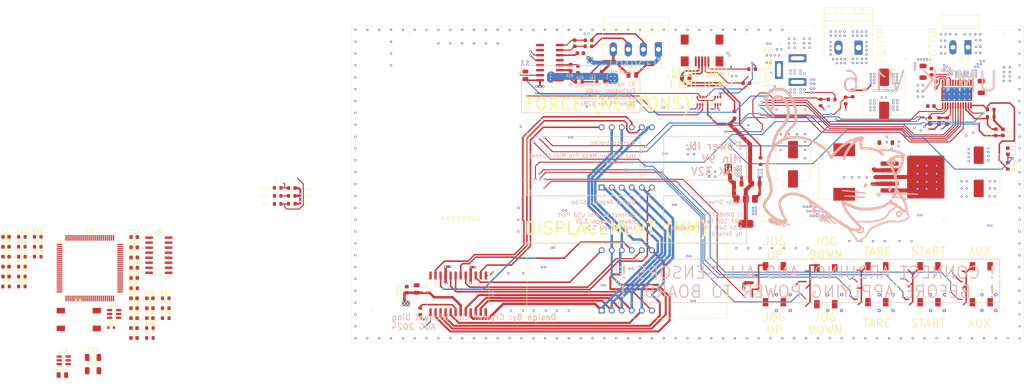
<source format=kicad_pcb>
(kicad_pcb (version 20241229) (generator "pcbnew") (generator_version "9.0")
  (layers (0 "F.Cu" signal) (4 "In1.Cu" signal) (6 "In2.Cu" signal) (2 "B.Cu" signal) (13 "F.Paste" user) (15 "B.Paste" user) (5 "F.SilkS" user "F.Silkscreen") (7 "B.SilkS" user "B.Silkscreen") (1 "F.Mask" user) (3 "B.Mask" user) (25 "Edge.Cuts" user))
  (net 0 "")
  (net 1 "/Arduino/A2")
  (net 2 "/Arduino/A3")
  (net 3 "/Arduino/RESET")
  (net 4 "GNDA")
  (net 5 "/Arduino/ARDUINO_VCC")
  (net 6 "Net-(U3-AREF)")
  (net 7 "Net-(U4-V3)")
  (net 8 "+5V")
  (net 9 "Net-(U4-~{DTR})")
  (net 10 "Net-(D13-A)")
  (net 11 "Net-(D13-K)")
  (net 12 "Net-(D14-K)")
  (net 13 "Net-(D14-A)")
  (net 14 "/Arduino/D13")
  (net 15 "Net-(D17-K)")
  (net 16 "Net-(D18-K)")
  (net 17 "+3V3")
  (net 18 "/Arduino/D37")
  (net 19 "/Arduino/D36")
  (net 20 "Net-(D19-K)")
  (net 21 "/Arduino/D35")
  (net 22 "Net-(D20-K)")
  (net 23 "Net-(J8-D-)")
  (net 24 "Net-(J8-VBUS)")
  (net 25 "/Arduino/A0")
  (net 26 "Net-(R2-Pad2)")
  (net 27 "Net-(C1-Pad2)")
  (net 28 "Net-(C2-Pad2)")
  (net 29 "Net-(C3-Pad2)")
  (net 30 "Net-(C4-Pad2)")
  (net 31 "Net-(C5-Pad2)")
  (net 32 "Net-(U1-CPH)")
  (net 33 "Net-(U1-CPL)")
  (net 34 "VMOTOR")
  (net 35 "Net-(U1-VCP)")
  (net 36 "Net-(U1-DVDD)")
  (net 37 "/HX711/LCE+")
  (net 38 "Net-(U2-INA-)")
  (net 39 "Net-(U2-INA+)")
  (net 40 "Net-(U2-VBG)")
  (net 41 "Net-(U1-IPROPI2)")
  (net 42 "+12V")
  (net 43 "Net-(D1-K)")
  (net 44 "/MotorDriver/VM+")
  (net 45 "/MotorDriver/VM-")
  (net 46 "/HX711/LCS+")
  (net 47 "/HX711/LCS-")
  (net 48 "Net-(J8-ID)")
  (net 49 "/Linear Slide/_SLIDE_DAT_")
  (net 51 "Net-(Q1-B)")
  (net 52 "/MotorDriver/SR - Slew Rate Adjust")
  (net 53 "Net-(U2-VFB)")
  (net 54 "Net-(U2-BASE)")
  (net 55 "Net-(U6-ISET)")
  (net 69 "Net-(U1-IPROPI1)")
  (net 70 "Net-(U6-SEG_D)")
  (net 71 "Net-(U6-DIG_4)")
  (net 72 "Net-(U6-SEG_A)")
  (net 73 "Net-(U6-DIG_2)")
  (net 74 "Net-(U6-DIG_5)")
  (net 75 "Net-(U6-DIG_6)")
  (net 76 "Net-(U6-SEG_E)")
  (net 77 "Net-(U6-SEG_F)")
  (net 78 "Net-(U6-SEG_DP)")
  (net 80 "Net-(U6-DIG_1)")
  (net 81 "Net-(U6-SEG_G)")
  (net 82 "Net-(U6-SEG_B)")
  (net 83 "Net-(U6-DIG_0)")
  (net 84 "Net-(U6-DIG_7)")
  (net 85 "Net-(U6-DIG_3)")
  (net 86 "Net-(U6-SEG_C)")
  (net 87 "Net-(R3-Pad2)")
  (net 88 "/Arduino/A1")
  (net 89 "/Arduino/A8")
  (net 90 "/Arduino/A9")
  (net 91 "/Arduino/A10")
  (net 92 "/Arduino/A11")
  (net 93 "/Arduino/A12")
  (net 94 "/Arduino/D14")
  (net 95 "/Arduino/D11")
  (net 96 "/Arduino/D10")
  (net 97 "/Arduino/D22")
  (net 100 "/Arduino/D8")
  (net 101 "/Arduino/D9")
  (net 102 "/Arduino/D12")
  (net 103 "/Arduino/D7")
  (net 104 "/Arduino/D6")
  (net 105 "/Arduino/D25")
  (net 106 "/Arduino/D5")
  (net 107 "/Arduino/D3")
  (net 108 "/Arduino/A15")
  (net 109 "/Arduino/D16")
  (net 110 "/Arduino/D52_SCK")
  (net 111 "/Arduino/D24")
  (net 114 "/Arduino/D31")
  (net 115 "Net-(U3-XTAL2)")
  (net 116 "/Arduino/D53_SS")
  (net 117 "/Arduino/D2")
  (net 118 "/Arduino/D28")
  (net 119 "/Arduino/D27")
  (net 120 "/Arduino/D32")
  (net 121 "/Arduino/SW_RESET")
  (net 123 "/Arduino/D4")
  (net 124 "/Arduino/D34")
  (net 125 "/Arduino/D50_MISO")
  (net 127 "/Arduino/D26")
  (net 128 "/Arduino/D40")
  (net 130 "/Arduino/D45")
  (net 131 "/Arduino/D29")
  (net 133 "/Arduino/D15")
  (net 134 "/Arduino/D19")
  (net 135 "/Arduino/D33")
  (net 136 "/Arduino/D1")
  (net 137 "/Arduino/D23")
  (net 138 "/Arduino/D48")
  (net 139 "/Arduino/D44")
  (net 140 "Net-(U3-XTAL1)")
  (net 142 "/Linear Slide/_SLIDE_CLK_")
  (net 143 "/Arduino/D18")
  (net 144 "/Arduino/D21")
  (net 145 "/Arduino/D30")
  (net 146 "Net-(J8-D+)")
  (net 148 "/Arduino/D38")
  (net 150 "/Arduino/D17")
  (net 151 "/Arduino/A7")
  (net 152 "/Arduino/A14")
  (net 153 "/Arduino/A6")
  (net 154 "/Arduino/A13")
  (net 157 "/Arduino/A4")
  (net 158 "/Arduino/D39")
  (net 159 "/Arduino/A5")
  (net 161 "/Arduino/D20")
  (net 162 "/Arduino/D51_MOSI")
  (net 163 "/Arduino/D46")
  (net 165 "/Arduino/D43")
  (net 167 "/Arduino/D49")
  (net 168 "/Arduino/D42")
  (net 169 "/Arduino/D47")
  (net 171 "/Arduino/D41")
  (net 172 "/Arduino/D0")
  (net 175 "Net-(U4-UD-)")
  (net 177 "Net-(U4-UD+)")
  (net 181 "Net-(U4-XO)")
  (net 182 "Net-(U4-XI)")
  (net 184 "Net-(J4-D--PadA7)")
  (net 185 "Net-(J4-D+-PadA6)")
  (footprint "Capacitor_SMD:C_0603_1608Metric" (layer "F.Cu") (at -67.3855 78.38)
    (property "Reference" "C3")
    (property "Value" "0u1")
  )
  (footprint "digikey-footprints:Switch_Tactile_SMD_6x6mm" (layer "F.Cu") (at 140 85.852 -90)
    (property "Reference" "S2")
    (property "Value" "FSM4JSMATR")
  )
  (footprint "Connector_Phoenix_MC:PhoenixContact_MC_1,5_2-G-3.81_1x02_P3.81mm_Horizontal" (layer "F.Cu") (at 175.967 25.4115 180)
    (property "Reference" "J1")
    (property "Value" "Motor Out")
  )
  (footprint "Capacitor_SMD:C_0805_2012Metric" (layer "F.Cu") (at 91.05 32.4 180)
    (property "Reference" "C13")
    (property "Value" "10u")
  )
  (footprint "Capacitor_SMD:C_0603_1608Metric" (layer "F.Cu") (at 166.5862 40.2844 180)
    (property "Reference" "C12")
    (property "Value" "1u 16v")
  )
  (footprint "Resistor_SMD:R_0603_1608Metric" (layer "F.Cu") (at 146.812 37.084 -90)
    (property "Reference" "R5")
    (property "Value" "100k")
  )
  (footprint "Resistor_SMD:R_0603_1608Metric" (layer "F.Cu") (at 1.335 60.96 180)
    (property "Reference" "R19")
    (property "Value" "DNP")
  )
  (footprint "MountingHole:MountingHole_4mm" (layer "F.Cu") (at 170 72)
    (property "Reference" "H7")
    (property "Value" "MountingHole")
  )
  (footprint "LED_SMD:LED_0603_1608Metric" (layer "F.Cu") (at -34.9655 75.99)
    (property "Reference" "D14")
    (property "Value" "RED")
  )
  (footprint "LED_SMD:LED_0603_1608Metric" (layer "F.Cu") (at -34.9655 73.4)
    (property "Reference" "D13")
    (property "Value" "GRN")
  )
  (footprint "Package_SO:SOIC-24W_7.5x15.4mm_P1.27mm" (layer "F.Cu") (at 46.989 87.791 -90)
    (property "Reference" "U6")
    (property "Value" "MAX7221xWG")
  )
  (footprint "Resistor_SMD:R_0603_1608Metric" (layer "F.Cu") (at -63.3755 73.36)
    (property "Reference" "R10")
    (property "Value" "100r")
  )
  (footprint "Capacitor_SMD:C_0603_1608Metric" (layer "F.Cu") (at -35.0055 88.9)
    (property "Reference" "C27")
    (property "Value" "0u1")
  )
  (footprint "Package_TO_SOT_SMD:SOT-23-6" (layer "F.Cu") (at -40.0355 92.855)
    (property "Reference" "U5")
    (property "Value" "USBLC6-2SC6")
  )
  (footprint "Resistor_SMD:R_0603_1608Metric" (layer "F.Cu") (at -63.3755 83.4)
    (property "Reference" "R14")
    (property "Value" "100r")
  )
  (footprint "Package_TO_SOT_SMD:TO-263-5_TabPin3" (layer "F.Cu") (at 163.8 58.229)
    (property "Reference" "U10")
    (property "Value" "LM2576HVS-5")
  )
  (footprint "Resistor_SMD:R_0603_1608Metric" (layer "F.Cu") (at 79.9978 23.622 180)
    (property "Reference" "R30")
    (property "Value" "1k")
  )
  (footprint "Resistor_SMD:R_0603_1608Metric" (layer "F.Cu") (at 170.688 44.067 -90)
    (property "Reference" "R21")
    (property "Value" "DNP")
  )
  (footprint "Resistor_SMD:R_0603_1608Metric" (layer "F.Cu") (at 37.3888 92.2142 90)
    (property "Reference" "R33")
    (property "Value" "10k")
  )
  (footprint "Resistor_SMD:R_0603_1608Metric" (layer "F.Cu") (at 181.727667 43 180)
    (property "Reference" "R27")
    (property "Value" "680R")
  )
  (footprint "Package_TO_SOT_SMD:SOT-363_SC-70-6" (layer "F.Cu") (at 108.164 38.923 90)
    (property "Reference" "U11")
    (property "Value" "SN74LVC1T45DCK")
  )
  (footprint "Capacitor_SMD:C_0805_2012Metric" (layer "F.Cu") (at 104.55 33.1)
    (property "Reference" "C24")
    (property "Value" "10u")
  )
  (footprint "Resistor_SMD:R_0603_1608Metric" (layer "F.Cu") (at 4.889 62.992)
    (property "Reference" "R23")
    (property "Value" "10k")
  )
  (footprint "Resistor_SMD:R_0603_1608Metric" (layer "F.Cu") (at -59.3655 78.38)
    (property "Reference" "R18")
    (property "Value" "100r")
  )
  (footprint "MountingHole:MountingHole_4mm" (layer "F.Cu") (at 120 95)
    (property "Reference" "H6")
    (property "Value" "MountingHole")
  )
  (footprint "Capacitor_SMD:C_1206_3216Metric" (layer "F.Cu") (at -45.3855 103.87)
    (property "Reference" "C33")
    (property "Value" "1u hv")
  )
  (footprint "Capacitor_SMD:C_1206_3216Metric" (layer "F.Cu") (at 164.592 31.5975 90)
    (property "Reference" "C9")
    (property "Value" "1u hv")
  )
  (footprint "Capacitor_SMD:C_0805_2012Metric" (layer "F.Cu") (at 64 32.5 90)
    (property "Reference" "C16")
    (property "Value" "10u")
  )
  (footprint "LED_SMD:LED_0603_1608Metric" (layer "F.Cu") (at -34.9655 86.35)
    (property "Reference" "D20")
    (property "Value" "GRN")
  )
  (footprint "Resistor_SMD:R_0603_1608Metric" (layer "F.Cu") (at 1.335 62.992 180)
    (property "Reference" "R20")
    (property "Value" "DNP")
  )
  (footprint "Capacitor_SMD:C_0603_1608Metric" (layer "F.Cu") (at -35.0055 98.94)
    (property "Reference" "C31")
    (property "Value" "0u1")
  )
  (footprint "Resistor_SMD:R_0603_1608Metric" (layer "F.Cu") (at 168.656 44.069 90)
    (property "Reference" "R34")
    (property "Value" "DNP")
  )
  (footprint "Capacitor_SMD:C_0603_1608Metric" (layer "F.Cu") (at -35.0055 96.43)
    (property "Reference" "C30")
    (property "Value" "0u1")
  )
  (footprint "Resistor_SMD:R_0603_1608Metric" (layer "F.Cu") (at -63.3755 80.89)
    (property "Reference" "R13")
    (property "Value" "10k")
  )
  (footprint "MountingHole:MountingHole_4mm" (layer "F.Cu") (at 135 72)
    (property "Reference" "H8")
    (property "Value" "MountingHole")
  )
  (footprint "Capacitor_SMD:CP_Elec_10x10.5" (layer "F.Cu") (at 178.689 56.896 -90)
    (property "Reference" "C17")
    (property "Value" "100u hv")
  )
  (footprint "MountingHole:MountingHole_4mm" (layer "F.Cu") (at 185 95)
    (property "Reference" "H5")
    (property "Value" "MountingHole")
  )
  (footprint "Package_TO_SOT_SMD:SOT-223-3_TabPin2" (layer "F.Cu") (at 119.761 66.904 -90)
    (property "Reference" "U13")
    (property "Value" "TLV76133DCY")
  )
  (footprint "Resistor_SMD:R_0603_1608Metric" (layer "F.Cu") (at 77.536 34.1145 180)
    (property "Reference" "R32")
    (property "Value" "0R")
  )
  (footprint "Package_SO:SOP-16_3.9x9.9mm_P1.27mm" (layer "F.Cu") (at 70.21 29.2885 180)
    (property "Reference" "U2")
    (property "Value" "HX711")
  )
  (footprint "Capacitor_SMD:C_0603_1608Metric" (layer "F.Cu") (at -30.9955 88.9)
    (property "Reference" "C36")
    (property "Value" "0u1")
  )
  (footprint "Resistor_SMD:R_0603_1608Metric" (layer "F.Cu") (at 4.889 61.002)
    (property "Reference" "R22")
    (property "Value" "10k")
  )
  (footprint "Capacitor_SMD:C_0603_1608Metric" (layer "F.Cu") (at 76.454 24.371 -90)
    (property "Reference" "C14")
    (property "Value" "0u1")
  )
  (footprint "Package_TO_SOT_SMD:SOT-363_SC-70-6" (layer "F.Cu") (at 112.664 38.928 90)
    (property "Reference" "U12")
    (property "Value" "SN74LVC1T45DCK")
  )
  (footprint "Capacitor_SMD:C_0603_1608Metric" (layer "F.Cu") (at -35.0055 93.92)
    (property "Reference" "C29")
    (property "Value" "0u1")
  )
  (footprint "digikey-footprints:Barrel_Jack_5.5mmODx2.1mmID_PJ-202A" (layer "F.Cu") (at 132.839133 31.176)
    (property "Reference" "J5")
    (property "Value" "PJ-102BH")
  )
  (footprint "digikey-footprints:Switch_Tactile_SMD_6x6mm" (layer "F.Cu") (at 152.908 85.344 -90)
    (property "Reference" "S3")
    (property "Value" "FSM4JSMATR")
  )
  (footprint "digikey-footprints:Switch_Tactile_SMD_6x6mm" (layer "F.Cu") (at -48.9855 94.28)
    (property "Reference" "S6")
    (property "Value" "FSM4JSMATR")
  )
  (footprint "Resistor_SMD:R_0603_1608Metric" (layer "F.Cu") (at 141.478 38.608 180)
    (property "Reference" "R1")
    (property "Value" "100k")
  )
  (footprint "Resistor_SMD:R_0603_1608Metric" (layer "F.Cu") (at 79.947 25.146 180)
    (property "Reference" "R31")
    (property "Value" "1k")
  )
  (footprint "Display_7Segment:CA56-12EWA" (layer "F.Cu") (at 83.3 60.885 90)
    (property "Reference" "U8")
    (property "Value" "CA56-12EWA")
  )
  (footprint "Capacitor_SMD:CP_Elec_8x10.5" (layer "F.Cu") (at 131.699 55 90)
    (property "Reference" "C21")
    (property "Value" "1000u")
  )
  (footprint "Capacitor_SMD:C_0805_2012Metric" (layer "F.Cu") (at 36.5 86.55 -90)
    (property "Reference" "C6")
    (property "Value" "10u")
  )
  (footprint "MountingHole:MountingHole_4mm" (layer "F.Cu") (at 25 95)
    (property "Reference" "H2")
    (property "Value" "MountingHole")
  )
  (footprint "Resistor_SMD:R_0603_1608Metric" (layer "F.Cu") (at 1.335 65.024 180)
    (property "Reference" "R35")
    (property "Value" "10K")
  )
  (footprint "Package_QFP:TQFP-100_14x14mm_P0.5mm" (layer "F.Cu") (at -46.1855 81.28)
    (property "Reference" "U3")
    (property "Value" "ATmega2560-16A")
  )
  (footprint "Diode_SMD:D_SOD-123" (layer "F.Cu") (at 155.195 49.53)
    (property "Reference" "D1")
    (property "Value" "MBR0560")
  )
  (footprint "Resistor_SMD:R_0603_1608Metric" (layer "F.Cu") (at 116.9 42.5 90)
    (property "Reference" "R7")
    (property "Value" "0R")
  )
  (footprint "Capacitor_SMD:C_0603_1608Metric" (layer "F.Cu") (at 75.438 30.5585 90)
    (property "Reference" "R28")
    (property "Value" "13k")
  )
  (footprint "Resistor_SMD:R_0603_1608Metric" (layer "F.Cu") (at -30.9955 96.43)
    (property "Reference" "R39")
    (property "Value" "10k")
  )
  (footprint "LED_SMD:LED_0603_1608Metric" (layer "F.Cu") (at -34.9655 81.17)
    (property "Reference" "D18")
    (property "Value" "GRN")
  )
  (footprint "Package_SO:SOIC-16_3.9x9.9mm_P1.27mm" (layer "F.Cu") (at -28.7355 78)
    (property "Reference" "U4")
    (property "Value" "CH340G")
  )
  (footprint "LED_SMD:LED_0603_1608Metric" (layer "F.Cu") (at -34.9655 83.76)
    (property "Reference" "D19")
    (property "Value" "GRN")
  )
  (footprint "Resistor_SMD:R_0603_1608Metric" (layer "F.Cu") (at -30.9955 98.94)
    (property "Reference" "R56")
    (property "Value" "1K")
  )
  (footprint "Resistor_SMD:R_0603_1608Metric" (layer "F.Cu") (at -63.3755 75.87)
    (property "Reference" "R11")
    (property "Value" "10k")
  )
  (footprint "Capacitor_SMD:C_1206_3216Metric" (layer "F.Cu") (at -45.3855 107.22)
    (property "Reference" "C39")
    (property "Value" "1u hv")
  )
  (footprint "Capacitor_SMD:C_0603_1608Metric" (layer "F.Cu") (at -67.3855 73.36)
    (property "Reference" "C1")
    (property "Value" "0u1")
  )
  (footprint "Resistor_SMD:R_0603_1608Metric" (layer "F.Cu") (at -67.3855 85.91)
    (property "Reference" "R9")
    (property "Value" "10k")
  )
  (footprint "Connector_USB:USB_Mini-B_Wuerth_65100516121_Horizontal" (layer "F.Cu") (at 108.7 26.359 180)
    (property "Reference" "J8")
    (property "Value" "10033526-N3212LF")
  )
  (footprint "MountingHole:MountingHole_4mm" (layer "F.Cu") (at 35 25)
    (property "Reference" "H1")
    (property "Value" "MountingHole")
  )
  (footprint "Diode_SMD:D_SOD-523" (layer "F.Cu") (at -40.7905 96.3)
    (property "Reference" "D4")
    (property "Value" "5V Zener")
  )
  (footprint "Package_SO:HTSSOP-24-1EP_4.4x7.8mm_P0.65mm_EP3.4x7.8mm_Mask2.4x4.68mm_ThermalVias" (layer "F.Cu") (at 173.139 37.2595 90)
    (property "Reference" "U1")
    (property "Value" "DRV8873SPWPRQ1")
  )
  (footprint "Capacitor_SMD:C_0603_1608Metric" (layer "F.Cu") (at -30.9955 91.41)
    (property "Reference" "C37")
    (property "Value" "0u1")
  )
  (footprint "digikey-footprints:Switch_Tactile_SMD_6x6mm" (layer "F.Cu") (at 179.324 85.344 -90)
    (property "Reference" "S5")
    (property "Value" "FSM4JSMATR")
  )
  (footprint "Capacitor_SMD:C_0603_1608Metric" (layer "F.Cu") (at -30.9955 93.92)
    (property "Reference" "C38")
    (property "Value" "0u1")
  )
  (footprint "Capacitor_SMD:C_0805_2012Metric" (layer "F.Cu") (at -53.1355 108.32)
    (property "Reference" "C32")
    (property "Value" "10u")
  )
  (footprint "MountingHole:MountingHole_4mm" (layer "F.Cu") (at 160 25)
    (property "Reference" "H9")
    (property "Value" "MountingHole")
  )
  (footprint "Resistor_SMD:R_0603_1608Metric" (layer "F.Cu") (at -59.3655 73.36)
    (property "Reference" "R16")
    (property "Value" "100r")
  )
  (footprint "Capacitor_SMD:C_0603_1608Metric" (layer "F.Cu") (at 186.055 51.676 90)
    (property "Reference" "C23")
    (property "Value" "0u1")
  )
  (footprint "Resistor_SMD:R_0603_1608Metric" (layer "F.Cu") (at -26.9855 91.41)
    (property "Reference" "R58")
    (property "Value" "1K")
  )
  (footprint "Resistor_SMD:R_0603_1608Metric" (layer "F.Cu") (at 123.5 54.2 90)
    (property "Reference" "R6")
    (property "Value" "0R")
  )
  (footprint "Package_TO_SOT_SMD:SOT-23" (layer "F.Cu") (at 83.124 32.8445 90)
    (property "Reference" "Q1")
    (property "Value" "Q_PNP_BEC")
  )
  (footprint "Resistor_SMD:R_0603_1608Metric" (layer "F.Cu") (at -63.3755 78.38)
    (property "Reference" "R12")
    (property "Value" "100r")
  )
  (footprint "Capacitor_SMD:C_0805_2012Metric" (layer "F.Cu") (at 122.301 59.919 180)
    (property "Reference" "C19")
    (property "Value" "10u")
  )
  (footprint "MountingHole:MountingHole_4mm" (layer "F.Cu") (at 185 25)
    (property "Reference" "H3")
    (property "Value" "MountingHole")
  )
  (footprint "Resistor_SMD:R_0603_1608Metric" (layer "F.Cu") (at 186.055 55.372 90)
    (property "Reference" "R36")
    (property "Value" "10K")
  )
  (footprint "Resistor_SMD:R_0603_1608Metric" (layer "F.Cu") (at 121.35 30.925 180)
    (property "Reference" "R2")
    (property "Value" "1K")
  )
  (footprint "Capacitor_SMD:C_0603_1608Metric" (layer "F.Cu") (at -35.0055 91.41)
    (property "Reference" "C28")
    (property "Value" "0u1")
  )
  (footprint "digikey-footprints:Switch_Tactile_SMD_6x6mm" (layer "F.Cu") (at 127 85.344 90)
    (property "Reference" "S1")
    (property "Value" "FSM4JSMATR")
  )
  (footprint "Resistor_SMD:R_0603_1608Metric" (layer "F.Cu") (at 4.889 64.982)
    (property "Reference" "R24")
    (property "Value" "DNP")
  )
  (footprint "MountingHole:MountingHole_4mm" (layer "F.Cu") (at 120 25)
    (property "Reference" "H4")
    (property "Value" "MountingHole")
  )
  (footprint "Resistor_SMD:R_0603_1608Metric" (layer "F.Cu") (at 166.37 44.069 90)
    (property "Reference" "R25")
    (property "Value" "0R")
  )
  (footprint "digikey-footprints:Switch_Tactile_SMD_6x6mm" (layer "F.Cu") (at 166.116 85.344 -90)
    (property "Reference" "S4")
    (property "Value" "FSM4JSMATR")
  )
  (footprint "Capacitor_SMD:C_0603_1608Metric" (layer "F.Cu") (at -67.3855 80.89)
    (property "Reference" "C4")
    (property "Value" "0u1")
  )
  (footprint "Resistor_SMD:R_0603_1608Metric" (layer "F.Cu") (at -26.9855 88.9)
    (property "Reference" "R57")
    (property "Value" "1K")
  )
  (footprint "Resistor_SMD:R_0603_1608Metric" (layer "F.Cu") (at 119.925 34.45 180)
    (property "Reference" "R3")
    (property "Value" "1K")
  )
  (footprint "Capacitor_SMD:C_0603_1608Metric" (layer "F.Cu") (at 166.735667 31.5975 90)
    (property "Reference" "C8")
    (property "Value" "1u 16v")
  )
  (footprint "Connector_Phoenix_MC:PhoenixContact_MC_1,5_4-G-3.81_1x04_P3.81mm_Horizontal" (layer "F.Cu") (at 97.66 25.9325 180)
    (property "Reference" "J3")
    (property "Value" "LOADCELL")
  )
  (footprint "Capacitor_SMD:C_0603_1608Metric" (layer "F.Cu") (at -67.3855 83.4)
    (property "Reference" "C5")
    (property "Value" "0u1")
  )
  (footprint "Resistor_SMD:R_0603_1608Metric" (layer "F.Cu") (at 145.034 38.862 -90)
    (property "Reference" "R8")
    (property "Value" "10k")
  )
  (footprint "Resistor_SMD:R_0603_1608Metric" (layer "F.Cu") (at -59.3655 75.87)
    (property "Reference" "R17")
    (property "Value" "10k")
  )
  (footprint "Capacitor_SMD:C_0603_1608Metric" (layer "F.Cu") (at 167.8432 34.8488 -90)
    (property "Reference" "C7")
    (property "Value" "47n")
  )
  (footprint "Resistor_SMD:R_0603_1608Metric" (layer "F.Cu") (at 181.727667 41.148 180)
    (property "Reference" "R26")
    (property "Value" "680R")
  )
  (footprint "Resistor_SMD:R_0603_1608Metric" (layer "F.Cu") (at 77.3 31 90)
    (property "Reference" "R29")
    (property "Value" "4k7")
  )
  (footprint "Resistor_SMD:R_0603_1608Metric" (layer "F.Cu") (at -26.9855 93.92)
    (property "Reference" "R59")
    (property "Value" "1K")
  )
  (footprint "Capacitor_SMD:C_0603_1608Metric" (layer "F.Cu") (at 184.785 46.926 90)
    (property "Reference" "C22")
    (property "Value" "0u1")
  )
  (footprint "Resistor_SMD:R_0603_1608Metric" (layer "F.Cu") (at 183.007 46.926 -90)
    (property "Reference" "R37")
    (property "Value" "10K")
  )
  (footprint "Connector_Phoenix_MSTB:PhoenixContact_MSTBA_2,5_2-G-5,08_1x02_P5.08mm_Horizontal" (layer "F.Cu") (at 148.281 25.4877 180)
    (property "Reference" "J2")
    (property "Value" "ESTOP")
  )
  (footprint "Capacitor_SMD:CP_Elec_10x10.5" (layer "F.Cu") (at 154.744 37.1855 -90)
    (property "Reference" "C11" (hide yes))
    (property "Value" "100u hv")
  )
  (footprint "LED_SMD:LED_0603_1608Metric" (layer "F.Cu") (at -34.9655 78.58)
    (property "Reference" "D17")
    (property "Value" "GRN")
  )
  (footprint "Capacitor_SMD:C_0603_1608Metric" (layer "F.Cu") (at 77.9 26.9)
    (property "Reference" "C15")
    (property "Value" "0u1")
  )
  (footprint "Capacitor_SMD:C_0603_1608Metric" (layer "F.Cu") (at -67.3855 75.87)
    (property "Reference" "C2")
    (property "Value" "0u1")
  )
  (footprint "Capacitor_SMD:C_1206_3216Metric" (layer "F.Cu") (at 179.324 35.4432 90)
    (property "Reference" "C10")
    (property "Value" "1u hv")
  )
  (footprint "Package_TO_SOT_SMD:SOT-23-6" (layer "F.Cu") (at -52.7855 104.595)
    (property "Reference" "U9")
    (property "Value" "USBLC6-2SC6")
  )
  (footprint "Inductor_SMD:L_Sunlord_MWSA1206S-101" (layer "F.Cu") (at 144.645 56.96 -90)
    (property "Reference" "L1")
    (property "Value" "100u")
  )
  (footprint "Capacitor_SMD:C_0603_1608Metric" (layer "F.Cu") (at 34 86.725 -90)
    (property "Reference" "C20")
    (property "Value" "0u1")
  )
  (footprint "Resistor_SMD:R_0603_1608Metric" (layer "F.Cu") (at -63.3755 85.91)
    (property "Reference" "R15")
    (property "Value" "10k")
  )
  (footprint "Resistor_SMD:R_0603_1608Metric" (layer "F.Cu") (at 138.684 39.37 -90)
    (property "Reference" "R4")
    (property "Value" "10k")
  )
  (footprint "Capacitor_SMD:C_0805_2012Metric" (layer "F.Cu") (at 117.729 59.919 180)
    (property "Reference" "C18")
    (property "Value" "10u")
  )
  (footprint "Display_7Segment:CA56-12EWA" (layer "F.Cu") (at 83.3 92 90)
    (property "Reference" "U7")
    (property "Value" "CA56-12EWA")
  )
  (footprint "AMX_Logo:Tensile Cat" (layer "B.Cu") (at 142 55 180)
    (property "Reference" "G1" (hide yes))
    (property "Value" "Tensile Cat" (hide yes))
  )
  (gr_line (start 87 90) (end 184 90) (stroke (width 0.12)) (layer "B.SilkS"))
  (gr_rect (start 99 48) (end 120 59) (stroke (width 0.12)) (fill no) (layer "B.SilkS"))
  (gr_rect (start 63 63) (end 93 75) (stroke (width 0.12)) (fill no) (layer "B.SilkS"))
  (gr_rect (start 63 30) (end 93 42) (stroke (width 0.12)) (fill no) (layer "B.SilkS"))
  (gr_line (start 184 90) (end 184 79) (stroke (width 0.12)) (layer "B.SilkS"))
  (gr_line (start 87 79) (end 87 90) (stroke (width 0.12)) (layer "B.SilkS"))
  (gr_rect (start 63 48) (end 93 59) (stroke (width 0.12)) (fill no) (layer "B.SilkS"))
  (gr_rect (start 99 63) (end 120 75) (stroke (width 0.12)) (fill no) (layer "B.SilkS"))
  (gr_line (start 184 79) (end 87 79) (stroke (width 0.12)) (layer "B.SilkS"))
  (gr_line (start 190 20) (end 190 100) (stroke (width 0.05)) (layer "Edge.Cuts"))
  (gr_line (start 20 100) (end 20 20) (stroke (width 0.05)) (layer "Edge.Cuts"))
  (gr_line (start 190 100) (end 20 100) (stroke (width 0.05)) (layer "Edge.Cuts"))
  (gr_line (start 20 20) (end 190 20) (stroke (width 0.05)) (layer "Edge.Cuts"))
  (gr_text "TARE" (at 153 77 0) (layer "F.SilkS") (effects (font (size 2.032 2.032) (thickness 0.254))))
  (gr_text "AUX" (at 178.873 95.25 0) (layer "F.SilkS") (effects (font (size 2.032 2.032) (thickness 0.254))))
  (gr_text "SLIDE ONLY\n! NOT USB !" (at 108.5 35.8 0) (layer "F.SilkS") (effects (font (size 1.778 1.778) (thickness 0.254)) (justify bottom)))
  (gr_text "JLCJLCJLCJLC" (at 42.418 69.215 0) (layer "F.SilkS") (effects (font (size 1 1)) (justify left bottom)))
  (gr_text "START" (at 166 77 0) (layer "F.SilkS") (effects (font (size 2.032 2.032) (thickness 0.254))))
  (gr_text "START" (at 165.873 95.25 0) (layer "F.SilkS") (effects (font (size 2.032 2.032) (thickness 0.254))))
  (gr_text "FORCE (NEWTONS)" (at 63.5 41.529 0) (layer "F.SilkS") (effects (font (size 3.048 3.048) (thickness 0.508) (bold yes)) (justify left bottom)))
  (gr_text "JOG\nDOWN" (at 139.873 95.25 0) (layer "F.SilkS") (effects (font (size 2.032 2.032) (thickness 0.254))))
  (gr_text "TARE" (at 152.873 95.25 0) (layer "F.SilkS") (effects (font (size 2.032 2.032) (thickness 0.254))))
  (gr_text "POWER" (at 126.746 35.687 90) (layer "F.SilkS") (effects (font (size 2 2)) (justify left bottom)))
  (gr_text "JOG\nUP" (at 127 95.25 0) (layer "F.SilkS") (effects (font (size 2.032 2.032) (thickness 0.254))))
  (gr_text "MOTOR" (at 168.275 30.226 90) (layer "F.SilkS") (effects (font (size 2 2)) (justify left bottom)))
  (gr_text "LOADCELL" (at 84.963 30.988 0) (layer "F.SilkS") (effects (font (size 2 2)) (justify left bottom)))
  (gr_text "AUX" (at 179 77 0) (layer "F.SilkS") (effects (font (size 2.032 2.032) (thickness 0.254))))
  (gr_text "JOG\nDOWN" (at 140 76.2 0) (layer "F.SilkS") (effects (font (size 2.032 2.032) (thickness 0.254))))
  (gr_text "JOG\nUP" (at 127.127 76.2 0) (layer "F.SilkS") (effects (font (size 2.032 2.032) (thickness 0.254))))
  (gr_text "DISPLACEMENT (MM)" (at 63.5 73 0) (layer "F.SilkS") (effects (font (size 3.048 3.048) (thickness 0.508) (bold yes)) (justify left bottom)))
  (gr_text "ESTOP" (at 155.321 29.718 90) (layer "F.SilkS") (effects (font (size 2 2)) (justify left bottom)))
  (gr_text "LoadCell:\n\nIC: HX711, Channel: A\nExcitation: ~4.8V\nGain: 64x or 128x\n20mV FS for 128x\n\n" (at 92 31 0) (layer "B.SilkS") (effects (font (size 1 1)) (justify left top mirror)))
  (gr_text "! CONNECT ARDUINO, AND ALL SENSORS !\n!  BEFORE APPLYING POWER TO BOARD  !" (at 183 89 0) (layer "B.SilkS") (effects (font (size 3 3) (thickness 0.3)) (justify left bottom mirror)))
  (gr_text "Microcontroller:\n\nUse Arduino Mega Pro Mini (Clone)\nIO Voltage: 5V" (at 92 49 0) (layer "B.SilkS") (effects (font (size 1 1)) (justify left top mirror)))
  (gr_text "Digital Readout Slide:\n\nConnect to Mini USB Port\nPower Voltage: 3.3V\nLogic Level: 3.3v" (at 92 64 0) (layer "B.SilkS") (effects (font (size 1 1)) (justify left top mirror)))
  (gr_text "UMTK V1.6" (at 184 37 0) (layer "B.SilkS") (effects (font (size 5 5) (thickness 0.5)) (justify left bottom mirror)))
  (gr_text "Power IN:\nMin 9V\nMAX 32V" (at 119 58 0) (layer "B.SilkS") (effects (font (size 2 2) (thickness 0.3)) (justify left bottom mirror)))
  (gr_text "Design By: Crystal Liu, Michael Ding\nAUG 2024" (at 30 97 0) (layer "B.SilkS") (effects (font (size 1.5 1.5) (thickness 0.2)) (justify right bottom mirror)))
  (gr_text "Motor Driver:\n\nTI DRV8873H\nMAX 10A Peak\n6.5A Soft Limit Enabled\nBy Default" (at 119 64 0) (layer "B.SilkS") (effects (font (size 1 1)) (justify left top mirror)))
  (segment (start 112.522 67.437) (end 112.522 81.522) (width 0.254) (layer "F.Cu") (net 0))
  (segment (start 134.960652 89.073652) (end 133.604 87.717) (width 0.254) (layer "F.Cu") (net 0))
  (segment (start 109.5 28.959) (end 109.5 31.522) (width 0.254) (layer "F.Cu") (net 0))
  (segment (start 119.125 30.926) (end 119.126 30.925) (width 0.254) (layer "F.Cu") (net 0))
  (segment (start 160.881956 89.175) (end 160.208 89.175) (width 0.381) (layer "F.Cu") (net 0))
  (segment (start 119.1 34.45) (end 119.1 34.05) (width 0.254) (layer "F.Cu") (net 0))
  (segment (start 112.522 81.522) (end 119 88) (width 0.254) (layer "F.Cu") (net 0))
  (segment (start 116.05 30.926) (end 116.05 30.675) (width 0.254) (layer "F.Cu") (net 0))
  (segment (start 102.87 59.944) (end 102.235 59.309) (width 0.254) (layer "F.Cu") (net 0))
  (segment (start 70.358 53.721) (end 66.04 49.403) (width 0.254) (layer "F.Cu") (net 0))
  (segment (start 94.361 55.499) (end 92.583 53.721) (width 0.254) (layer "F.Cu") (net 0))
  (segment (start 147.127 89.175) (end 146.177 88.225) (width 0.381) (layer "F.Cu") (net 0))
  (segment (start 102.235 59.309) (end 70.485 59.309) (width 0.254) (layer "F.Cu") (net 0))
  (segment (start 116.025 30.65) (end 116.025 30.125) (width 0.254) (layer "F.Cu") (net 0))
  (segment (start 160.208 89.175) (end 159.512 88.479) (width 0.381) (layer "F.Cu") (net 0))
  (segment (start 68.58 56.388) (end 67.555925 57.412075) (width 0.254) (layer "F.Cu") (net 0))
  (segment (start 68.961 58.801) (end 103.886 58.801) (width 0.254) (layer "F.Cu") (net 0))
  (segment (start 110.3 28.959) (end 110.3 30.671) (width 0.254) (layer "F.Cu") (net 0))
  (segment (start 70.358 53.721) (end 92.583 53.721) (width 0.254) (layer "F.Cu") (net 0))
  (segment (start 67.818 58.42) (end 69.215 57.023) (width 0.254) (layer "F.Cu") (net 0))
  (segment (start 119.1 34.05) (end 120.375 32.775) (width 0.254) (layer "F.Cu") (net 0))
  (segment (start 112.6 31.8) (end 115.25 34.45) (width 0.254) (layer "F.Cu") (net 0))
  (segment (start 119.126 30.925) (end 120.525 30.925) (width 0.254) (layer "F.Cu") (net 0))
  (segment (start 103.886 58.801) (end 112.522 67.437) (width 0.254) (layer "F.Cu") (net 0))
  (segment (start 110.3 30.671) (end 110.555 30.926) (width 0.254) (layer "F.Cu") (net 0))
  (segment (start 147.921304 89.175) (end 147.127 89.175) (width 0.381) (layer "F.Cu") (net 0))
  (segment (start 173.543 89.175) (end 174.5 89.175) (width 0.254) (layer "F.Cu") (net 0))
  (segment (start 115.25 34.45) (end 119.1 34.45) (width 0.254) (layer "F.Cu") (net 0))
  (segment (start 171.577 87.209) (end 173.543 89.175) (width 0.254) (layer "F.Cu") (net 0))
  (segment (start 119 88.012) (end 119.634 88.646) (width 0.254) (layer "F.Cu") (net 0))
  (segment (start 109.5 31.522) (end 109.778 31.8) (width 0.254) (layer "F.Cu") (net 0))
  (segment (start 119 88) (end 119 88.012) (width 0.254) (layer "F.Cu") (net 0))
  (segment (start 70.485 59.309) (end 68.834 60.96) (width 0.254) (layer "F.Cu") (net 0))
  (segment (start 109.778 31.8) (end 112.6 31.8) (width 0.254) (layer "F.Cu") (net 0))
  (segment (start 69.215 57.023) (end 98.806004 57.023) (width 0.254) (layer "F.Cu") (net 0))
  (segment (start 110.555 30.926) (end 116.05 30.926) (width 0.254) (layer "F.Cu") (net 0))
  (segment (start 116.05 30.675) (end 116.025 30.65) (width 0.254) (layer "F.Cu") (net 0))
  (segment (start 89.408 56.388) (end 68.58 56.388) (width 0.254) (layer "F.Cu") (net 0))
  (segment (start 67.818 58.674) (end 67.818 58.42) (width 0.254) (layer "F.Cu") (net 0))
  (segment (start 116.05 30.926) (end 119.125 30.926) (width 0.254) (layer "F.Cu") (net 0))
  (via (at 68.961 58.801) (size 0.56) (drill 0.3) (layers "F.Cu" "B.Cu") (net 0))
  (via (at 159.512 88.479) (size 0.56) (drill 0.3) (layers "F.Cu" "B.Cu") (net 0))
  (via (at 133.604 87.717) (size 0.56) (drill 0.3) (layers "F.Cu" "B.Cu") (net 0))
  (via (at 94.361 55.499) (size 0.56) (drill 0.3) (layers "F.Cu" "B.Cu") (net 0))
  (via (at 68.834 60.96) (size 0.56) (drill 0.3) (layers "F.Cu" "B.Cu") (net 0))
  (via (at 98.806004 57.023) (size 0.56) (drill 0.3) (layers "F.Cu" "B.Cu") (net 0))
  (via (at 146.177 88.225) (size 0.56) (drill 0.3) (layers "F.Cu" "B.Cu") (net 0))
  (via (at 102.87 59.944) (size 0.56) (drill 0.3) (layers "F.Cu" "B.Cu") (net 0))
  (via (at 89.408 56.388) (size 0.56) (drill 0.3) (layers "F.Cu" "B.Cu") (net 0))
  (via (at 67.555925 57.412075) (size 0.56) (drill 0.3) (layers "F.Cu" "B.Cu") (net 0))
  (via (at 67.818 58.674) (size 0.56) (drill 0.3) (layers "F.Cu" "B.Cu") (net 0))
  (via (at 66.04 49.403) (size 0.56) (drill 0.3) (layers "F.Cu" "B.Cu") (net 0))
  (via (at 171.577 87.209) (size 0.56) (drill 0.3) (layers "F.Cu" "B.Cu") (net 0))
  (segment (start 98.806004 57.396951) (end 98.806004 57.023) (width 0.254) (layer "B.Cu") (net 0))
  (segment (start 89.408 56.388) (end 96.512948 56.388) (width 0.254) (layer "B.Cu") (net 0))
  (segment (start 114.427 82.169) (end 114.554 82.296) (width 0.254) (layer "B.Cu") (net 0))
  (segment (start 112.522 83.566) (end 108.912 79.956) (width 0.254) (layer "B.Cu") (net 0))
  (segment (start 108.458 81.407) (end 116.84 89.789) (width 0.254) (layer "B.Cu") (net 0))
  (segment (start 108.912 79.956) (end 108.912 68.144999) (width 0.254) (layer "B.Cu") (net 0))
  (segment (start 109.366 67.956947) (end 109.100052 67.690999) (width 0.254) (layer "B.Cu") (net 0))
  (segment (start 96.266001 55.499) (end 94.361 55.499) (width 0.254) (layer "B.Cu") (net 0))
  (segment (start 131.217276 89.789) (end 133.289276 87.717) (width 0.254) (layer "B.Cu") (net 0))
  (segment (start 159.512 88.479) (end 159.512 87.249) (width 0.254) (layer "B.Cu") (net 0))
  (segment (start 102.87 59.944) (end 102.87 60.071) (width 0.254) (layer "B.Cu") (net 0))
  (segment (start 116.84 89.789) (end 131.217276 89.789) (width 0.254) (layer "B.Cu") (net 0))
  (segment (start 109.100053 67.690999) (end 98.806004 57.396951) (width 0.254) (layer "B.Cu") (net 0))
  (segment (start 114.427 82.169) (end 114.681 82.423) (width 0.254) (layer "B.Cu") (net 0))
  (segment (start 169.164 82.296) (end 171.577 84.709) (width 0.254) (layer "B.Cu") (net 0))
  (segment (start 109.100052 67.690999) (end 109.100053 67.690999) (width 0.254) (layer "B.Cu") (net 0))
  (segment (start 96.512948 56.388) (end 108.458 68.333052) (width 0.254) (layer "B.Cu") (net 0))
  (segment (start 108.912 68.144999) (end 96.266001 55.499) (width 0.254) (layer "B.Cu") (net 0))
  (segment (start 102.87 60.071) (end 110.744 67.945) (width 0.254) (layer "B.Cu") (net 0))
  (segment (start 114.554 82.296) (end 169.164 82.296) (width 0.254) (layer "B.Cu") (net 0))
  (segment (start 110.744 78.486) (end 114.427 82.169) (width 0.254) (layer "B.Cu") (net 0))
  (segment (start 146.177 88.225) (end 146.177 86.995) (width 0.254) (layer "B.Cu") (net 0))
  (segment (start 110.744 67.945) (end 110.744 78.486) (width 0.254) (layer "B.Cu") (net 0))
  (segment (start 146.177 86.995) (end 142.748 83.566) (width 0.254) (layer "B.Cu") (net 0))
  (segment (start 108.458 68.333052) (end 108.458 81.407) (width 0.254) (layer "B.Cu") (net 0))
  (segment (start 109.366 79.14) (end 109.366 67.956947) (width 0.254) (layer "B.Cu") (net 0))
  (segment (start 133.289276 87.717) (end 133.604 87.717) (width 0.254) (layer "B.Cu") (net 0))
  (segment (start 159.512 87.249) (end 155.194 82.931) (width 0.254) (layer "B.Cu") (net 0))
  (segment (start 171.577 84.709) (end 171.577 87.209) (width 0.254) (layer "B.Cu") (net 0))
  (segment (start 113.157 82.931) (end 109.366 79.14) (width 0.254) (layer "B.Cu") (net 0))
  (segment (start 155.194 82.931) (end 113.157 82.931) (width 0.254) (layer "B.Cu") (net 0))
  (segment (start 142.748 83.566) (end 112.522 83.566) (width 0.254) (layer "B.Cu") (net 0))
  (segment (start 183.007 47.751) (end 184.735 47.751) (width 0.381) (layer "F.Cu") (net 1))
  (segment (start 178.816 46.482) (end 178.816 44.576998) (width 0.381) (layer "F.Cu") (net 1))
  (segment (start 183.007 47.751) (end 180.085 47.751) (width 0.381) (layer "F.Cu") (net 1))
  (segment (start 180.085 47.751) (end 178.816 46.482) (width 0.381) (layer "F.Cu") (net 1))
  (via (at 115.824 48.768) (size 0.56) (drill 0.3) (layers "F.Cu" "B.Cu") (net 1))
  (via (at 178.816 44.576998) (size 0.56) (drill 0.3) (layers "F.Cu" "B.Cu") (net 1))
  (segment (start 135.636 50.3428) (end 141.1732 44.8056) (width 0.254) (layer "B.Cu") (net 1))
  (segment (start 164.052124 44.8056) (end 164.394724 44.463) (width 0.254) (layer "B.Cu") (net 1))
  (segment (start 141.1732 44.8056) (end 164.052124 44.8056) (width 0.254) (layer "B.Cu") (net 1))
  (segment (start 117.3988 50.3428) (end 135.636 50.3428) (width 0.254) (layer "B.Cu") (net 1))
  (segment (start 165.005276 44.463) (end 165.347876 44.8056) (width 0.254) (layer "B.Cu") (net 1))
  (segment (start 115.824 48.768) (end 117.3988 50.3428) (width 0.254) (layer "B.Cu") (net 1))
  (segment (start 165.347876 44.8056) (end 178.5874 44.8056) (width 0.254) (layer "B.Cu") (net 1))
  (segment (start 178.5874 44.8056) (end 178.816 44.577) (width 0.254) (layer "B.Cu") (net 1))
  (segment (start 164.394724 44.463) (end 165.005276 44.463) (width 0.254) (layer "B.Cu") (net 1))
  (segment (start 186.055 53.34) (end 187.198 53.34) (width 0.254) (layer "F.Cu") (net 2))
  (segment (start 186.055 54.547) (end 186.055 53.34) (width 0.254) (layer "F.Cu") (net 2))
  (segment (start 187.198 53.34) (end 187.325 53.467) (width 0.254) (layer "F.Cu") (net 2))
  (segment (start 186.055 53.34) (end 186.055 52.451) (width 0.254) (layer "F.Cu") (net 2))
  (via (at 187.325 53.467) (size 0.56) (drill 0.3) (layers "F.Cu" "B.Cu") (net 2))
  (via (at 115.824 49.784) (size 0.56) (drill 0.3) (layers "F.Cu" "B.Cu") (net 2))
  (segment (start 115.824 50.3936) (end 115.824 49.784) (width 0.254) (layer "B.Cu") (net 2))
  (segment (start 184.5564 56.2356) (end 172.6692 56.2356) (width 0.254) (layer "B.Cu") (net 2))
  (segment (start 120.2944 54.864) (end 115.824 50.3936) (width 0.254) (layer "B.Cu") (net 2))
  (segment (start 159.766 46.228) (end 145.3896 46.228) (width 0.254) (layer "B.Cu") (net 2))
  (segment (start 136.7536 54.864) (end 120.2944 54.864) (width 0.254) (layer "B.Cu") (net 2))
  (segment (start 187.325 53.467) (end 184.5564 56.2356) (width 0.254) (layer "B.Cu") (net 2))
  (segment (start 159.766 47.5488) (end 159.766 46.228) (width 0.254) (layer "B.Cu") (net 2))
  (segment (start 172.6692 56.2356) (end 164.4396 48.006) (width 0.254) (layer "B.Cu") (net 2))
  (segment (start 145.3896 46.228) (end 136.7536 54.864) (width 0.254) (layer "B.Cu") (net 2))
  (segment (start 164.4396 48.006) (end 160.2232 48.006) (width 0.254) (layer "B.Cu") (net 2))
  (segment (start 160.2232 48.006) (end 159.766 47.5488) (width 0.254) (layer "B.Cu") (net 2))
  (segment (start 122.896 86.614) (end 121.412 86.614) (width 0.381) (layer "F.Cu") (net 4))
  (segment (start 123.251 62.564) (end 122.061 63.754) (width 0.635) (layer "F.Cu") (net 4))
  (segment (start 156.15 58.229) (end 165.3 58.229) (width 1.016) (layer "F.Cu") (net 4))
  (segment (start 156.15 58.229) (end 152.591 58.229) (width 1.016) (layer "F.Cu") (net 4))
  (segment (start 50.164 83.141) (end 50.164 81.027) (width 0.635) (layer "F.Cu") (net 4))
  (segment (start 145.034 39.687) (end 145.034 41.148) (width 0.381) (layer "F.Cu") (net 4))
  (segment (start 43.815 80.899) (end 43.815 84.857415) (width 0.635) (layer "F.Cu") (net 4))
  (segment (start 43.815 84.857415) (end 44.034525 85.07694) (width 0.635) (layer "F.Cu") (net 4))
  (segment (start 182.552667 43.918667) (end 184.785 46.151) (width 0.508) (layer "F.Cu") (net 4))
  (segment (start 138.747 40.195) (end 139.7 41.148) (width 0.381) (layer "F.Cu") (net 4))
  (segment (start 123 86.51) (end 122.896 86.614) (width 0.381) (layer "F.Cu") (net 4))
  (segment (start 169.564 34.397) (end 169.564 35.7345) (width 0.254) (layer "F.Cu") (net 4))
  (segment (start 123.251 59.919) (end 123.251 62.564) (width 0.635) (layer "F.Cu") (net 4))
  (segment (start 182.552667 41.148) (end 182.552667 43) (width 0.508) (layer "F.Cu") (net 4))
  (segment (start 123 83.058) (end 123 80.52) (width 0.381) (layer "F.Cu") (net 4))
  (segment (start 121.412 86.614) (end 121.412 88.518) (width 0.381) (layer "F.Cu") (net 4))
  (segment (start 112.664 40.864) (end 113 41.2) (width 0.254) (layer "F.Cu") (net 4))
  (segment (start 51.181 81.026) (end 50.165 81.026) (width 0.635) (layer "F.Cu") (net 4))
  (segment (start 123 80.52) (end 124.32 80.52) (width 0.381) (layer "F.Cu") (net 4))
  (segment (start 112.664 39.878) (end 112.664 40.864) (width 0.254) (layer "F.Cu") (net 4))
  (segment (start 123.251 58.368) (end 123.002 58.119) (width 0.635) (layer "F.Cu") (net 4))
  (segment (start 94.475 29.925) (end 92 32.4) (width 0.508) (layer "F.Cu") (net 4))
  (segment (start 152.591 58.229) (end 152.527 58.293) (width 1.016) (layer "F.Cu") (net 4))
  (segment (start 108.164 39.873) (end 108.164 40.68) (width 0.254) (layer "F.Cu") (net 4))
  (segment (start 118.679 59.919) (end 118.679 58.241) (width 0.635) (layer "F.Cu") (net 4))
  (segment (start 156.15 61.629) (end 162.25 61.629) (width 1.016) (layer "F.Cu") (net 4))
  (segment (start 50.164 81.027) (end 50.165 81.026) (width 0.635) (layer "F.Cu") (net 4))
  (segment (start 108.164 40.68) (end 107.696 41.148) (width 0.254) (layer "F.Cu") (net 4))
  (segment (start 50.164 83.141) (end 50.164 84.962) (width 0.635) (layer "F.Cu") (net 4))
  (segment (start 167.449 46.101) (end 168.656 44.894) (width 0.381) (layer "F.Cu") (net 4))
  (segment (start 44.958 80.899) (end 43.815 80.899) (width 0.635) (layer "F.Cu") (net 4))
  (segment (start 50.164 84.962) (end 50.165 84.963) (width 0.635) (layer "F.Cu") (net 4))
  (segment (start 121.412 83.058) (end 123 83.058) (width 0.381) (layer "F.Cu") (net 4))
  (segment (start 97.66 25.9325) (end 97.66 28.54) (width 0.508) (layer "F.Cu") (net 4))
  (segment (start 166.116 46.101) (end 167.449 46.101) (width 0.381) (layer "F.Cu") (net 4))
  (segment (start 123.251 58.368) (end 123.251 59.919) (width 0.635) (layer "F.Cu") (net 4))
  (segment (start 96.275 29.925) (end 94.475 29.925) (width 0.508) (layer "F.Cu") (net 4))
  (segment (start 182.552667 43) (end 182.552667 43.918667) (width 0.508) (layer "F.Cu") (net 4))
  (segment (start 97.66 28.54) (end 96.275 29.925) (width 0.508) (layer "F.Cu") (net 4))
  (segment (start 123 83.058) (end 123 86.51) (width 0.381) (layer "F.Cu") (net 4))
  (segment (start 118.679 58.241) (end 118.43 57.992) (width 0.635) (layer "F.Cu") (net 4))
  (via (at 69.19 92) (size 0.56) (drill 0.3) (layers "F.Cu" "B.Cu") (net 4))
  (via (at 79.9 29.2) (size 0.56) (drill 0.3) (layers "F.Cu" "B.Cu") (net 4))
  (via (at 189 84) (size 0.56) (drill 0.3) (layers "F.Cu" "B.Cu") (net 4))
  (via (at 60.348 92) (size 0.56) (drill 0.3) (layers "F.Cu" "B.Cu") (net 4))
  (via (at 189 93) (size 0.56) (drill 0.3) (layers "F.Cu" "B.Cu") (net 4))
  (via (at 189 45) (size 0.56) (drill 0.3) (layers "F.Cu" "B.Cu") (net 4))
  (via (at 158.369 50.419) (size 0.56) (drill 0.3) (layers "F.Cu" "B.Cu") (net 4))
  (via (at 105 99) (size 0.56) (drill 0.3) (layers "F.Cu" "B.Cu") (net 4))
  (via (at 151.284 38.887) (size 0.56) (drill 0.3) (layers "F.Cu" "B.Cu") (net 4))
  (via (at 120.382 76.2) (size 0.56) (drill 0.3) (layers "F.Cu" "B.Cu") (net 4))
  (via (at 51.181 81.026) (size 0.56) (drill 0.3) (layers "F.Cu" "B.Cu") (net 4))
  (via (at 48 99) (size 0.56) (drill 0.3) (layers "F.Cu" "B.Cu") (net 4))
  (via (at 21 30) (size 0.56) (drill 0.3) (layers "F.Cu" "B.Cu") (net 4))
  (via (at 45 99) (size 0.56) (drill 0.3) (layers "F.Cu" "B.Cu") (net 4))
  (via (at 21 99) (size 0.56) (drill 0.3) (layers "F.Cu" "B.Cu") (net 4))
  (via (at 163.2712 37.8968) (size 0.56) (drill 0.3) (layers "F.Cu" "B.Cu") (net 4))
  (via (at 71.247 76.073) (size 0.56) (drill 0.3) (layers "F.Cu" "B.Cu") (net 4))
  (via (at 114 99) (size 0.56) (drill 0.3) (layers "F.Cu" "B.Cu") (net 4))
  (via (at 154.94 74.422) (size 0.56) (drill 0.3) (layers "F.Cu" "B.Cu") (net 4))
  (via (at 121.5644 66.04) (size 0.56) (drill 0.3) (layers "F.Cu" "B.Cu") (net 4))
  (via (at 21 45) (size 0.56) (drill 0.3) (layers "F.Cu" "B.Cu") (net 4))
  (via (at 162.4584 45.72) (size 0.56) (drill 0.3) (layers "F.Cu" "B.Cu") (net 4))
  (via (at 132.079998 24.357) (size 0.56) (drill 0.3) (layers "F.Cu" "B.Cu") (net 4))
  (via (at 123.7488 56.4388) (size 0.56) (drill 0.3) (layers "F.Cu" "B.Cu") (net 4))
  (via (at 166.5 88) (size 0.8) (drill 0.4) (layers "F.Cu" "B.Cu") (net 4))
  (via (at 183 92) (size 0.8) (drill 0.4) (layers "F.Cu" "B.Cu") (net 4))
  (via (at 135.382 76.2) (size 0.56) (drill 0.3) (layers "F.Cu" "B.Cu") (net 4))
  (via (at 106.68 52.451) (size 0.56) (drill 0.3) (layers "F.Cu" "B.Cu") (net 4))
  (via (at 42 99) (size 0.56) (drill 0.3) (layers "F.Cu" "B.Cu") (net 4))
  (via (at 27 99) (size 0.56) (drill 0.3) (layers "F.Cu" "B.Cu") (net 4))
  (via (at 168.021 57.404) (size 0.56) (drill 0.3) (layers "F.Cu" "B.Cu") (net 4))
  (via (at 125.984 24.511) (size 0.56) (drill 0.3) (layers "F.Cu" "B.Cu") (net 4))
  (via (at 117 21) (size 0.56) (drill 0.3) (layers "F.Cu" "B.Cu") (net 4))
  (via (at 36 21) (size 0.56) (drill 0.3) (layers "F.Cu" "B.Cu") (net 4))
  (via (at 90 21) (size 0.56) (drill 0.3) (layers "F.Cu" "B.Cu") (net 4))
  (via (at 189 33) (size 0.56) (drill 0.3) (layers "F.Cu" "B.Cu") (net 4))
  (via (at 175.641 59.309) (size 0.56) (drill 0.3) (layers "F.Cu" "B.Cu") (net 4))
  (via (at 21 66) (size 0.56) (drill 0.3) (layers "F.Cu" "B.Cu") (net 4))
  (via (at 21 93) (size 0.56) (drill 0.3) (layers "F.Cu" "B.Cu") (net 4))
  (via (at 24 99) (size 0.56) (drill 0.3) (layers "F.Cu" "B.Cu") (net 4))
  (via (at 127.5 92) (size 0.8) (drill 0.4) (layers "F.Cu" "B.Cu") (net 4))
  (via (at 21 21) (size 0.56) (drill 0.3) (layers "F.Cu" "B.Cu") (net 4))
  (via (at 78 21) (size 0.56) (drill 0.3) (layers "F.Cu" "B.Cu") (net 4))
  (via (at 163.195 61.214) (size 0.56) (drill 0.3) (layers "F.Cu" "B.Cu") (net 4))
  (via (at 21 60) (size 0.56) (drill 0.3) (layers "F.Cu" "B.Cu") (net 4))
  (via (at 185.039 30.4038) (size 0.56) (drill 0.3) (layers "F.Cu" "B.Cu") (net 4))
  (via (at 129.382 76.2) (size 0.56) (drill 0.3) (layers "F.Cu" "B.Cu") (net 4))
  (via (at 123.002 57.3) (size 0.56) (drill 0.3) (layers "F.Cu" "B.Cu") (net 4))
  (via (at 30 99) (size 0.56) (drill 0.3) (layers "F.Cu" "B.Cu") (net 4))
  (via (at 44.034525 85.07694) (size 0.56) (drill 0.3) (layers "F.Cu" "B.Cu") (net 4))
  (via (at 127.127 35.306) (size 0.56) (drill 0.3) (layers "F.Cu" "B.Cu") (net 4))
  (via (at 141 99) (size 0.56) (drill 0.3) (layers "F.Cu" "B.Cu") (net 4))
  (via (at 181.864 70.5104) (size 0.56) (drill 0.3) (layers "F.Cu" "B.Cu") (net 4))
  (via (at 90.3224 81.4324) (size 0.56) (drill 0.3) (layers "F.Cu" "B.Cu") (net 4))
  (via (at 189 39) (size 0.56) (drill 0.3) (layers "F.Cu" "B.Cu") (net 4))
  (via (at 54 21) (size 0.56) (drill 0.3) (layers "F.Cu" "B.Cu") (net 4))
  (via (at 110.49 58.166) (size 0.56) (drill 0.3) (layers "F.Cu" "B.Cu") (net 4))
  (via (at 186 99) (size 0.56) (drill 0.3) (layers "F.Cu" "B.Cu") (net 4))
  (via (at 189 60) (size 0.56) (drill 0.3) (layers "F.Cu" "B.Cu") (net 4))
  (via (at 51 21) (size 0.56) (drill 0.3) (layers "F.Cu" "B.Cu") (net 4))
  (via (at 69 99) (size 0.56) (drill 0.3) (layers "F.Cu" "B.Cu") (net 4))
  (via (at 105.156 52.451) (size 0.56) (drill 0.3) (layers "F.Cu" "B.Cu") (net 4))
  (via (at 139.7 41.148) (size 0.56) (drill 0.3) (layers "F.Cu" "B.Cu") (net 4))
  (via (at 132.08 23.214) (size 0.56) (drill 0.3) (layers "F.Cu" "B.Cu") (net 4))
  (via (at 126.111 27.432) (size 0.56) (drill 0.3) (layers "F.Cu" "B.Cu") (net 4))
  (via (at 126.382 76.2) (size 0.56) (drill 0.3) (layers "F.Cu" "B.Cu") (net 4))
  (via (at 63.246 28.956) (size 0.56) (drill 0.3) (layers "F.Cu" "B.Cu") (net 4))
  (via (at 127.5 88) (size 0.8) (drill 0.4) (layers "F.Cu" "B.Cu") (net 4))
  (via (at 106.0704 89.5604) (size 0.56) (drill 0.3) (layers "F.Cu" "B.Cu") (net 4))
  (via (at 182.753 59.309) (size 0.56) (drill 0.3) (layers "F.Cu" "B.Cu") (net 4))
  (via (at 75 92) (size 0.56) (drill 0.3) (layers "F.Cu" "B.Cu") (net 4))
  (via (at 125.095 27.432) (size 0.56) (drill 0.3) (layers "F.Cu" "B.Cu") (net 4))
  (via (at 134.499998 23.214) (size 0.56) (drill 0.3) (layers "F.Cu" "B.Cu") (net 4))
  (via (at 180 99) (size 0.56) (drill 0.3) (layers "F.Cu" "B.Cu") (net 4))
  (via (at 132.715 47.38) (size 0.56) (drill 0.3) (layers "F.Cu" "B.Cu") (net 4))
  (via (at 73.533 66.675) (size 0.56) (drill 0.3) (layers "F.Cu" "B.Cu") (net 4))
  (via (at 128.5748 51.3588) (size 0.56) (drill 0.3) (layers "F.Cu" "B.Cu") (net 4))
  (via (at 140.716 40.386) (size 0.56) (drill 0.3) (layers "F.Cu" "B.Cu") (net 4))
  (via (at 118.4656 55.5752) (size 0.56) (drill 0.3) (layers "F.Cu" "B.Cu") (net 4))
  (via (at 84 99) (size 0.56) (drill 0.3) (layers "F.Cu" "B.Cu") (net 4))
  (via (at 43.815 80.899) (size 0.56) (drill 0.3) (layers "F.Cu" "B.Cu") (net 4))
  (via (at 151.284 41.3) (size 0.56) (drill 0.3) (layers "F.Cu" "B.Cu") (net 4))
  (via (at 122.9868 56.4388) (size 0.56) (drill 0.3) (layers "F.Cu" "B.Cu") (net 4))
  (via (at 182.753 61.087) (size 0.56) (drill 0.3) (layers "F.Cu" "B.Cu") (net 4))
  (via (at 72 21) (size 0.56) (drill 0.3) (layers "F.Cu" "B.Cu") (net 4))
  (via (at 80 22) (size 0.56) (drill 0.3) (layers "F.Cu" "B.Cu") (net 4))
  (via (at 131 92) (size 0.8) (drill 0.4) (layers "F.Cu" "B.Cu") (net 4))
  (via (at 81 21) (size 0.56) (drill 0.3) (layers "F.Cu" "B.Cu") (net 4))
  (via (at 168.021 55.372) (size 0.56) (drill 0.3) (layers "F.Cu" "B.Cu") (net 4))
  (via (at 155.2 38.1) (size 0.56) (drill 0.3) (layers "F.Cu" "B.Cu") (net 4))
  (via (at 99.695 52.324) (size 0.56) (drill 0.3) (layers "F.Cu" "B.Cu") (net 4))
  (via (at 21 78) (size 0.56) (drill 0.3) (layers "F.Cu" "B.Cu") (net 4))
  (via (at 135.9 25.5) (size 0.56) (drill 0.3) (layers "F.Cu" "B.Cu") (net 4))
  (via (at 117.382 76.2) (size 0.56) (drill 0.3) (layers "F.Cu" "B.Cu") (net 4))
  (via (at 21 87) (size 0.56) (drill 0.3) (layers "F.Cu" "B.Cu") (net 4))
  (via (at 21 36) (size 0.56) (drill 0.3) (layers "F.Cu" "B.Cu") (net 4))
  (via (at 185.039 32.7914) (size 0.56) (drill 0.3) (layers "F.Cu" "B.Cu") (net 4))
  (via (at 163.195 57.404) (size 0.56) (drill 0.3) (layers "F.Cu" "B.Cu") (net 4))
  (via (at 62.865 45.466) (size 0.56) (drill 0.3) (layers "F.Cu" "B.Cu") (net 4))
  (via (at 118.4656 56.388) (size 0.56) (drill 0.3) (layers "F.Cu" "B.Cu") (net 4))
  (via (at 189 81) (size 0.56) (drill 0.3) (layers "F.Cu" "B.Cu") (net 4))
  (via (at 157.084 41.2) (size 0.56) (drill 0.3) (layers "F.Cu" "B.Cu") (net 4))
  (via (at 189 36) (size 0.56) (drill 0.3) (layers "F.Cu" "B.Cu") (net 4))
  (via (at 170 88) (size 0.8) (drill 0.4) (layers "F.Cu" "B.Cu") (net 4))
  (via (at 129 21) (size 0.56) (drill 0.3) (layers "F.Cu" "B.Cu") (net 4))
  (via (at 174.371 63.119) (size 0.56) (drill 0.3) (layers "F.Cu" "B.Cu") (net 4))
  (via (at 108 99) (size 0.56) (drill 0.3) (layers "F.Cu" "B.Cu") (net 4))
  (via (at 128.651 49.412) (size 0.56) (drill 0.3) (layers "F.Cu" "B.Cu") (net 4))
  (via (at 129 99) (size 0.56) (drill 0.3) (layers "F.Cu" "B.Cu") (net 4))
  (via (at 168 99) (size 0.56) (drill 0.3) (layers "F.Cu" "B.Cu") (net 4))
  (via (at 144 99) (size 0.56) (drill 0.3) (layers "F.Cu" "B.Cu") (net 4))
  (via (at 60 21) (size 0.56) (drill 0.3) (layers "F.Cu" "B.Cu") (net 4))
  (via (at 79 22) (size 0.56) (drill 0.3) (layers "F.Cu" "B.Cu") (net 4))
  (via (at 157.084 38.787) (size 0.56) (drill 0.3) (layers "F.Cu" "B.Cu") (net 4))
  (via (at 183 88) (size 0.8) (drill 0.4) (layers "F.Cu" "B.Cu") (net 4))
  (via (at 150.368 58.293) (size 0.56) (drill 0.3) (layers "F.Cu" "B.Cu") (net 4))
  (via (at 174 99) (size 0.56) (drill 0.3) (layers "F.Cu" "B.Cu") (net 4))
  (via (at 57 99) (size 0.56) (drill 0.3) (layers "F.Cu" "B.Cu") (net 4))
  (via (at 189 42) (size 0.56) (drill 0.3) (layers "F.Cu" "B.Cu") (net 4))
  (via (at 21 57) (size 0.56) (drill 0.3) (layers "F.Cu" "B.Cu") (net 4))
  (via (at 42 21) (size 0.56) (drill 0.3) (layers "F.Cu" "B.Cu") (net 4))
  (via (at 117.7036 56.388) (size 0.56) (drill 0.3) (layers "F.Cu" "B.Cu") (net 4))
  (via (at 152.3 40.538) (size 0.56) (drill 0.3) (layers "F.Cu" "B.Cu") (net 4))
  (via (at 122.3264 66.802) (size 0.56) (drill 0.3) (layers "F.Cu" "B.Cu") (net 4))
  (via (at 117.668 57.992) (size 0.56) (drill 0.3) (layers "F.Cu" "B.Cu") (net 4))
  (via (at 155.448 49.382) (size 0.56) (drill 0.3) (layers "F.Cu" "B.Cu") (net 4))
  (via (at 121.5644 67.564) (size 0.56) (drill 0.3) (layers "F.Cu" "B.Cu") (net 4))
  (via (at 71.968 92) (size 0.56) (drill 0.3) (layers "F.Cu" "B.Cu") (net 4))
  (via (at 174.371 59.309) (size 0.56) (drill 0.3) (layers "F.Cu" "B.Cu") (net 4))
  (via (at 118.43 57.23) (size 0.56) (drill 0.3) (layers "F.Cu" "B.Cu") (net 4))
  (via (at 62.23 72.009) (size 0.56) (drill 0.3) (layers "F.Cu" "B.Cu") (net 4))
  (via (at 93 21) (size 0.56) (drill 0.3) (layers "F.Cu" "B.Cu") (net 4))
  (via (at 108 21) (size 0.56) (drill 0.3) (layers "F.Cu" "B.Cu") (net 4))
  (via (at 116.275 32.725) (size 0.56) (drill 0.3) (layers "F.Cu" "B.Cu") (net 4))
  (via (at 106.68 51.181) (size 0.56) (drill 0.3) (layers "F.Cu" "B.Cu") (net 4))
  (via (at 30 27) (size 0.56) (drill 0.3) (layers "F.Cu" "B.Cu") (net 4))
  (via (at 115.175 26.85) (size 0.56) (drill 0.3) (layers "F.Cu" "B.Cu") (net 4))
  (via (at 175.641 63.119) (size 0.56) (drill 0.3) (layers "F.Cu" "B.Cu") (net 4))
  (via (at 68.9864 81.026) (size 0.56) (drill 0.3) (layers "F.Cu" "B.Cu") (net 4))
  (via (at 117.7036 55.5752) (size 0.56) (drill 0.3) (layers "F.Cu" "B.Cu") (net 4))
  (via (at 189 72) (size 0.56) (drill 0.3) (layers "F.Cu" "B.Cu") (net 4))
  (via (at 44.958 80.899) (size 0.56) (drill 0.3) (layers "F.Cu" "B.Cu") (net 4))
  (via (at 155.448 51.308) (size 0.56) (drill 0.3) (layers "F.Cu" "B.Cu") (net 4))
  (via (at 21 48) (size 0.56) (drill 0.3) (layers "F.Cu" "B.Cu") (net 4))
  (via (at 78 99) (size 0.56) (drill 0.3) (layers "F.Cu" "B.Cu") (net 4))
  (via (at 123 99) (size 0.56) (drill 0.3) (layers "F.Cu" "B.Cu") (net 4))
  (via (at 152.3 41.3) (size 0.56) (drill 0.3) (layers "F.Cu" "B.Cu") (net 4))
  (via (at 165 99) (size 0.56) (drill 0.3) (layers "F.Cu" "B.Cu") (net 4))
  (via (at 102 99) (size 0.56) (drill 0.3) (layers "F.Cu" "B.Cu") (net 4))
  (via (at 181.483 59.309) (size 0.56) (drill 0.3) (layers "F.Cu" "B.Cu") (net 4))
  (via (at 21 84) (size 0.56) (drill 0.3) (layers "F.Cu" "B.Cu") (net 4))
  (via (at 158.671 74.422) (size 0.56) (drill 0.3) (layers "F.Cu" "B.Cu") (net 4))
  (via (at 117.4 32.725) (size 0.56) (drill 0.3) (layers "F.Cu" "B.Cu") (net 4))
  (via (at 140.5 92) (size 0.8) (drill 0.4) (layers "F.Cu" "B.Cu") (net 4))
  (via (at 122.3264 67.564) (size 0.56) (drill 0.3) (layers "F.Cu" "B.Cu") (net 4))
  (via (at 156.6672 51.054) (size 0.56) (drill 0.3) (layers "F.Cu" "B.Cu") (net 4))
  (via (at 63.5 82.55) (size 0.56) (drill 0.3) (layers "F.Cu" "B.Cu") (net 4))
  (via (at 63.246 29.718) (size 0.56) (drill 0.3) (layers "F.Cu" "B.Cu") (net 4))
  (via (at 147 99) (size 0.56) (drill 0.3) (layers "F.Cu" "B.Cu") (net 4))
  (via (at 130.7 23.214) (size 0.56) (drill 0.3) (layers "F.Cu" "B.Cu") (net 4))
  (via (at 123.002 58.119) (size 0.56) (drill 0.3) (layers "F.Cu" "B.Cu") (net 4))
  (via (at 186.563 30.4038) (size 0.56) (drill 0.3) (layers "F.Cu" "B.Cu") (net 4))
  (via (at 156 99) (size 0.56) (drill 0.3) (layers "F.Cu" "B.Cu") (net 4))
  (via (at 163.2712 35.0266) (size 0.56) (drill 0.3) (layers "F.Cu" "B.Cu") (net 4))
  (via (at 27 21) (size 0.56) (drill 0.3) (layers "F.Cu" "B.Cu") (net 4))
  (via (at 189 21) (size 0.56) (drill 0.3) (layers "F.Cu" "B.Cu") (net 4))
  (via (at 122.3264 66.04) (size 0.56) (drill 0.3) (layers "F.Cu" "B.Cu") (net 4))
  (via (at 45 24.384) (size 0.56) (drill 0.3) (layers "F.Cu" "B.Cu") (net 4))
  (via (at 189 96) (size 0.56) (drill 0.3) (layers "F.Cu" "B.Cu") (net 4))
  (via (at 158.496 49.276) (size 0.56) (drill 0.3) (layers "F.Cu" "B.Cu") (net 4))
  (via (at 21 54) (size 0.56) (drill 0.3) (layers "F.Cu" "B.Cu") (net 4))
  (via (at 158.1 38.787) (size 0.56) (drill 0.3) (layers "F.Cu" "B.Cu") (net 4))
  (via (at 181.483 61.087) (size 0.56) (drill 0.3) (layers "F.Cu" "B.Cu") (net 4))
  (via (at 113 41.2) (size 0.56) (drill 0.3) (layers "F.Cu" "B.Cu") (net 4))
  (via (at 84 21) (size 0.56) (drill 0.3) (layers "F.Cu" "B.Cu") (net 4))
  (via (at 165.481 55.372) (size 0.56) (drill 0.3) (layers "F.Cu" "B.Cu") (net 4))
  (via (at 126.111 31.877) (size 0.56) (drill 0.3) (layers "F.Cu" "B.Cu") (net 4))
  (via (at 21 90) (size 0.56) (drill 0.3) (layers "F.Cu" "B.Cu") (net 4))
  (via (at 104.9528 78.2828) (size 0.56) (drill 0.3) (layers "F.Cu" "B.Cu") (net 4))
  (via (at 39 21) (size 0.56) (drill 0.3) (layers "F.Cu" "B.Cu") (net 4))
  (via (at 174.371 61.087) (size 0.56) (drill 0.3) (layers "F.Cu" "B.Cu") (net 4))
  (via (at 105 21) (size 0.56) (drill 0.3) (layers "F.Cu" "B.Cu") (net 4))
  (via (at 54 24.384) (size 0.56) (drill 0.3) (layers "F.Cu" "B.Cu") (net 4))
  (via (at 63.38 92) (size 0.56) (drill 0.3) (layers "F.Cu" "B.Cu") (net 4))
  (via (at 175.641 61.087) (size 0.56) (drill 0.3) (layers "F.Cu" "B.Cu") (net 4))
  (via (at 80.8 29.2) (size 0.56) (drill 0.3) (layers "F.Cu" "B.Cu") (net 4))
  (via (at 132.382 76.2) (size 0.56) (drill 0.3) (layers "F.Cu" "B.Cu") (net 4))
  (via (at 120 99) (size 0.56) (drill 0.3) (layers "F.Cu" "B.Cu") (net 4))
  (via (at 84.074 85.598) (size 0.56) (drill 0.3) (layers "F.Cu" "B.Cu") (net 4))
  (via (at 123.382 76.2) (size 0.56) (drill 0.3) (layers "F.Cu" "B.Cu") (net 4))
  (via (at 93 99) (size 0.56) (drill 0.3) (layers "F.Cu" "B.Cu") (net 4))
  (via (at 21 81) (size 0.56) (drill 0.3) (layers "F.Cu" "B.Cu") (net 4))
  (via (at 75.057 48.133) (size 0.56) (drill 0.3) (layers "F.Cu" "B.Cu") (net 4))
  (via (at 79.9 28.1) (size 0.56) (drill 0.3) (layers "F.Cu" "B.Cu") (net 4))
  (via (at 63 21) (size 0.56) (drill 0.3) (layers "F.Cu" "B.Cu") (net 4))
  (via (at 90 99) (size 0.56) (drill 0.3) (layers "F.Cu" "B.Cu") (net 4))
  (via (at 121.5644 66.802) (size 0.56) (drill 0.3) (layers "F.Cu" "B.Cu") (net 4))
  (via (at 126 99) (size 0.56) (drill 0.3) (layers "F.Cu" "B.Cu") (net 4))
  (via (at 30 24) (size 0.56) (drill 0.3) (layers "F.Cu" "B.Cu") (net 4))
  (via (at 30 30) (size 0.56) (drill 0.3) (layers "F.Cu" "B.Cu") (net 4))
  (via (at 21 27) (size 0.56) (drill 0.3) (layers "F.Cu" "B.Cu") (net 4))
  (via (at 102.0572 65.278) (size 0.56) (drill 0.3) (layers "F.Cu" "B.Cu") (net 4))
  (via (at 163.195 59.436) (size 0.56) (drill 0.3) (layers "F.Cu" "B.Cu") (net 4))
  (via (at 134.7724 49.3268) (size 0.56) (drill 0.3) (layers "F.Cu" "B.Cu") (net 4))
  (via (at 140.5 88) (size 0.8) (drill 0.4) (layers "F.Cu" "B.Cu") (net 4))
  (via (at 189 78) (size 0.56) (drill 0.3) (layers "F.Cu" "B.Cu") (net 4))
  (via (at 145.94 74.422) (size 0.56) (drill 0.3) (layers "F.Cu" "B.Cu") (net 4))
  (via (at 21 33) (size 0.56) (drill 0.3) (layers "F.Cu" "B.Cu") (net 4))
  (via (at 163.2712 36.4744) (size 0.56) (drill 0.3) (layers "F.Cu" "B.Cu") (net 4))
  (via (at 72 99) (size 0.56) (drill 0.3) (layers "F.Cu" "B.Cu") (net 4))
  (via (at 120.396 45.085) (size 0.56) (drill 0.3) (layers "F.Cu" "B.Cu") (net 4))
  (via (at 185.039 33.909) (size 0.56) (drill 0.3) (layers "F.Cu" "B.Cu") (net 4))
  (via (at 164.5412 36.4744) (size 0.56) (drill 0.3) (layers "F.Cu" "B.Cu") (net 4))
  (via (at 111 21) (size 0.56) (drill 0.3) (layers "F.Cu" "B.Cu") (net 4))
  (via (at 164.5412 37.8968) (size 0.56) (drill 0.3) (layers "F.Cu" "B.Cu") (net 4))
  (via (at 144 88) (size 0.8) (drill 0.4) (layers "F.Cu" "B.Cu") (net 4))
  (via (at 131 88) (size 0.8) (drill 0.4) (layers "F.Cu" "B.Cu") (net 4))
  (via (at 48 24.384) (size 0.56) (drill 0.3) (layers "F.Cu" "B.Cu") (net 4))
  (via (at 189 24) (size 0.56) (drill 0.3) (layers "F.Cu" "B.Cu") (net 4))
  (via (at 125.984 29.337) (size 0.56) (drill 0.3) (layers "F.Cu" "B.Cu") (net 4))
  (via (at 30 21) (size 0.56) (drill 0.3) (layers "F.Cu" "B.Cu") (net 4))
  (via (at 134.7724 51.3588) (size 0.56) (drill 0.3) (layers "F.Cu" "B.Cu") (net 4))
  (via (at 24 21) (size 0.56) (drill 0.3) (layers "F.Cu" "B.Cu") (net 4))
  (via (at 134.747 53.476) (size 0.56) (drill 0.3) (layers "F.Cu" "B.Cu") (net 4))
  (via (at 63 99) (size 0.56) (drill 0.3) (layers "F.Cu" "B.Cu") (net 4))
  (via (at 179.5 88) (size 0.8) (drill 0.4) (layers "F.Cu" "B.Cu") (net 4))
  (via (at 163.4236 67.8688) (size 0.56) (drill 0.3) (layers "F.Cu" "B.Cu") (net 4))
  (via (at 181.102 70.5104) (size 0.56) (drill 0.3) (layers "F.Cu" "B.Cu") (net 4))
  (via (at 135.879998 23.214) (size 0.56) (drill 0.3) (layers "F.Cu" "B.Cu") (net 4))
  (via (at 135.879996 24.357) (size 0.56) (drill 0.3) (layers "F.Cu" "B.Cu") (net 4))
  (via (at 151.284 39.649) (size 0.56) (drill 0.3) (layers "F.Cu" "B.Cu") (net 4))
  (via (at 54 99) (size 0.56) (drill 0.3) (layers "F.Cu" "B.Cu") (net 4))
  (via (at 157.084 39.549) (size 0.56) (drill 0.3) (layers "F.Cu" "B.Cu") (net 4))
  (via (at 117 99) (size 0.56) (drill 0.3) (layers "F.Cu" "B.Cu") (net 4))
  (via (at 148.336 58.293) (size 0.56) (drill 0.3) (layers "F.Cu" "B.Cu") (net 4))
  (via (at 33 21) (size 0.56) (drill 0.3) (layers "F.Cu" "B.Cu") (net 4))
  (via (at 59.69 82.55) (size 0.56) (drill 0.3) (layers "F.Cu" "B.Cu") (net 4))
  (via (at 157.084 40.438) (size 0.56) (drill 0.3) (layers "F.Cu" "B.Cu") (net 4))
  (via (at 164.1856 67.8688) (size 0.56) (drill 0.3) (layers "F.Cu" "B.Cu") (net 4))
  (via (at 152.3 39.649) (size 0.56) (drill 0.3) (layers "F.Cu" "B.Cu") (net 4))
  (via (at 189 69) (size 0.56) (drill 0.3) (layers "F.Cu" "B.Cu") (net 4))
  (via (at 96 21) (size 0.56) (drill 0.3) (layers "F.Cu" "B.Cu") (net 4))
  (via (at 69 21) (size 0.56) (drill 0.3) (layers "F.Cu" "B.Cu") (net 4))
  (via (at 144.593 58.3) (size 0.56) (drill 0.3) (layers "F.Cu" "B.Cu") (net 4))
  (via (at 128.651 47.38) (size 0.56) (drill 0.3) (layers "F.Cu" "B.Cu") (net 4))
  (via (at 115.65 27.5) (size 0.56) (drill 0.3) (layers "F.Cu" "B.Cu") (net 4))
  (via (at 181.483 63.119) (size 0.56) (drill 0.3) (layers "F.Cu" "B.Cu") (net 4))
  (via (at 182.753 63.119) (size 0.56) (drill 0.3) (layers "F.Cu" "B.Cu") (net 4))
  (via (at 98.933 52.324) (size 0.56) (drill 0.3) (layers "F.Cu" "B.Cu") (net 4))
  (via (at 127.0508 27.432) (size 0.56) (drill 0.3) (layers "F.Cu" "B.Cu") (net 4))
  (via (at 60 99) (size 0.56) (drill 0.3) (layers "F.Cu" "B.Cu") (net 4))
  (via (at 153 99) (size 0.56) (drill 0.3) (layers "F.Cu" "B.Cu") (net 4))
  (via (at 186.563 31.6738) (size 0.56) (drill 0.3) (layers "F.Cu" "B.Cu") (net 4))
  (via (at 148.94 74.422) (size 0.56) (drill 0.3) (layers "F.Cu" "B.Cu") (net 4))
  (via (at 62.23 69.009) (size 0.56) (drill 0.3) (layers "F.Cu" "B.Cu") (net 4))
  (via (at 186.563 32.7914) (size 0.56) (drill 0.3) (layers "F.Cu" "B.Cu") (net 4))
  (via (at 189 66) (size 0.56) (drill 0.3) (layers "F.Cu" "B.Cu") (net 4))
  (via (at 159 99) (size 0.56) (drill 0.3) (layers "F.Cu" "B.Cu") (net 4))
  (via (at 99.06 40.64) (size 0.56) (drill 0.3) (layers "F.Cu" "B.Cu") (net 4))
  (via (at 153.5 92) (size 0.8) (drill 0.4) (layers "F.Cu" "B.Cu") (net 4))
  (via (at 189 54) (size 0.56) (drill 0.3) (layers "F.Cu" "B.Cu") (net 4))
  (via (at 66.158 92) (size 0.56) (drill 0.3) (layers "F.Cu" "B.Cu") (net 4))
  (via (at 125.095 29.337) (size 0.56) (drill 0.3) (layers "F.Cu" "B.Cu") (net 4))
  (via (at 144 92) (size 0.8) (drill 0.4) (layers "F.Cu" "B.Cu") (net 4))
  (via (at 39 99) (size 0.56) (drill 0.3) (layers "F.Cu" "B.Cu") (net 4))
  (via (at 134.499998 24.4) (size 0.56) (drill 0.3) (layers "F.Cu" "B.Cu") (net 4))
  (via (at 87 99) (size 0.56) (drill 0.3) (layers "F.Cu" "B.Cu") (net 4))
  (via (at 110.49 56.896) (size 0.56) (drill 0.3) (layers "F.Cu" "B.Cu") (net 4))
  (via (at 126 21) (size 0.56) (drill 0.3) (layers "F.Cu" "B.Cu") (net 4))
  (via (at 96 99) (size 0.56) (drill 0.3) (layers "F.Cu" "B.Cu") (net 4))
  (via (at 166.5 92) (size 0.8) (drill 0.4) (layers "F.Cu" "B.Cu") (net 4))
  (via (at 152.3 38.887) (size 0.56) (drill 0.3) (layers "F.Cu" "B.Cu") (net 4))
  (via (at 166.116 46.101) (size 0.56) (drill 0.3) (layers "F.Cu" "B.Cu") (net 4))
  (via (at 21 51) (size 0.56) (drill 0.3) (layers "F.Cu" "B.Cu") (net 4))
  (via (at 101.2952 65.278) (size 0.56) (drill 0.3) (layers "F.Cu" "B.Cu") (net 4))
  (via (at 36 99) (size 0.56) (drill 0.3) (layers "F.Cu" "B.Cu") (net 4))
  (via (at 177.292 46.99) (size 0.56) (drill 0.3) (layers "F.Cu" "B.Cu") (net 4))
  (via (at 128.778 25.908) (size 0.56) (drill 0.3) (layers "F.Cu" "B.Cu") (net 4))
  (via (at 66 21) (size 0.56) (drill 0.3) (layers "F.Cu" "B.Cu") (net 4))
  (via (at 45 21) (size 0.56) (drill 0.3) (layers "F.Cu" "B.Cu") (net 4))
  (via (at 21 63) (size 0.56) (drill 0.3) (layers "F.Cu" "B.Cu") (net 4))
  (via (at 185.039 31.6738) (size 0.56) (drill 0.3) (layers "F.Cu" "B.Cu") (net 4))
  (via (at 134.747 47.38) (size 0.56) (drill 0.3) (layers "F.Cu" "B.Cu") (net 4))
  (via (at 123 21) (size 0.56) (drill 0.3) (layers "F.Cu" "B.Cu") (net 4))
  (via (at 120 21) (size 0.56) (drill 0.3) (layers "F.Cu" "B.Cu") (net 4))
  (via (at 21 24) (size 0.56) (drill 0.3) (layers "F.Cu" "B.Cu") (net 4))
  (via (at 105.7148 78.2828) (size 0.56) (drill 0.3) (layers "F.Cu" "B.Cu") (net 4))
  (via (at 189 75) (size 0.56) (drill 0.3) (layers "F.Cu" "B.Cu") (net 4))
  (via (at 125.222 24.511) (size 0.56) (drill 0.3) (layers "F.Cu" "B.Cu") (net 4))
  (via (at 157 88) (size 0.8) (drill 0.4) (layers "F.Cu" "B.Cu") (net 4))
  (via (at 99 21) (size 0.56) (drill 0.3) (layers "F.Cu" "B.Cu") (net 4))
  (via (at 107.696 41.148) (size 0.56) (drill 0.3) (layers "F.Cu" "B.Cu") (net 4))
  (via (at 183 99) (size 0.56) (drill 0.3) (layers "F.Cu" "B.Cu") (net 4))
  (via (at 189 27) (size 0.56) (drill 0.3) (layers "F.Cu" "B.Cu") (net 4))
  (via (at 150 99) (size 0.56) (drill 0.3) (layers "F.Cu" "B.Cu") (net 4))
  (via (at 158.1 40.438) (size 0.56) (drill 0.3) (layers "F.Cu" "B.Cu") (net 4))
  (via (at 130.7 24.4) (size 0.56) (drill 0.3) (layers "F.Cu" "B.Cu") (net 4))
  (via (at 50.165 84.963) (size 0.56) (drill 0.3) (layers "F.Cu" "B.Cu") (net 4))
  (via (at 179.5 92) (size 0.8) (drill 0.4) (layers "F.Cu" "B.Cu") (net 4))
  (via (at 134.482998 25.5) (size 0.56) (drill 0.3) (layers "F.Cu" "B.Cu") (net 4))
  (via (at 189 63) (size 0.56) (drill 0.3) (layers "F.Cu" "B.Cu") (net 4))
  (via (at 134.874 41.1988) (size 0.56) (drill 0.3) (layers "F.Cu" "B.Cu") (net 4))
  (via (at 42 24.384) (size 0.56) (drill 0.3) (layers "F.Cu" "B.Cu") (net 4))
  (via (at 21 69) (size 0.56) (drill 0.3) (layers "F.Cu" "B.Cu") (net 4))
  (via (at 165.481 59.436) (size 0.56) (drill 0.3) (layers "F.Cu" "B.Cu") (net 4))
  (via (at 189 48) (size 0.56) (drill 0.3) (layers "F.Cu" "B.Cu") (net 4))
  (via (at 135 99) (size 0.56) (drill 0.3) (layers "F.Cu" "B.Cu") (net 4))
  (via (at 153.5 88) (size 0.8) (drill 0.4) (layers "F.Cu" "B.Cu") (net 4))
  (via (at 62.23 66.009) (size 0.56) (drill 0.3) (layers "F.Cu" "B.Cu") (net 4))
  (via (at 33 99) (size 0.56) (drill 0.3) (layers "F.Cu" "B.Cu") (net 4))
  (via (at 21 42) (size 0.56) (drill 0.3) (layers "F.Cu" "B.Cu") (net 4))
  (via (at 112.014 56.896) (size 0.56) (drill 0.3) (layers "F.Cu" "B.Cu") (net 4))
  (via (at 87 21) (size 0.56) (drill 0.3) (layers "F.Cu" "B.Cu") (net 4))
  (via (at 168.021 59.436) (size 0.56) (drill 0.3) (layers "F.Cu" "B.Cu") (net 4))
  (via (at 158.1 41.2) (size 0.56) (drill 0.3) (layers "F.Cu" "B.Cu") (net 4))
  (via (at 123.764 58.119) (size 0.56) (drill 0.3) (layers "F.Cu" "B.Cu") (net 4))
  (via (at 74.295 66.675) (size 0.56) (drill 0.3) (layers "F.Cu" "B.Cu") (net 4))
  (via (at 21 39) (size 0.56) (drill 0.3) (layers "F.Cu" "B.Cu") (net 4))
  (via (at 64.516 28.956) (size 0.56) (drill 0.3) (layers "F.Cu" "B.Cu") (net 4))
  (via (at 146.625 58.3) (size 0.56) (drill 0.3) (layers "F.Cu" "B.Cu") (net 4))
  (via (at 81 99) (size 0.56) (drill 0.3) (layers "F.Cu" "B.Cu") (net 4))
  (via (at 132 99) (size 0.56) (drill 0.3) (layers "F.Cu" "B.Cu") (net 4))
  (via (at 83.312 85.598) (size 0.56) (drill 0.3) (layers "F.Cu" "B.Cu") (net 4))
  (via (at 157 92) (size 0.8) (drill 0.4) (layers "F.Cu" "B.Cu") (net 4))
  (via (at 162 99) (size 0.56) (drill 0.3) (layers "F.Cu" "B.Cu") (net 4))
  (via (at 80.8 28.1) (size 0.56) (drill 0.3) (layers "F.Cu" "B.Cu") (net 4))
  (via (at 177 99) (size 0.56) (drill 0.3) (layers "F.Cu" "B.Cu") (net 4))
  (via (at 189 90) (size 0.56) (drill 0.3) (layers "F.Cu" "B.Cu") (net 4))
  (via (at 189 30) (size 0.56) (drill 0.3) (layers "F.Cu" "B.Cu") (net 4))
  (via (at 75 21) (size 0.56) (drill 0.3) (layers "F.Cu" "B.Cu") (net 4))
  (via (at 175.514 47.752) (size 0.56) (drill 0.3) (layers "F.Cu" "B.Cu") (net 4))
  (via (at 151.94 74.422) (size 0.56) (drill 0.3) (layers "F.Cu" "B.Cu") (net 4))
  (via (at 99 99) (size 0.56) (drill 0.3) (layers "F.Cu" "B.Cu") (net 4))
  (via (at 106.8324 89.5604) (size 0.56) (drill 0.3) (layers "F.Cu" "B.Cu") (net 4))
  (via (at 51 99) (size 0.56) (drill 0.3) (layers "F.Cu" "B.Cu") (net 4))
  (via (at 127.635 25.908) (size 0.56) (drill 0.3) (layers "F.Cu" "B.Cu") (net 4))
  (via (at 138 99) (size 0.56) (drill 0.3) (layers "F.Cu" "B.Cu") (net 4))
  (via (at 123.764 57.3) (size 0.56) (drill 0.3) (layers "F.Cu" "B.Cu") (net 4))
  (via (at 68.2244 81.026) (size 0.56) (drill 0.3) (layers "F.Cu" "B.Cu") (net 4))
  (via (at 91.0844 81.4324) (size 0.56) (drill 0.3) (layers "F.Cu" "B.Cu") (net 4))
  (via (at 21 96) (size 0.56) (drill 0.3) (layers "F.Cu" "B.Cu") (net 4))
  (via (at 145.034 41.148) (size 0.56) (drill 0.3) (layers "F.Cu" "B.Cu") (net 4))
  (via (at 103.632 40.64) (size 0.56) (drill 0.3) (layers "F.Cu" "B.Cu") (net 4))
  (via (at 57 21) (size 0.56) (drill 0.3) (layers "F.Cu" "B.Cu") (net 4))
  (via (at 70.61806 76.166476) (size 0.56) (drill 0.3) (layers "F.Cu" "B.Cu") (net 4))
  (via (at 161.671 74.422) (size 0.56) (drill 0.3) (layers "F.Cu" "B.Cu") (net 4))
  (via (at 189 51) (size 0.56) (drill 0.3) (layers "F.Cu" "B.Cu") (net 4))
  (via (at 21 75) (size 0.56) (drill 0.3) (layers "F.Cu" "B.Cu") (net 4))
  (via (at 151.284 40.538) (size 0.56) (drill 0.3) (layers "F.Cu" "B.Cu") (net 4))
  (via (at 155.448 48.006) (size 0.56) (drill 0.3) (layers "F.Cu" "B.Cu") (net 4))
  (via (at 189 87) (size 0.56) (drill 0.3) (layers "F.Cu" "B.Cu") (net 4))
  (via (at 75 99) (size 0.56) (drill 0.3) (layers "F.Cu" "B.Cu") (net 4))
  (via (at 127.5588 41.1988) (size 0.56) (drill 0.3) (layers "F.Cu" "B.Cu") (net 4))
  (via (at 64.516 29.718) (size 0.56) (drill 0.3) (layers "F.Cu" "B.Cu") (net 4))
  (via (at 51 24.384) (size 0.56) (drill 0.3) (layers "F.Cu" "B.Cu") (net 4))
  (via (at 111 99) (size 0.56) (drill 0.3) (layers "F.Cu" "B.Cu") (net 4))
  (via (at 66 99) (size 0.56) (drill 0.3) (layers "F.Cu" "B.Cu") (net 4))
  (via (at 158.1 39.549) (size 0.56) (drill 0.3) (layers "F.Cu" "B.Cu") (net 4))
  (via (at 132.100002 25.5) (size 0.56) (drill 0.3) (layers "F.Cu" "B.Cu") (net 4))
  (via (at 117.668 57.23) (size 0.56) (drill 0.3) (layers "F.Cu" "B.Cu") (net 4))
  (via (at 114 21) (size 0.56) (drill 0.3) (layers "F.Cu" "B.Cu") (net 4))
  (via (at 112.014 58.166) (size 0.56) (drill 0.3) (layers "F.Cu" "B.Cu") (net 4))
  (via (at 130.683 47.38) (size 0.56) (drill 0.3) (layers "F.Cu" "B.Cu") (net 4))
  (via (at 189 57) (size 0.56) (drill 0.3) (layers "F.Cu" "B.Cu") (net 4))
  (via (at 163.195 55.372) (size 0.56) (drill 0.3) (layers "F.Cu" "B.Cu") (net 4))
  (via (at 189 99) (size 0.56) (drill 0.3) (layers "F.Cu" "B.Cu") (net 4))
  (via (at 105.156 51.181) (size 0.56) (drill 0.3) (layers "F.Cu" "B.Cu") (net 4))
  (via (at 57 24.384) (size 0.56) (drill 0.3) (layers "F.Cu" "B.Cu") (net 4))
  (via (at 128.143 27.432) (size 0.56) (drill 0.3) (layers "F.Cu" "B.Cu") (net 4))
  (via (at 48 21) (size 0.56) (drill 0.3) (layers "F.Cu" "B.Cu") (net 4))
  (via (at 21 72) (size 0.56) (drill 0.3) (layers "F.Cu" "B.Cu") (net 4))
  (via (at 165.481 61.214) (size 0.56) (drill 0.3) (layers "F.Cu" "B.Cu") (net 4))
  (via (at 154.184 38.1) (size 0.56) (drill 0.3) (layers "F.Cu" "B.Cu") (net 4))
  (via (at 130.683 25.5) (size 0.56) (drill 0.3) (layers "F.Cu" "B.Cu") (net 4))
  (via (at 102 21) (size 0.56) (drill 0.3) (layers "F.Cu" "B.Cu") (net 4))
  (via (at 186.563 33.909) (size 0.56) (drill 0.3) (layers "F.Cu" "B.Cu") (net 4))
  (via (at 79.55 40.386) (size 0.56) (drill 0.3) (layers "F.Cu" "B.Cu") (net 4))
  (via (at 164.0332 46.4312) (size 0.56) (drill 0.3) (layers "F.Cu" "B.Cu") (net 4))
  (via (at 171 99) (size 0.56) (drill 0.3) (layers "F.Cu" "B.Cu") (net 4))
  (via (at 50.165 81.026) (size 0.56) (drill 0.3) (layers "F.Cu" "B.Cu") (net 4))
  (via (at 170 92) (size 0.8) (drill 0.4) (layers "F.Cu" "B.Cu") (net 4))
  (via (at 164.5412 35.0266) (size 0.56) (drill 0.3) (layers "F.Cu" "B.Cu") (net 4))
  (via (at 165.481 57.404) (size 0.56) (drill 0.3) (layers "F.Cu" "B.Cu") (net 4))
  (via (at 75.819 48.133) (size 0.56) (drill 0.3) (layers "F.Cu" "B.Cu") (net 4))
  (via (at 118.43 57.992) (size 0.56) (drill 0.3) (layers "F.Cu" "B.Cu") (net 4))
  (via (at 168.021 61.214) (size 0.56) (drill 0.3) (layers "F.Cu" "B.Cu") (net 4))
  (segment (start 96.7 29.3) (end 81.1 29.3) (width 1.016) (layer "B.Cu") (net 4))
  (segment (start 97.66 25.9325) (end 97.66 28.34) (width 1.016) (layer "B.Cu") (net 4))
  (segment (start 81.1 29.3) (end 79.9 28.1) (width 1.016) (layer "B.Cu") (net 4))
  (segment (start 97.66 28.34) (end 96.7 29.3) (width 1.016) (layer "B.Cu") (net 4))
  (segment (start 67.691 35.306) (end 67.691 33.7525) (width 0.508) (layer "F.Cu") (net 8))
  (segment (start 133.256996 84.675) (end 132.969 84.962996) (width 0.381) (layer "F.Cu") (net 8))
  (segment (start 111.76 41.021) (end 112.014 40.767) (width 0.254) (layer "F.Cu") (net 8))
  (segment (start 6.8824 64.982) (end 5.714 64.982) (width 0.508) (layer "F.Cu") (net 8))
  (segment (start 119.253 85.471) (end 119.253 86.487) (width 0.762) (layer "F.Cu") (net 8))
  (segment (start 115.7732 55.372) (end 114.8842 55.372) (width 1.016) (layer "F.Cu") (net 8))
  (segment (start 70.358 33.528) (end 70.358 32.004) (width 0.508) (layer "F.Cu") (net 8))
  (segment (start 116.779 59.919) (end 116.779 63.072) (width 1.016) (layer "F.Cu") (net 8))
  (segment (start 166.37 44.894) (end 165.506 44.894) (width 0.254) (layer "F.Cu") (net 8))
  (segment (start 7.0592 63.3312) (end 6.72 62.992) (width 0.508) (layer "F.Cu") (net 8))
  (segment (start 115.7732 56.896) (end 115.7732 55.372) (width 1.016) (layer "F.Cu") (net 8))
  (segment (start 119.633 84.964) (end 121.412 84.964) (width 0.762) (layer "F.Cu") (net 8))
  (segment (start 132.334 85.598) (end 132.969 84.963) (width 0.381) (layer "F.Cu") (net 8))
  (segment (start 170.688 44.892) (end 169.963 44.167) (width 0.254) (layer "F.Cu") (net 8))
  (segment (start 115.7732 58.9132) (end 115.7732 56.896) (width 1.016) (layer "F.Cu") (net 8))
  (segment (start 33.782 89.789) (end 34.544 89.789) (width 0.381) (layer "F.Cu") (net 8))
  (segment (start 174.083 84.675) (end 172.72 83.312) (width 0.381) (layer "F.Cu") (net 8))
  (segment (start 146.09 83.907) (end 146.05 83.947) (width 0.254) (layer "F.Cu") (net 8))
  (segment (start 117.08 63.373) (end 117.461 63.754) (width 1.016) (layer "F.Cu") (net 8))
  (segment (start 114.8842 55.372) (end 114.8842 56.896) (width 1.016) (layer "F.Cu") (net 8))
  (segment (start 106.6165 41.021) (end 106.934 41.021) (width 0.254) (layer "F.Cu") (net 8))
  (segment (start 116.779 63.072) (end 117.461 63.754) (width 1.016) (layer "F.Cu") (net 8))
  (segment (start 33.02 89.789) (end 33.782 89.789) (width 0.381) (layer "F.Cu") (net 8))
  (segment (start 172.085 82.042) (end 172.085 82.677) (width 0.254) (layer "F.Cu") (net 8))
  (segment (start 166.233 44.167) (end 164.9 45.5) (width 0.254) (layer "F.Cu") (net 8))
  (segment (start 37.3888 93.6498) (end 37.3888 93.0392) (width 0.381) (layer "F.Cu") (net 8))
  (segment (start 84.074 33.782) (end 86.614 33.782) (width 1.016) (layer "F.Cu") (net 8))
  (segment (start 6.72 62.992) (end 5.714 62.992) (width 0.508) (layer "F.Cu") (net 8))
  (segment (start 7.0592 62.4422) (end 7.0592 61.3996) (width 0.508) (layer "F.Cu") (net 8))
  (segment (start 105.8545 41.021) (end 106.6165 41.021) (width 0.254) (layer "F.Cu") (net 8))
  (segment (start 47.624 90.679) (end 45.591 88.646) (width 0.635) (layer "F.Cu") (net 8))
  (segment (start 134.960652 84.675) (end 133.256996 84.675) (width 0.381) (layer "F.Cu") (net 8))
  (segment (start 106.934 41.021) (end 107.514 40.441) (width 0.254) (layer "F.Cu") (net 8))
  (segment (start 7.0592 63.3312) (end 7.0592 64.3472) (width 0.508) (layer "F.Cu") (net 8))
  (segment (start 165.506 44.894) (end 164.9 45.5) (width 0.254) (layer "F.Cu") (net 8))
  (segment (start 86.614 33.782) (end 86.614 32.766) (width 1.016) (layer "F.Cu") (net 8))
  (segment (start 45.591 88.646) (end 40.894 88.646) (width 0.635) (layer "F.Cu") (net 8))
  (segment (start 39.751 87.503) (end 35.687 87.503) (width 0.635) (layer "F.Cu") (net 8))
  (segment (start 47.624 92.441) (end 47.624 90.679) (width 0.635) (layer "F.Cu") (net 8))
  (segment (start 111.76 41.021) (end 110.998 41.021) (width 0.254) (layer "F.Cu") (net 8))
  (segment (start 40.894 88.646) (end 39.751 87.503) (width 0.635) (layer "F.Cu") (net 8))
  (segment (start 147.921304 84.762304) (end 147.066 83.907) (width 0.254) (layer "F.Cu") (net 8))
  (segment (start 33.782 89.789) (end 33.782 90.678) (width 0.381) (layer "F.Cu") (net 8))
  (segment (start 153.85 59.929) (end 156.15 59.929) (width 1.016) (layer "F.Cu") (net 8))
  (segment (start 159.131 83.947) (end 159.98 83.947) (width 0.254) (layer "F.Cu") (net 8))
  (segment (start 107.514 40.441) (end 107.514 39.873) (width 0.254) (layer "F.Cu") (net 8))
  (segment (start 35.687 87.503) (end 33.48 87.503) (width 0.635) (layer "F.Cu") (net 8))
  (segment (start 169.963 44.167) (end 166.233 44.167) (width 0.254) (layer "F.Cu") (net 8))
  (segment (start 6.73 61.0704) (end 6.3744 61.0704) (width 0.508) (layer "F.Cu") (net 8))
  (segment (start 156.15 59.929) (end 151.907 59.929) (width 1.016) (layer "F.Cu") (net 8))
  (segment (start 7.0592 63.3312) (end 7.0592 62.4422) (width 0.508) (layer "F.Cu") (net 8))
  (segment (start 116.779 59.919) (end 115.7732 58.9132) (width 1.016) (layer "F.Cu") (net 8))
  (segment (start 114.8842 56.896) (end 115.7732 56.896) (width 1.016) (layer "F.Cu") (net 8))
  (segment (start 66.802 35.306) (end 68.58 35.306) (width 0.508) (layer "F.Cu") (net 8))
  (segment (start 7.0592 64.8052) (end 6.8824 64.982) (width 0.508) (layer "F.Cu") (net 8))
  (segment (start 7.0592 61.3996) (end 6.73 61.0704) (width 0.508) (layer "F.Cu") (net 8))
  (segment (start 132.969 84.963) (end 132.969 84.962996) (width 0.381) (layer "F.Cu") (net 8))
  (segment (start 34.544 90.678) (end 33.782 90.678) (width 0.381) (layer "F.Cu") (net 8))
  (segment (start 85.598 32.766) (end 85.598 33.782) (width 1.016) (layer "F.Cu") (net 8))
  (segment (start 37.973 94.234) (end 38.735 94.234) (width 0.381) (layer "F.Cu") (net 8))
  (segment (start 151.907 59.929) (end 151.892 59.944) (width 1.016) (layer "F.Cu") (net 8))
  (segment (start 72.71 33.7335) (end 70.5635 33.7335) (width 0.508) (layer "F.Cu") (net 8))
  (segment (start 169.479 46.101) (end 170.688 44.892) (width 0.254) (layer "F.Cu") (net 8))
  (segment (start 7.0592 64.3472) (end 7.0592 64.8052) (width 0.508) (layer "F.Cu") (net 8))
  (segment (start 86.614 32.766) (end 85.598 32.766) (width 1.016) (layer "F.Cu") (net 8))
  (segment (start 174.5 84.675) (end 174.083 84.675) (width 0.381) (layer "F.Cu") (net 8))
  (segment (start 33.02 90.678) (end 33.782 90.678) (width 0.381) (layer "F.Cu") (net 8))
  (segment (start 160.881956 84.768956) (end 160.02 83.907) (width 0.254) (layer "F.Cu") (net 8))
  (segment (start 6.3744 61.0704) (end 6.306 61.002) (width 0.508) (layer "F.Cu") (net 8))
  (segment (start 33.401 87.582) (end 33.401 89.408) (width 0.635) (layer "F.Cu") (net 8))
  (segment (start 119.253 85.344) (end 119.253 85.471) (width 0.762) (layer "F.Cu") (net 8))
  (segment (start 112.014 40.767) (end 112.014 39.878) (width 0.254) (layer "F.Cu") (net 8))
  (segment (start 159.98 83.947) (end 160.02 83.907) (width 0.254) (layer "F.Cu") (net 8))
  (segment (start 147.066 83.907) (end 146.09 83.907) (width 0.254) (layer "F.Cu") (net 8))
  (segment (start 33.02 89.789) (end 33.02 90.678) (width 0.381) (layer "F.Cu") (net 8))
  (segment (start 119.633 84.964) (end 119.253 85.344) (width 0.762) (layer "F.Cu") (net 8))
  (segment (start 169.291 46.101) (end 169.479 46.101) (width 0.254) (layer "F.Cu") (net 8))
  (segment (start 6.306 61.002) (end 5.714 61.002) (width 0.508) (layer "F.Cu") (net 8))
  (segment (start 34.544 89.789) (end 34.544 90.678) (width 0.381) (layer "F.Cu") (net 8))
  (segment (start 172.085 82.677) (end 172.72 83.312) (width 0.254) (layer "F.Cu") (net 8))
  (segment (start 67.71 33.7335) (end 64.2835 33.7335) (width 0.381) (layer "F.Cu") (net 8))
  (segment (start 33.401 89.408) (end 33.782 89.789) (width 0.635) (layer "F.Cu") (net 8))
  (segment (start 37.973 94.234) (end 37.3888 93.6498) (width 0.381) (layer "F.Cu") (net 8))
  (segment (start 70.5635 33.7335) (end 70.358 33.528) (width 0.508) (layer "F.Cu") (net 8))
  (via (at 135.2042 65.7352) (size 0.56) (drill 0.3) (layers "F.Cu" "B.Cu") (net 8))
  (via (at 172.72 83.312) (size 0.56) (drill 0.3) (layers "F.Cu" "B.Cu") (net 8))
  (via (at 85.598 33.782) (size 0.56) (drill 0.3) (layers "F.Cu" "B.Cu") (net 8))
  (via (at 7.0592 63.3312) (size 0.56) (drill 0.3) (layers "F.Cu" "B.Cu") (net 8))
  (via (at 136.8552 66.8782) (size 0.56) (drill 0.3) (layers "F.Cu" "B.Cu") (net 8))
  (via (at 132.334 85.598) (size 0.56) (drill 0.3) (layers "F.Cu" "B.Cu") (net 8))
  (via (at 138.3792 66.8782) (size 0.56) (drill 0.3) (layers "F.Cu" "B.Cu") (net 8))
  (via (at 33.782 90.678) (size 0.56) (drill 0.3) (layers "F.Cu" "B.Cu") (net 8))
  (via (at 85.598 32.766) (size 0.56) (drill 0.3) (layers "F.Cu" "B.Cu") (net 8))
  (via (at 34.544 90.678) (size 0.56) (drill 0.3) (layers "F.Cu" "B.Cu") (net 8))
  (via (at 115.7732 56.896) (size 0.56) (drill 0.3) (layers "F.Cu" "B.Cu") (net 8))
  (via (at 146.05 83.947) (size 0.56) (drill 0.3) (layers "F.Cu" "B.Cu") (net 8))
  (via (at 135.9662 65.7352) (size 0.56) (drill 0.3) (layers "F.Cu" "B.Cu") (net 8))
  (via (at 134.4422 65.7352) (size 0.56) (drill 0.3) (layers "F.Cu" "B.Cu") (net 8))
  (via (at 138.5062 68.0212) (size 0.56) (drill 0.3) (layers "F.Cu" "B.Cu") (net 8))
  (via (at 114.8842 56.896) (size 0.56) (drill 0.3) (layers "F.Cu" "B.Cu") (net 8))
  (via (at 115.7732 56.134) (size 0.56) (drill 0.3) (layers "F.Cu" "B.Cu") (net 8))
  (via (at 86.614 32.766) (size 0.56) (drill 0.3) (layers "F.Cu" "B.Cu") (net 8))
  (via (at 70.358 32.004) (size 0.56) (drill 0.3) (layers "F.Cu" "B.Cu") (net 8))
  (via (at 135.3312 66.8782) (size 0.56) (drill 0.3) (layers "F.Cu" "B.Cu") (net 8))
  (via (at 115.7732 55.372) (size 0.56) (drill 0.3) (layers "F.Cu" "B.Cu") (net 8))
  (via (at 139.2682 68.0212) (size 0.56) (drill 0.3) (layers "F.Cu" "B.Cu") (net 8))
  (via (at 136.7282 65.7352) (size 0.56) (drill 0.3) (layers "F.Cu" "B.Cu") (net 8))
  (via (at 37.973 94.234) (size 0.56) (drill 0.3) (layers "F.Cu" "B.Cu") (net 8))
  (via (at 68.58 35.306) (size 0.56) (drill 0.3) (layers "F.Cu" "B.Cu") (net 8))
  (via (at 114.8842 55.372) (size 0.56) (drill 0.3) (layers "F.Cu" "B.Cu") (net 8))
  (via (at 105.8545 41.021) (size 0.56) (drill 0.3) (layers "F.Cu" "B.Cu") (net 8))
  (via (at 132.969 84.962996) (size 0.56) (drill 0.3) (layers "F.Cu" "B.Cu") (net 8))
  (via (at 138.3792 65.7352) (size 0.56) (drill 0.3) (layers "F.Cu" "B.Cu") (net 8))
  (via (at 164.9 45.5) (size 0.56) (drill 0.3) (layers "F.Cu" "B.Cu") (net 8))
  (via (at 159.131 83.947) (size 0.56) (drill 0.3) (layers "F.Cu" "B.Cu") (net 8))
  (via (at 147.066 83.907) (size 0.56) (drill 0.3) (layers "F.Cu" "B.Cu") (net 8))
  (via (at 7.0592 62.4422) (size 0.56) (drill 0.3) (layers "F.Cu" "B.Cu") (net 8))
  (via (at 119.253 86.487) (size 0.56) (drill 0.3) (layers "F.Cu" "B.Cu") (net 8))
  (via (at 7.0592 64.3472) (size 0.56) (drill 0.3) (layers "F.Cu" "B.Cu") (net 8))
  (via (at 169.291 46.101) (size 0.56) (drill 0.3) (layers "F.Cu" "B.Cu") (net 8))
  (via (at 33.02 89.789) (size 0.56) (drill 0.3) (layers "F.Cu" "B.Cu") (net 8))
  (via (at 114.8842 56.134) (size 0.56) (drill 0.3) (layers "F.Cu" "B.Cu") (net 8))
  (via (at 33.02 90.678) (size 0.56) (drill 0.3) (layers "F.Cu" "B.Cu") (net 8))
  (via (at 160.02 83.907) (size 0.56) (drill 0.3) (layers "F.Cu" "B.Cu") (net 8))
  (via (at 137.6172 66.8782) (size 0.56) (drill 0.3) (layers "F.Cu" "B.Cu") (net 8))
  (via (at 34.544 89.789) (size 0.56) (drill 0.3) (layers "F.Cu" "B.Cu") (net 8))
  (via (at 111.76 41.021) (size 0.56) (drill 0.3) (layers "F.Cu" "B.Cu") (net 8))
  (via (at 67.691 35.306) (size 0.56) (drill 0.3) (layers "F.Cu" "B.Cu") (net 8))
  (via (at 70.358 33.528) (size 0.56) (drill 0.3) (layers "F.Cu" "B.Cu") (net 8))
  (via (at 119.253 85.471) (size 0.56) (drill 0.3) (layers "F.Cu" "B.Cu") (net 8))
  (via (at 66.802 35.306) (size 0.56) (drill 0.3) (layers "F.Cu" "B.Cu") (net 8))
  (via (at 136.2202 68.0212) (size 0.56) (drill 0.3) (layers "F.Cu" "B.Cu") (net 8))
  (via (at 38.735 94.234) (size 0.56) (drill 0.3) (layers "F.Cu" "B.Cu") (net 8))
  (via (at 136.0932 66.8782) (size 0.56) (drill 0.3) (layers "F.Cu" "B.Cu") (net 8))
  (via (at 106.6165 41.021) (size 0.56) (drill 0.3) (layers "F.Cu" "B.Cu") (net 8))
  (via (at 139.2682 66.8782) (size 0.56) (drill 0.3) (layers "F.Cu" "B.Cu") (net 8))
  (via (at 86.614 33.782) (size 0.56) (drill 0.3) (layers "F.Cu" "B.Cu") (net 8))
  (via (at 172.085 82.042) (size 0.56) (drill 0.3) (layers "F.Cu" "B.Cu") (net 8))
  (via (at 70.358 32.766) (size 0.56) (drill 0.3) (layers "F.Cu" "B.Cu") (net 8))
  (via (at 137.7442 68.0212) (size 0.56) (drill 0.3) (layers "F.Cu" "B.Cu") (net 8))
  (via (at 33.782 89.789) (size 0.56) (drill 0.3) (layers "F.Cu" "B.Cu") (net 8))
  (via (at 140.1572 68.0212) (size 0.56) (drill 0.3) (layers "F.Cu" "B.Cu") (net 8))
  (via (at 137.4902 65.7352) (size 0.56) (drill 0.3) (layers "F.Cu" "B.Cu") (net 8))
  (via (at 110.998 41.021) (size 0.56) (drill 0.3) (layers "F.Cu" "B.Cu") (net 8))
  (via (at 136.9822 68.0212) (size 0.56) (drill 0.3) (layers "F.Cu" "B.Cu") (net 8))
  (segment (start 70.358 32.766) (end 85.598 32.766) (width 1.778) (layer "B.Cu") (net 8))
  (segment (start 86.614 33.528) (end 86.614 33.782) (width 1.778) (layer "B.Cu") (net 8))
  (segment (start 70.501 32.369) (end 70.358 32.512) (width 1.778) (layer "B.Cu") (net 8))
  (segment (start 85.598 33.782) (end 85.852 32.766) (width 1.778) (layer "B.Cu") (net 8))
  (segment (start 85.852 32.766) (end 86.614 32.766) (width 1.778) (layer "B.Cu") (net 8))
  (segment (start 70.358 32.512) (end 70.358 32.766) (width 1.778) (layer "B.Cu") (net 8))
  (segment (start 70.358 32.766) (end 70.358 33.528) (width 1.778) (layer "B.Cu") (net 8))
  (segment (start 119.761 61.509) (end 121.351 59.919) (width 1.016) (layer "F.Cu") (net 17))
  (segment (start 111.506 38.862) (end 112.014 38.354) (width 0.254) (layer "F.Cu") (net 17))
  (segment (start 116.9 43.628) (end 115.697 44.831) (width 0.762) (layer "F.Cu") (net 17))
  (segment (start 115.697 44.831) (end 112.522 44.831) (width 0.381) (layer "F.Cu") (net 17))
  (segment (start 107.514 38.426) (end 107.95 38.862) (width 0.254) (layer "F.Cu") (net 17))
  (segment (start 110.109 38.862) (end 111.506 38.862) (width 0.254) (layer "F.Cu") (net 17))
  (segment (start 107.95 38.862) (end 110.109 38.862) (width 0.254) (layer "F.Cu") (net 17))
  (segment (start 120.851062 59.419062) (end 120.851062 49.985062) (width 1.016) (layer "F.Cu") (net 17))
  (segment (start 110.109 42.418) (end 110.109 38.862) (width 0.381) (layer "F.Cu") (net 17))
  (segment (start 119.761 63.754) (end 119.761 70.054) (width 1.016) (layer "F.Cu") (net 17))
  (segment (start 116.9 43.325) (end 116.9 43.628) (width 0.762) (layer "F.Cu") (net 17))
  (segment (start 112.522 44.831) (end 110.109 42.418) (width 0.381) (layer "F.Cu") (net 17))
  (segment (start 121.351 59.919) (end 120.851062 59.419062) (width 1.016) (layer "F.Cu") (net 17))
  (segment (start 119.761 63.754) (end 119.761 61.509) (width 1.016) (layer "F.Cu") (net 17))
  (segment (start 107.514 37.973) (end 107.514 38.426) (width 0.254) (layer "F.Cu") (net 17))
  (segment (start 112.014 38.354) (end 112.014 37.978) (width 0.254) (layer "F.Cu") (net 17))
  (segment (start 120.851062 49.985062) (end 115.697 44.831) (width 1.016) (layer "F.Cu") (net 17))
  (segment (start 123.317 36.957) (end 125.257 36.957) (width 0.254) (layer "F.Cu") (net 25))
  (segment (start 137.986 38.545) (end 138.684 38.545) (width 0.254) (layer "F.Cu") (net 25))
  (segment (start 126.527 38.227) (end 137.668 38.227) (width 0.254) (layer "F.Cu") (net 25))
  (segment (start 138.684 38.545) (end 140.59 38.545) (width 0.254) (layer "F.Cu") (net 25))
  (segment (start 137.668 38.227) (end 137.986 38.545) (width 0.254) (layer "F.Cu") (net 25))
  (segment (start 125.257 36.957) (end 126.527 38.227) (width 0.254) (layer "F.Cu") (net 25))
  (segment (start 121.539 38.735) (end 123.317 36.957) (width 0.254) (layer "F.Cu") (net 25))
  (segment (start 121.539 42.545) (end 121.539 38.735) (width 0.254) (layer "F.Cu") (net 25))
  (segment (start 123.952 46.355) (end 123.952 44.958) (width 0.254) (layer "F.Cu") (net 25))
  (segment (start 123.952 44.958) (end 121.539 42.545) (width 0.254) (layer "F.Cu") (net 25))
  (via (at 114.554 46.736) (size 0.56) (drill 0.3) (layers "F.Cu" "B.Cu") (net 25))
  (via (at 123.952 46.355) (size 0.56) (drill 0.3) (layers "F.Cu" "B.Cu") (net 25))
  (segment (start 114.554 46.736) (end 123.571 46.736) (width 0.254) (layer "B.Cu") (net 25))
  (segment (start 123.571 46.736) (end 123.952 46.355) (width 0.254) (layer "B.Cu") (net 25))
  (segment (start 135.019 86.325) (end 136 85.344) (width 0.381) (layer "F.Cu") (net 28))
  (segment (start 134.965651 90.825) (end 136 89.790651) (width 0.381) (layer "F.Cu") (net 28))
  (segment (start 134.874 82.042) (end 135.746 82.042) (width 0.381) (layer "F.Cu") (net 28))
  (segment (start 136 82.296) (end 136 80.52) (width 0.381) (layer "F.Cu") (net 28))
  (segment (start 135.746 82.042) (end 136 82.296) (width 0.381) (layer "F.Cu") (net 28))
  (segment (start 136 85.344) (end 136 82.296) (width 0.381) (layer "F.Cu") (net 28))
  (segment (start 136 89.790651) (end 136 85.344) (width 0.381) (layer "F.Cu") (net 28))
  (segment (start 136 80.52) (end 137.195 80.52) (width 0.381) (layer "F.Cu") (net 28))
  (segment (start 137.195 80.52) (end 137.75 81.075) (width 0.381) (layer "F.Cu") (net 28))
  (segment (start 149 82.14) (end 149 86.106) (width 0.381) (layer "F.Cu") (net 29))
  (segment (start 148.241303 90.51) (end 149 89.751303) (width 0.381) (layer "F.Cu") (net 29))
  (segment (start 148.781 86.325) (end 149 86.106) (width 0.381) (layer "F.Cu") (net 29))
  (segment (start 147.921304 81.775) (end 148.635 81.775) (width 0.381) (layer "F.Cu") (net 29))
  (segment (start 150.065 81.075) (end 149 82.14) (width 0.381) (layer "F.Cu") (net 29))
  (segment (start 147.921304 86.325) (end 148.781 86.325) (width 0.381) (layer "F.Cu") (net 29))
  (segment (start 150.75 81.075) (end 150.065 81.075) (width 0.381) (layer "F.Cu") (net 29))
  (segment (start 149 89.751303) (end 149 86.106) (width 0.381) (layer "F.Cu") (net 29))
  (segment (start 148.635 81.775) (end 149 82.14) (width 0.381) (layer "F.Cu") (net 29))
  (segment (start 162 84.938868) (end 162 83.5) (width 0.381) (layer "F.Cu") (net 30))
  (segment (start 162 82.856) (end 163.75 81.106) (width 0.381) (layer "F.Cu") (net 30))
  (segment (start 162 83.5) (end 162 82.856) (width 0.381) (layer "F.Cu") (net 30))
  (segment (start 160.928868 86.01) (end 162 84.938868) (width 0.381) (layer "F.Cu") (net 30))
  (segment (start 161.201955 90.51) (end 162 89.711955) (width 0.381) (layer "F.Cu") (net 30))
  (segment (start 162 89.711955) (end 162 83.5) (width 0.381) (layer "F.Cu") (net 30))
  (segment (start 160.919 81.775) (end 162 82.856) (width 0.381) (layer "F.Cu") (net 30))
  (segment (start 174.773 86.325) (end 175.5 85.598) (width 0.381) (layer "F.Cu") (net 31))
  (segment (start 175.5 85.598) (end 175.5 82.55) (width 0.381) (layer "F.Cu") (net 31))
  (segment (start 175.5 82.325) (end 176.75 81.075) (width 0.381) (layer "F.Cu") (net 31))
  (segment (start 175.5 89.829999) (end 175.5 85.598) (width 0.381) (layer "F.Cu") (net 31))
  (segment (start 174.992 82.042) (end 175.5 82.55) (width 0.381) (layer "F.Cu") (net 31))
  (segment (start 175.5 82.55) (end 175.5 82.325) (width 0.381) (layer "F.Cu") (net 31))
  (segment (start 174.498 82.042) (end 174.992 82.042) (width 0.381) (layer "F.Cu") (net 31))
  (segment (start 174.819999 90.51) (end 175.5 89.829999) (width 0.381) (layer "F.Cu") (net 31))
  (segment (start 167.8432 34.0738) (end 167.8432 33.3248) (width 0.254) (layer "F.Cu") (net 32))
  (segment (start 167.8432 33.3248) (end 168.402 32.766) (width 0.254) (layer "F.Cu") (net 32))
  (segment (start 170.864 33.5008) (end 170.864 34.397) (width 0.254) (layer "F.Cu") (net 32))
  (segment (start 168.402 32.766) (end 170.1292 32.766) (width 0.254) (layer "F.Cu") (net 32))
  (segment (start 170.1292 32.766) (end 170.864 33.5008) (width 0.254) (layer "F.Cu") (net 32))
  (segment (start 169.0624 33.2232) (end 169.827699 33.2232) (width 0.254) (layer "F.Cu") (net 33))
  (segment (start 167.881 35.6238) (end 168.7576 34.7472) (width 0.254) (layer "F.Cu") (net 33))
  (segment (start 170.214 33.609501) (end 170.214 34.397) (width 0.254) (layer "F.Cu") (net 33))
  (segment (start 168.7576 34.7472) (end 168.7576 33.528) (width 0.254) (layer "F.Cu") (net 33))
  (segment (start 169.827699 33.2232) (end 170.214 33.609501) (width 0.254) (layer "F.Cu") (net 33))
  (segment (start 167.8432 35.6238) (end 167.881 35.6238) (width 0.254) (layer "F.Cu") (net 33))
  (segment (start 168.7576 33.528) (end 169.0624 33.2232) (width 0.254) (layer "F.Cu") (net 33))
  (segment (start 150.177 36.259) (end 151.384 35.052) (width 0.381) (layer "F.Cu") (net 34))
  (segment (start 146.812 36.259) (end 150.177 36.259) (width 0.381) (layer "F.Cu") (net 34))
  (segment (start 151.384 35.052) (end 151.384 34.417) (width 0.254) (layer "F.Cu") (net 34))
  (via (at 149.145933 21.4274) (size 0.56) (drill 0.3) (layers "F.Cu" "B.Cu") (net 34))
  (via (at 157.099 32.131) (size 0.56) (drill 0.3) (layers "F.Cu" "B.Cu") (net 34))
  (via (at 177.8 30.353) (size 0.56) (drill 0.3) (layers "F.Cu" "B.Cu") (net 34))
  (via (at 151.384 34.417) (size 0.56) (drill 0.3) (layers "F.Cu" "B.Cu") (net 34))
  (via (at 153.035 36.322) (size 0.56) (drill 0.3) (layers "F.Cu" "B.Cu") (net 34))
  (via (at 170.561 31.242) (size 0.56) (drill 0.3) (layers "F.Cu" "B.Cu") (net 34))
  (via (at 157.988 32.893) (size 0.56) (drill 0.3) (layers "F.Cu" "B.Cu") (net 34))
  (via (at 177.1904 32.004) (size 0.56) (drill 0.3) (layers "F.Cu" "B.Cu") (net 34))
  (via (at 157.607 36.322) (size 0.56) (drill 0.3) (layers "F.Cu" "B.Cu") (net 34))
  (via (at 151.384 32.131) (size 0.56) (drill 0.3) (layers "F.Cu" "B.Cu") (net 34))
  (via (at 171.958 32.258) (size 0.56) (drill 0.3) (layers "F.Cu" "B.Cu") (net 34))
  (via (at 164.084 28.448) (size 0.56) (drill 0.3) (layers "F.Cu" "B.Cu") (net 34))
  (via (at 153.797 36.322) (size 0.56) (drill 0.3) (layers "F.Cu" "B.Cu") (net 34))
  (via (at 170.561 30.353) (size 0.56) (drill 0.3) (layers "F.Cu" "B.Cu") (net 34))
  (via (at 146.859933 21.4274) (size 0.56) (drill 0.3) (layers "F.Cu" "B.Cu") (net 34))
  (via (at 177.980667 32.7508) (size 0.56) (drill 0.3) (layers "F.Cu" "B.Cu") (net 34))
  (via (at 157.988 34.417) (size 0.56) (drill 0.3) (layers "F.Cu" "B.Cu") (net 34))
  (via (at 163.322 28.448) (size 0.56) (drill 0.3) (layers "F.Cu" "B.Cu") (net 34))
  (via (at 155.321 36.322) (size 0.56) (drill 0.3) (layers "F.Cu" "B.Cu") (net 34))
  (via (at 177.980667 31.242) (size 0.56) (drill 0.3) (layers "F.Cu" "B.Cu") (net 34))
  (via (at 146.859933 22.479) (size 0.56) (drill 0.3) (layers "F.Cu" "B.Cu") (net 34))
  (via (at 152.273 32.893) (size 0.56) (drill 0.3) (layers "F.Cu" "B.Cu") (net 34))
  (via (at 157.988 32.131) (size 0.56) (drill 0.3) (layers "F.Cu" "B.Cu") (net 34))
  (via (at 150.2664 26.1264) (size 0.56) (drill 0.3) (layers "F.Cu" "B.Cu") (net 34))
  (via (at 147.955 29.3726) (size 0.56) (drill 0.3) (layers "F.Cu" "B.Cu") (net 34))
  (via (at 178.4096 29.6672) (size 0.56) (drill 0.3) (layers "F.Cu" "B.Cu") (net 34))
  (via (at 157.099 33.655) (size 0.56) (drill 0.3) (layers "F.Cu" "B.Cu") (net 34))
  (via (at 150.241 22.479) (size 0.56) (drill 0.3) (layers "F.Cu" "B.Cu") (net 34))
  (via (at 179.2224 29.6672) (size 0.56) (drill 0.3) (layers "F.Cu" "B.Cu") (net 34))
  (via (at 152.273 32.131) (size 0.56) (drill 0.3) (layers "F.Cu" "B.Cu") (net 34))
  (via (at 147.955 21.4274) (size 0.56) (drill 0.3) (layers "F.Cu" "B.Cu") (net 34))
  (via (at 150.2664 27.178) (size 0.56) (drill 0.3) (layers "F.Cu" "B.Cu") (net 34))
  (via (at 157.099 34.417) (size 0.56) (drill 0.3) (layers "F.Cu" "B.Cu") (net 34))
  (via (at 151.384 33.655) (size 0.56) (drill 0.3) (layers "F.Cu" "B.Cu") (net 34))
  (via (at 179.1208 28.9052) (size 0.56) (drill 0.3) (layers "F.Cu" "B.Cu") (net 34))
  (via (at 149.145933 29.3726) (size 0.56) (drill 0.3) (layers "F.Cu" "B.Cu") (net 34))
  (via (at 150.241 28.321) (size 0.56) (drill 0.3) (layers "F.Cu" "B.Cu") (net 34))
  (via (at 179.9336 28.9052) (size 0.56) (drill 0.3) (layers "F.Cu" "B.Cu") (net 34))
  (via (at 156.845 36.322) (size 0.56) (drill 0.3) (layers "F.Cu" "B.Cu") (net 34))
  (via (at 171.3484 32.258) (size 0.56) (drill 0.3) (layers "F.Cu" "B.Cu") (net 34))
  (via (at 150.241 29.3726) (size 0.56) (drill 0.3) (layers "F.Cu" "B.Cu") (net 34))
  (via (at 149.145933 22.479) (size 0.56) (drill 0.3) (layers "F.Cu" "B.Cu") (net 34))
  (via (at 152.273 33.655) (size 0.56) (drill 0.3) (layers "F.Cu" "B.Cu") (net 34))
  (via (at 156.083 36.322) (size 0.56) (drill 0.3) (layers "F.Cu" "B.Cu") (net 34))
  (via (at 147.955 28.321) (size 0.56) (drill 0.3) (layers "F.Cu" "B.Cu") (net 34))
  (via (at 157.099 32.893) (size 0.56) (drill 0.3) (layers "F.Cu" "B.Cu") (net 34))
  (via (at 178.6128 30.3784) (size 0.56) (drill 0.3) (layers "F.Cu" "B.Cu") (net 34))
  (via (at 150.2664 24.0944) (size 0.56) (drill 0.3) (layers "F.Cu" "B.Cu") (net 34))
  (via (at 152.273 34.417) (size 0.56) (drill 0.3) (layers "F.Cu" "B.Cu") (net 34))
  (via (at 157.988 33.655) (size 0.56) (drill 0.3) (layers "F.Cu" "B.Cu") (net 34))
  (via (at 152.273 36.322) (size 0.56) (drill 0.3) (layers "F.Cu" "B.Cu") (net 34))
  (via (at 177.980667 32.004) (size 0.56) (drill 0.3) (layers "F.Cu" "B.Cu") (net 34))
  (via (at 165.608 28.448) (size 0.56) (drill 0.3) (layers "F.Cu" "B.Cu") (net 34))
  (via (at 162.56 29.464) (size 0.56) (drill 0.3) (layers "F.Cu" "B.Cu") (net 34))
  (via (at 169.9006 30.8102) (size 0.56) (drill 0.3) (layers "F.Cu" "B.Cu") (net 34))
  (via (at 171.3484 31.5112) (size 0.56) (drill 0.3) (layers "F.Cu" "B.Cu") (net 34))
  (via (at 150.2664 25.146) (size 0.56) (drill 0.3) (layers "F.Cu" "B.Cu") (net 34))
  (via (at 151.384 32.893) (size 0.56) (drill 0.3) (layers "F.Cu" "B.Cu") (net 34))
  (via (at 177.1904 31.242) (size 0.56) (drill 0.3) (layers "F.Cu" "B.Cu") (net 34))
  (via (at 149.145933 28.321) (size 0.56) (drill 0.3) (layers "F.Cu" "B.Cu") (net 34))
  (via (at 171.3484 30.7492) (size 0.56) (drill 0.3) (layers "F.Cu" "B.Cu") (net 34))
  (via (at 146.859933 28.321) (size 0.56) (drill 0.3) (layers "F.Cu" "B.Cu") (net 34))
  (via (at 177.1904 32.7508) (size 0.56) (drill 0.3) (layers "F.Cu" "B.Cu") (net 34))
  (via (at 166.37 28.448) (size 0.56) (drill 0.3) (layers "F.Cu" "B.Cu") (net 34))
  (via (at 171.958 31.5112) (size 0.56) (drill 0.3) (layers "F.Cu" "B.Cu") (net 34))
  (via (at 154.559 36.322) (size 0.56) (drill 0.3) (layers "F.Cu" "B.Cu") (net 34))
  (via (at 147.955 22.479) (size 0.56) (drill 0.3) (layers "F.Cu" "B.Cu") (net 34))
  (via (at 164.846 28.448) (size 0.56) (drill 0.3) (layers "F.Cu" "B.Cu") (net 34))
  (via (at 169.926 29.972) (size 0.56) (drill 0.3) (layers "F.Cu" "B.Cu") (net 34))
  (via (at 162.56 30.988) (size 0.56) (drill 0.3) (layers "F.Cu" "B.Cu") (net 34))
  (via (at 150.241 21.4274) (size 0.56) (drill 0.3) (layers "F.Cu" "B.Cu") (net 34))
  (via (at 146.859933 29.3726) (size 0.56) (drill 0.3) (layers "F.Cu" "B.Cu") (net 34))
  (via (at 162.56 30.226) (size 0.56) (drill 0.3) (layers "F.Cu" "B.Cu") (net 34))
  (segment (start 171.514 33.414807) (end 171.514 34.397) (width 0.254) (layer "F.Cu") (net 35))
  (segment (start 167.897682 32.258) (end 170.357193 32.258) (width 0.254) (layer "F.Cu") (net 35))
  (segment (start 166.735667 32.3725) (end 167.783182 32.3725) (width 0.254) (layer "F.Cu") (net 35))
  (segment (start 170.357193 32.258) (end 171.514 33.414807) (width 0.254) (layer "F.Cu") (net 35))
  (segment (start 167.783182 32.3725) (end 167.897682 32.258) (width 0.254) (layer "F.Cu") (net 35))
  (segment (start 169.564 41.0122) (end 169.4282 41.148) (width 0.254) (layer "F.Cu") (net 36))
  (segment (start 169.4282 41.148) (end 168.2248 41.148) (width 0.254) (layer "F.Cu") (net 36))
  (segment (start 168.2248 41.148) (end 167.3612 40.2844) (width 0.254) (layer "F.Cu") (net 36))
  (segment (start 169.564 40.122) (end 169.564 41.0122) (width 0.254) (layer "F.Cu") (net 36))
  (segment (start 76.4 32.9) (end 79.622 32.9) (width 0.381) (layer "F.Cu") (net 37))
  (segment (start 75.438 31.3335) (end 75.438 31.938) (width 0.381) (layer "F.Cu") (net 37))
  (segment (start 79.622 32.9) (end 83.721 28.801) (width 0.381) (layer "F.Cu") (net 37))
  (segment (start 86.23 25.9325) (end 86.23 28.801) (width 0.635) (layer "F.Cu") (net 37))
  (segment (start 86.23 28.801) (end 83.124 31.907) (width 0.635) (layer "F.Cu") (net 37))
  (segment (start 83.721 28.801) (end 86.23 28.801) (width 0.381) (layer "F.Cu") (net 37))
  (segment (start 72.71 31.1935) (end 75.298 31.1935) (width 0.508) (layer "F.Cu") (net 37))
  (segment (start 75.438 31.938) (end 76.4 32.9) (width 0.381) (layer "F.Cu") (net 37))
  (segment (start 86.501 28.801) (end 90.1 32.4) (width 0.635) (layer "F.Cu") (net 37))
  (segment (start 86.23 28.801) (end 86.501 28.801) (width 0.635) (layer "F.Cu") (net 37))
  (segment (start 86.23 25.9325) (end 86.23 27.73) (width 0.635) (layer "F.Cu") (net 37))
  (segment (start 75.4865 26.1135) (end 72.71 26.1135) (width 0.254) (layer "F.Cu") (net 38))
  (segment (start 76.454 25.146) (end 75.4865 26.1135) (width 0.254) (layer "F.Cu") (net 38))
  (segment (start 79.122 25.146) (end 76.454 25.146) (width 0.254) (layer "F.Cu") (net 38))
  (segment (start 79.1728 23.622) (end 76.48 23.622) (width 0.254) (layer "F.Cu") (net 39))
  (segment (start 74.4705 24.8435) (end 72.71 24.8435) (width 0.254) (layer "F.Cu") (net 39))
  (segment (start 75.718 23.596) (end 74.4705 24.8435) (width 0.254) (layer "F.Cu") (net 39))
  (segment (start 76.454 23.596) (end 75.718 23.596) (width 0.254) (layer "F.Cu") (net 39))
  (segment (start 76.6415 27.3835) (end 77.125 26.9) (width 0.381) (layer "F.Cu") (net 40))
  (segment (start 72.71 27.3835) (end 76.6415 27.3835) (width 0.381) (layer "F.Cu") (net 40))
  (segment (start 183.896 54.038) (end 186.055 56.197) (width 0.381) (layer "F.Cu") (net 41))
  (segment (start 179.876667 40.122) (end 180.902667 41.148) (width 0.381) (layer "F.Cu") (net 41))
  (segment (start 180.902667 41.148) (end 180.902667 40.331333) (width 0.381) (layer "F.Cu") (net 41))
  (segment (start 187.706 49.1236) (end 184.658 49.1236) (width 0.381) (layer "F.Cu") (net 41))
  (segment (start 184.658 49.1236) (end 183.896 49.8856) (width 0.381) (layer "F.Cu") (net 41))
  (segment (start 176.714 40.122) (end 179.876667 40.122) (width 0.381) (layer "F.Cu") (net 41))
  (segment (start 186.563 39.497) (end 187.706 40.64) (width 0.381) (layer "F.Cu") (net 41))
  (segment (start 187.706 40.64) (end 187.706 49.1236) (width 0.381) (layer "F.Cu") (net 41))
  (segment (start 181.737 39.497) (end 186.563 39.497) (width 0.381) (layer "F.Cu") (net 41))
  (segment (start 180.902667 40.331333) (end 181.737 39.497) (width 0.381) (layer "F.Cu") (net 41))
  (segment (start 183.896 49.8856) (end 183.896 54.038) (width 0.381) (layer "F.Cu") (net 41))
  (segment (start 141.604 36.83) (end 142.303 37.529) (width 0.25) (layer "F.Cu") (net 42))
  (segment (start 134.62 36.83) (end 141.604 36.83) (width 0.25) (layer "F.Cu") (net 42))
  (segment (start 142.303 37.529) (end 142.303 38.608) (width 0.25) (layer "F.Cu") (net 42))
  (via (at 143.8602 29.4) (size 0.56) (drill 0.3) (layers "F.Cu" "B.Cu") (net 42))
  (via (at 181.102 50.8914) (size 0.56) (drill 0.3) (layers "F.Cu" "B.Cu") (net 42))
  (via (at 141.271933 22.479) (size 0.56) (drill 0.3) (layers "F.Cu" "B.Cu") (net 42))
  (via (at 134.62 32.0548) (size 0.56) (drill 0.3) (layers "F.Cu" "B.Cu") (net 42))
  (via (at 176.149 51.1454) (size 0.56) (drill 0.3) (layers "F.Cu" "B.Cu") (net 42))
  (via (at 141.224 27.178) (size 0.56) (drill 0.3) (layers "F.Cu" "B.Cu") (net 42))
  (via (at 143.8602 28.4) (size 0.56) (drill 0.3) (layers "F.Cu" "B.Cu") (net 42))
  (via (at 133.604 32.0548) (size 0.56) (drill 0.3) (layers "F.Cu" "B.Cu") (net 42))
  (via (at 176.149 53.1774) (size 0.56) (drill 0.3) (layers "F.Cu" "B.Cu") (net 42))
  (via (at 143.637 22.479) (size 0.56) (drill 0.3) (layers "F.Cu" "B.Cu") (net 42))
  (via (at 144.78 21.4274) (size 0.56) (drill 0.3) (layers "F.Cu" "B.Cu") (net 42))
  (via (at 137.0584 35.8648) (size 0.56) (drill 0.3) (layers "F.Cu" "B.Cu") (net 42))
  (via (at 131.064 32.0548) (size 0.56) (drill 0.3) (layers "F.Cu" "B.Cu") (net 42))
  (via (at 141.224 24.0944) (size 0.56) (drill 0.3) (layers "F.Cu" "B.Cu") (net 42))
  (via (at 144.78 22.479) (size 0.56) (drill 0.3) (layers "F.Cu" "B.Cu") (net 42))
  (via (at 136.2964 34.5948) (size 0.56) (drill 0.3) (layers "F.Cu" "B.Cu") (net 42))
  (via (at 176.149 54.229) (size 0.56) (drill 0.3) (layers "F.Cu" "B.Cu") (net 42))
  (via (at 136.2964 33.5788) (size 0.56) (drill 0.3) (layers "F.Cu" "B.Cu") (net 42))
  (via (at 131.064 36.068) (size 0.56) (drill 0.3) (layers "F.Cu" "B.Cu") (net 42))
  (via (at 141.271933 21.4274) (size 0.56) (drill 0.3) (layers "F.Cu" "B.Cu") (net 42))
  (via (at 136.2964 36.8808) (size 0.56) (drill 0.3) (layers "F.Cu" "B.Cu") (net 42))
  (via (at 134.62 36.83) (size 0.56) (drill 0.3) (layers "F.Cu" "B.Cu") (net 42))
  (via (at 133.604 36.83) (size 0.56) (drill 0.3) (layers "F.Cu" "B.Cu") (net 42))
  (via (at 131.064 36.83) (size 0.56) (drill 0.3) (layers "F.Cu" "B.Cu") (net 42))
  (via (at 141.224 26.1264) (size 0.56) (drill 0.3) (layers "F.Cu" "B.Cu") (net 42))
  (via (at 144.8 28.4) (size 0.56) (drill 0.3) (layers "F.Cu" "B.Cu") (net 42))
  (via (at 133.604 31.2928) (size 0.56) (drill 0.3) (layers "F.Cu" "B.Cu") (net 42))
  (via (at 134.62 36.068) (size 0.56) (drill 0.3) (layers "F.Cu" "B.Cu") (net 42))
  (via (at 142.8 29.4) (size 0.56) (drill 0.3) (layers "F.Cu" "B.Cu") (net 42))
  (via (at 132.08 36.83) (size 0.56) (drill 0.3) (layers "F.Cu" "B.Cu") (net 42))
  (via (at 141.224 25.146) (size 0.56) (drill 0.3) (layers "F.Cu" "B.Cu") (net 42))
  (via (at 144.8 29.4) (size 0.56) (drill 0.3) (layers "F.Cu" "B.Cu") (net 42))
  (via (at 132.08 32.0548) (size 0.56) (drill 0.3) (layers "F.Cu" "B.Cu") (net 42))
  (via (at 142.494 21.4274) (size 0.56) (drill 0.3) (layers "F.Cu" "B.Cu") (net 42))
  (via (at 136.2964 35.8648) (size 0.56) (drill 0.3) (layers "F.Cu" "B.Cu") (net 42))
  (via (at 132.08 31.2928) (size 0.56) (drill 0.3) (layers "F.Cu" "B.Cu") (net 42))
  (via (at 133.604 36.068) (size 0.56) (drill 0.3) (layers "F.Cu" "B.Cu") (net 42))
  (via (at 141.8602 28.4) (size 0.56) (drill 0.3) (layers "F.Cu" "B.Cu") (net 42))
  (via (at 181.102 52.9234) (size 0.56) (drill 0.3) (layers "F.Cu" "B.Cu") (net 42))
  (via (at 143.637 21.4274) (size 0.56) (drill 0.3) (layers "F.Cu" "B.Cu") (net 42))
  (via (at 142.494 22.479) (size 0.56) (drill 0.3) (layers "F.Cu" "B.Cu") (net 42))
  (via (at 137.0584 33.5788) (size 0.56) (drill 0.3) (layers "F.Cu" "B.Cu") (net 42))
  (via (at 132.08 36.068) (size 0.56) (drill 0.3) (layers "F.Cu" "B.Cu") (net 42))
  (via (at 131.064 31.2928) (size 0.56) (drill 0.3) (layers "F.Cu" "B.Cu") (net 42))
  (via (at 142.8 28.4) (size 0.56) (drill 0.3) (layers "F.Cu" "B.Cu") (net 42))
  (via (at 137.0584 34.5948) (size 0.56) (drill 0.3) (layers "F.Cu" "B.Cu") (net 42))
  (via (at 181.102 53.975) (size 0.56) (drill 0.3) (layers "F.Cu" "B.Cu") (net 42))
  (via (at 176.149 52.197) (size 0.56) (drill 0.3) (layers "F.Cu" "B.Cu") (net 42))
  (via (at 137.0584 36.8808) (size 0.56) (drill 0.3) (layers "F.Cu" "B.Cu") (net 42))
  (via (at 181.102 51.943) (size 0.56) (drill 0.3) (layers "F.Cu" "B.Cu") (net 42))
  (segment (start 156.15 56.529) (end 152.414 56.529) (width 1.016) (layer "F.Cu") (net 43))
  (segment (start 152.414 56.529) (end 152.146 56.261) (width 1.016) (layer "F.Cu") (net 43))
  (via (at 173.789667 32.766) (size 0.56) (drill 0.3) (layers "F.Cu" "B.Cu") (net 44))
  (via (at 169.164 22.098) (size 0.56) (drill 0.3) (layers "F.Cu" "B.Cu") (net 44))
  (via (at 169.164 23.749) (size 0.56) (drill 0.3) (layers "F.Cu" "B.Cu") (net 44))
  (via (at 171.45 22.098) (size 0.56) (drill 0.3) (layers "F.Cu" "B.Cu") (net 44))
  (via (at 173.789667 32.160997) (size 0.56) (drill 0.3) (layers "F.Cu" "B.Cu") (net 44))
  (via (at 169.164 25.273) (size 0.56) (drill 0.3) (layers "F.Cu" "B.Cu") (net 44))
  (via (at 173.027735 32.152009) (size 0.56) (drill 0.3) (layers "F.Cu" "B.Cu") (net 44))
  (via (at 173.027735 31.588612) (size 0.56) (drill 0.3) (layers "F.Cu" "B.Cu") (net 44))
  (via (at 170.307 22.098) (size 0.56) (drill 0.3) (layers "F.Cu" "B.Cu") (net 44))
  (via (at 169.164 26.924) (size 0.56) (drill 0.3) (layers "F.Cu" "B.Cu") (net 44))
  (via (at 170.18 23.749) (size 0.56) (drill 0.3) (layers "F.Cu" "B.Cu") (net 44))
  (via (at 170.18 25.273) (size 0.56) (drill 0.3) (layers "F.Cu" "B.Cu") (net 44))
  (via (at 173.789667 31.5976) (size 0.56) (drill 0.3) (layers "F.Cu" "B.Cu") (net 44))
  (via (at 172.974 22.098) (size 0.56) (drill 0.3) (layers "F.Cu" "B.Cu") (net 44))
  (via (at 173.027667 32.766) (size 0.56) (drill 0.3) (layers "F.Cu" "B.Cu") (net 44))
  (via (at 170.18 26.924) (size 0.56) (drill 0.3) (layers "F.Cu" "B.Cu") (net 44))
  (via (at 175.059735 32.152009) (size 0.56) (drill 0.3) (layers "F.Cu" "B.Cu") (net 45))
  (via (at 175.059667 32.766) (size 0.56) (drill 0.3) (layers "F.Cu" "B.Cu") (net 45))
  (via (at 175.133 22.098) (size 0.56) (drill 0.3) (layers "F.Cu" "B.Cu") (net 45))
  (via (at 178.054 23.622) (size 0.56) (drill 0.3) (layers "F.Cu" "B.Cu") (net 45))
  (via (at 175.821667 32.766) (size 0.56) (drill 0.3) (layers "F.Cu" "B.Cu") (net 45))
  (via (at 176.53 22.098) (size 0.56) (drill 0.3) (layers "F.Cu" "B.Cu") (net 45))
  (via (at 179.07 23.622) (size 0.56) (drill 0.3) (layers "F.Cu" "B.Cu") (net 45))
  (via (at 175.059735 31.588612) (size 0.56) (drill 0.3) (layers "F.Cu" "B.Cu") (net 45))
  (via (at 179.07 26.797) (size 0.56) (drill 0.3) (layers "F.Cu" "B.Cu") (net 45))
  (via (at 178.054 25.273) (size 0.56) (drill 0.3) (layers "F.Cu" "B.Cu") (net 45))
  (via (at 177.8 22.098) (size 0.56) (drill 0.3) (layers "F.Cu" "B.Cu") (net 45))
  (via (at 179.07 25.273) (size 0.56) (drill 0.3) (layers "F.Cu" "B.Cu") (net 45))
  (via (at 178.054 26.797) (size 0.56) (drill 0.3) (layers "F.Cu" "B.Cu") (net 45))
  (via (at 175.821667 31.5976) (size 0.56) (drill 0.3) (layers "F.Cu" "B.Cu") (net 45))
  (via (at 179.07 22.098) (size 0.56) (drill 0.3) (layers "F.Cu" "B.Cu") (net 45))
  (via (at 175.821667 32.160997) (size 0.56) (drill 0.3) (layers "F.Cu" "B.Cu") (net 45))
  (segment (start 91.85 22) (end 82.14 22) (width 0.381) (layer "F.Cu") (net 46))
  (segment (start 93.85 24) (end 91.85 22) (width 0.381) (layer "F.Cu") (net 46))
  (segment (start 93.85 25.9325) (end 93.85 24) (width 0.381) (layer "F.Cu") (net 46))
  (segment (start 80.8228 23.3172) (end 80.8228 23.622) (width 0.381) (layer "F.Cu") (net 46))
  (segment (start 82.14 22) (end 80.8228 23.3172) (width 0.381) (layer "F.Cu") (net 46))
  (segment (start 80.772 25.146) (end 81.28 25.146) (width 0.381) (layer "F.Cu") (net 47))
  (segment (start 83.312 23.114) (end 88.646 23.114) (width 0.381) (layer "F.Cu") (net 47))
  (segment (start 88.646 23.114) (end 90.04 24.508) (width 0.381) (layer "F.Cu") (net 47))
  (segment (start 81.28 25.146) (end 83.312 23.114) (width 0.381) (layer "F.Cu") (net 47))
  (segment (start 107.6 31.4) (end 107.9 31.1) (width 0.381) (layer "F.Cu") (net 48))
  (segment (start 112.903988 35.1) (end 104.9 35.1) (width 0.381) (layer "F.Cu") (net 48))
  (segment (start 104.9 35.1) (end 103.6 33.8) (width 0.381) (layer "F.Cu") (net 48))
  (segment (start 107.9 31.1) (end 107.9 28.959) (width 0.381) (layer "F.Cu") (net 48))
  (segment (start 116.9 39.096012) (end 112.903988 35.1) (width 0.381) (layer "F.Cu") (net 48))
  (segment (start 103.6 32.2) (end 104.4 31.4) (width 0.381) (layer "F.Cu") (net 48))
  (segment (start 103.6 33.8) (end 103.6 32.2) (width 0.381) (layer "F.Cu") (net 48))
  (segment (start 104.4 31.4) (end 107.6 31.4) (width 0.381) (layer "F.Cu") (net 48))
  (segment (start 116.9 41.675) (end 116.9 39.096012) (width 0.381) (layer "F.Cu") (net 48))
  (segment (start 122.15 30.075) (end 122.175 30.075) (width 0.254) (layer "F.Cu") (net 49))
  (segment (start 113.314 37.978) (end 113.314 37.114) (width 0.254) (layer "F.Cu") (net 49))
  (segment (start 122.175 30.075) (end 122.175 30.925) (width 0.254) (layer "F.Cu") (net 49))
  (segment (start 121.412 29.337) (end 122.15 30.075) (width 0.254) (layer "F.Cu") (net 49))
  (segment (start 113.314 37.114) (end 113.157 36.957) (width 0.254) (layer "F.Cu") (net 49))
  (via (at 121.412 29.337) (size 0.56) (drill 0.3) (layers "F.Cu" "B.Cu") (net 49))
  (via (at 113.157 36.957) (size 0.56) (drill 0.3) (layers "F.Cu" "B.Cu") (net 49))
  (segment (start 117.983 36.957) (end 121.412 33.528) (width 0.254) (layer "B.Cu") (net 49))
  (segment (start 113.157 36.957) (end 117.983 36.957) (width 0.254) (layer "B.Cu") (net 49))
  (segment (start 121.412 33.528) (end 121.412 29.337) (width 0.254) (layer "B.Cu") (net 49))
  (segment (start 78.361 34.1145) (end 81.8415 34.1145) (width 0.381) (layer "F.Cu") (net 51))
  (segment (start 81.8415 34.1145) (end 82.174 33.782) (width 0.381) (layer "F.Cu") (net 51))
  (segment (start 168.656 43.244) (end 170.686 43.244) (width 0.381) (layer "F.Cu") (net 52))
  (segment (start 171.514 40.122) (end 171.514 42.416) (width 0.254) (layer "F.Cu") (net 52))
  (segment (start 171.514 42.416) (end 170.688 43.242) (width 0.254) (layer "F.Cu") (net 52))
  (segment (start 76.9085 29.7835) (end 77.3 30.175) (width 0.25) (layer "F.Cu") (net 53))
  (segment (start 75.438 29.7835) (end 76.9085 29.7835) (width 0.25) (layer "F.Cu") (net 53))
  (segment (start 72.71 29.9235) (end 75.298 29.9235) (width 0.508) (layer "F.Cu") (net 53))
  (segment (start 76.1145 34.1145) (end 76.711 34.1145) (width 0.381) (layer "F.Cu") (net 54))
  (segment (start 74.4635 32.4635) (end 72.71 32.4635) (width 0.381) (layer "F.Cu") (net 54))
  (segment (start 74.4635 32.4635) (end 76.1145 34.1145) (width 0.381) (layer "F.Cu") (net 54))
  (segment (start 46.354 91.416001) (end 45.437999 90.5) (width 0.381) (layer "F.Cu") (net 55))
  (segment (start 37.3888 90.9828) (end 37.3888 91.3892) (width 0.381) (layer "F.Cu") (net 55))
  (segment (start 37.8716 90.5) (end 37.3888 90.9828) (width 0.381) (layer "F.Cu") (net 55))
  (segment (start 45.437999 90.5) (end 37.8716 90.5) (width 0.381) (layer "F.Cu") (net 55))
  (segment (start 46.354 92.441) (end 46.354 91.416001) (width 0.381) (layer "F.Cu") (net 55))
  (segment (start 180.902667 43) (end 180.902667 45.012667) (width 0.381) (layer "F.Cu") (net 69))
  (segment (start 175.414 40.122) (end 175.414 41.138678) (width 0.381) (layer "F.Cu") (net 69))
  (segment (start 175.414 41.138678) (end 177.722422 43.4471) (width 0.381) (layer "F.Cu") (net 69))
  (segment (start 180.902667 45.012667) (end 181.991 46.101) (width 0.381) (layer "F.Cu") (net 69))
  (segment (start 177.722422 43.4471) (end 180.455567 43.4471) (width 0.381) (layer "F.Cu") (net 69))
  (segment (start 180.455567 43.4471) (end 180.902667 43) (width 0.381) (layer "F.Cu") (net 69))
  (segment (start 181.991 46.101) (end 183.007 46.101) (width 0.381) (layer "F.Cu") (net 69))
  (segment (start 54.594501 89.5255) (end 83.3655 89.5255) (width 0.508) (layer "F.Cu") (net 70))
  (segment (start 52.704 92.441) (end 52.704 91.416001) (width 0.508) (layer "F.Cu") (net 70))
  (segment (start 52.704 91.416001) (end 54.594501 89.5255) (width 0.508) (layer "F.Cu") (net 70))
  (segment (start 83.3655 89.5255) (end 85.84 92) (width 0.508) (layer "F.Cu") (net 70))
  (segment (start 85.84 90.16) (end 85.84 92) (width 0.635) (layer "B.Cu") (net 70))
  (segment (start 98.5 73.545) (end 98.5 77.5) (width 0.635) (layer "B.Cu") (net 70))
  (segment (start 85.84 60.885) (end 98.5 73.545) (width 0.635) (layer "B.Cu") (net 70))
  (segment (start 98.5 77.5) (end 85.84 90.16) (width 0.635) (layer "B.Cu") (net 70))
  (segment (start 75.224 84.836) (end 83.3 76.76) (width 0.381) (layer "F.Cu") (net 71))
  (segment (start 52.60546 84.836) (end 75.224 84.836) (width 0.381) (layer "F.Cu") (net 71))
  (segment (start 51.434 83.66454) (end 52.60546 84.836) (width 0.381) (layer "F.Cu") (net 71))
  (segment (start 97.501264 85.5) (end 88 85.5) (width 0.508) (layer "F.Cu") (net 72))
  (segment (start 100.5 88.498736) (end 97.501264 85.5) (width 0.508) (layer "F.Cu") (net 72))
  (segment (start 41.274 92.441) (end 41.274 93.598) (width 0.508) (layer "F.Cu") (net 72))
  (segment (start 44.958 97.282) (end 97.718 97.282) (width 0.508) (layer "F.Cu") (net 72))
  (segment (start 87 84.5) (end 88 85.5) (width 0.508) (layer "F.Cu") (net 72))
  (segment (start 97.718 97.282) (end 100.5 94.5) (width 0.508) (layer "F.Cu") (net 72))
  (segment (start 41.274 93.598) (end 44.958 97.282) (width 0.508) (layer "F.Cu") (net 72))
  (segment (start 100.5 94.5) (end 100.5 88.498736) (width 0.508) (layer "F.Cu") (net 72))
  (via (at 87.5 85) (size 0.56) (drill 0.3) (layers "F.Cu" "B.Cu") (net 72))
  (via (at 87 84.5) (size 0.56) (drill 0.3) (layers "F.Cu" "B.Cu") (net 72))
  (via (at 88 85.5) (size 0.56) (drill 0.3) (layers "F.Cu" "B.Cu") (net 72))
  (segment (start 87.5 85) (end 87 84.5) (width 0.508) (layer "B.Cu") (net 72))
  (segment (start 87 84.5) (end 85.84 83.34) (width 0.508) (layer "B.Cu") (net 72))
  (segment (start 88 85.5) (end 87.5 85) (width 0.508) (layer "B.Cu") (net 72))
  (segment (start 85.84 71.362) (end 85.84 76.76) (width 0.635) (layer "B.Cu") (net 72))
  (segment (start 85.84 52.16) (end 80 58) (width 0.635) (layer "B.Cu") (net 72))
  (segment (start 85.84 83.34) (end 85.84 76.76) (width 0.508) (layer "B.Cu") (net 72))
  (segment (start 85.84 45.645) (end 85.84 52.16) (width 0.635) (layer "B.Cu") (net 72))
  (segment (start 80 65.522) (end 85.84 71.362) (width 0.635) (layer "B.Cu") (net 72))
  (segment (start 80 58) (end 80 65.522) (width 0.635) (layer "B.Cu") (net 72))
  (segment (start 47.624 80.646) (end 47.624 83.141) (width 0.381) (layer "F.Cu") (net 73))
  (segment (start 92.115 46.99) (end 90.297 46.99) (width 0.381) (layer "F.Cu") (net 73))
  (segment (start 89.662 46.355) (end 89.662 44.662) (width 0.381) (layer "F.Cu") (net 73))
  (segment (start 90.297 46.99) (end 89.662 46.355) (width 0.381) (layer "F.Cu") (net 73))
  (segment (start 89.662 44.662) (end 89 44) (width 0.381) (layer "F.Cu") (net 73))
  (segment (start 93.46 45.645) (end 92.115 46.99) (width 0.381) (layer "F.Cu") (net 73))
  (segment (start 68.776 44) (end 64.389 48.387) (width 0.381) (layer "F.Cu") (net 73))
  (segment (start 61.468 78.486) (end 51.435 78.486) (width 0.381) (layer "F.Cu") (net 73))
  (segment (start 49.784 80.137) (end 48.133 80.137) (width 0.381) (layer "F.Cu") (net 73))
  (segment (start 51.435 78.486) (end 49.784 80.137) (width 0.381) (layer "F.Cu") (net 73))
  (segment (start 64.389 48.387) (end 64.389 75.565) (width 0.381) (layer "F.Cu") (net 73))
  (segment (start 48.133 80.137) (end 47.624 80.646) (width 0.381) (layer "F.Cu") (net 73))
  (segment (start 89 44) (end 68.776 44) (width 0.381) (layer "F.Cu") (net 73))
  (segment (start 64.389 75.565) (end 61.468 78.486) (width 0.381) (layer "F.Cu") (net 73))
  (segment (start 77.918342 74.676) (end 88.836 74.676) (width 0.381) (layer "F.Cu") (net 74))
  (segment (start 73.854342 78.74) (end 77.918342 74.676) (width 0.381) (layer "F.Cu") (net 74))
  (segment (start 66.421 78.74) (end 73.854342 78.74) (width 0.381) (layer "F.Cu") (net 74))
  (segment (start 42.544 85.851006) (end 43.053 86.360006) (width 0.381) (layer "F.Cu") (net 74))
  (segment (start 88.836 74.676) (end 90.92 76.76) (width 0.381) (layer "F.Cu") (net 74))
  (segment (start 42.544 83.141) (end 42.544 85.851006) (width 0.381) (layer "F.Cu") (net 74))
  (via (at 43.053 86.360006) (size 0.56) (drill 0.3) (layers "F.Cu" "B.Cu") (net 74))
  (via (at 66.421 78.74) (size 0.56) (drill 0.3) (layers "F.Cu" "B.Cu") (net 74))
  (segment (start 43.306994 86.614) (end 43.053 86.360006) (width 0.381) (layer "B.Cu") (net 74))
  (segment (start 66.421 78.74) (end 61.214 78.74) (width 0.381) (layer "B.Cu") (net 74))
  (segment (start 61.214 78.74) (end 53.34 86.614) (width 0.381) (layer "B.Cu") (net 74))
  (segment (start 53.34 86.614) (end 43.306994 86.614) (width 0.381) (layer "B.Cu") (net 74))
  (segment (start 91.301 78.919) (end 93.46 76.76) (width 0.381) (layer "F.Cu") (net 75))
  (segment (start 86.920171 78.919) (end 91.301 78.919) (width 0.381) (layer "F.Cu") (net 75))
  (segment (start 48.894 83.141) (end 48.894 85.089) (width 0.381) (layer "F.Cu") (net 75))
  (segment (start 49.892 86.087) (end 79.752171 86.087) (width 0.381) (layer "F.Cu") (net 75))
  (segment (start 79.752171 86.087) (end 86.920171 78.919) (width 0.381) (layer "F.Cu") (net 75))
  (segment (start 48.894 85.089) (end 49.892 86.087) (width 0.381) (layer "F.Cu") (net 75))
  (segment (start 50.164 93.465999) (end 50.732001 94.034) (width 0.635) (layer "F.Cu") (net 76))
  (segment (start 50.732001 94.034) (end 54.683 94.034) (width 0.635) (layer "F.Cu") (net 76))
  (segment (start 81.597 90.297) (end 83.3 92) (width 0.635) (layer "F.Cu") (net 76))
  (segment (start 58.42 90.297) (end 81.597 90.297) (width 0.635) (layer "F.Cu") (net 76))
  (segment (start 50.164 92.441) (end 50.164 93.465999) (width 0.635) (layer "F.Cu") (net 76))
  (segment (start 54.683 94.034) (end 58.42 90.297) (width 0.635) (layer "F.Cu") (net 76))
  (segment (start 97.5 77.127836) (end 83.3 91.327836) (width 0.635) (layer "B.Cu") (net 76))
  (segment (start 83.3 91.327836) (end 83.3 92) (width 0.635) (layer "B.Cu") (net 76))
  (segment (start 97.5 74.5) (end 97.5 77.127836) (width 0.635) (layer "B.Cu") (net 76))
  (segment (start 83.3 60.885) (end 83.885 60.885) (width 0.635) (layer "B.Cu") (net 76))
  (segment (start 83.885 60.885) (end 97.5 74.5) (width 0.635) (layer "B.Cu") (net 76))
  (segment (start 95.926 96.574) (end 99.5 93) (width 0.508) (layer "F.Cu") (net 77))
  (segment (start 45.52 96.574) (end 95.926 96.574) (width 0.508) (layer "F.Cu") (net 77))
  (segment (start 97.6045 86.6045) (end 85.6045 86.6045) (width 0.508) (layer "F.Cu") (net 77))
  (segment (start 85.5 83.5) (end 86.134999 82.865001) (width 0.508) (layer "F.Cu") (net 77))
  (segment (start 99.5 93) (end 99.5 88.5) (width 0.508) (layer "F.Cu") (net 77))
  (segment (start 99.5 88.5) (end 97.6045 86.6045) (width 0.508) (layer "F.Cu") (net 77))
  (segment (start 87.865001 82.865001) (end 88 82.730003) (width 0.508) (layer "F.Cu") (net 77))
  (segment (start 86.134999 82.865001) (end 87.865001 82.865001) (width 0.508) (layer "F.Cu") (net 77))
  (segment (start 88 81) (end 88 82.730002) (width 0.635) (layer "F.Cu") (net 77))
  (segment (start 88 82.730002) (end 87.865001 82.865001) (width 0.635) (layer "F.Cu") (net 77))
  (segment (start 42.544 93.598) (end 45.52 96.574) (width 0.508) (layer "F.Cu") (net 77))
  (segment (start 85.5 86.5) (end 85.5 83.5) (width 0.508) (layer "F.Cu") (net 77))
  (segment (start 42.544 92.441) (end 42.544 93.598) (width 0.508) (layer "F.Cu") (net 77))
  (segment (start 85.6045 86.6045) (end 85.5 86.5) (width 0.508) (layer "F.Cu") (net 77))
  (via (at 88 81) (size 0.56) (drill 0.3) (layers "F.Cu" "B.Cu") (net 77))
  (via (at 88 82.730003) (size 0.56) (drill 0.3) (layers "F.Cu" "B.Cu") (net 77))
  (via (at 88 82) (size 0.56) (drill 0.3) (layers "F.Cu" "B.Cu") (net 77))
  (segment (start 88 77.26) (end 88 81) (width 0.635) (layer "B.Cu") (net 77))
  (segment (start 88.38 45.645) (end 88.38 50.839) (width 0.635) (layer "B.Cu") (net 77))
  (segment (start 88.38 72.545) (end 88.38 76.76) (width 0.635) (layer "B.Cu") (net 77))
  (segment (start 80.835 65) (end 88.38 72.545) (width 0.635) (layer "B.Cu") (net 77))
  (segment (start 88 82) (end 88 82.730003) (width 0.635) (layer "B.Cu") (net 77))
  (segment (start 88.38 50.839) (end 80.835 58.384) (width 0.635) (layer "B.Cu") (net 77))
  (segment (start 80.835 58.384) (end 80.835 65) (width 0.635) (layer "B.Cu") (net 77))
  (segment (start 88 81) (end 88 82) (width 0.635) (layer "B.Cu") (net 77))
  (segment (start 88.38 76.88) (end 88 77.26) (width 0.635) (layer "B.Cu") (net 77))
  (segment (start 88.38 92) (end 85.1975 88.8175) (width 0.508) (layer "F.Cu") (net 78))
  (segment (start 85.1975 88.8175) (end 54.032501 88.8175) (width 0.508) (layer "F.Cu") (net 78))
  (segment (start 54.032501 88.8175) (end 51.434 91.416001) (width 0.508) (layer "F.Cu") (net 78))
  (segment (start 51.434 91.416001) (end 51.434 92.441) (width 0.508) (layer "F.Cu") (net 78))
  (segment (start 88.38 88.800868) (end 88.38 92) (width 0.635) (layer "B.Cu") (net 78))
  (segment (start 99.335 77.845868) (end 88.38 88.800868) (width 0.635) (layer "B.Cu") (net 78))
  (segment (start 99.335 71.84) (end 99.335 77.845868) (width 0.635) (layer "B.Cu") (net 78))
  (segment (start 88.38 60.885) (end 99.335 71.84) (width 0.635) (layer "B.Cu") (net 78))
  (segment (start 41.274 81.726) (end 41.274 83.141) (width 0.381) (layer "F.Cu") (net 80))
  (segment (start 63.627 69.373) (end 63.627 75.438) (width 0.381) (layer "F.Cu") (net 80))
  (segment (start 63.627 75.438) (end 61.214 77.851) (width 0.381) (layer "F.Cu") (net 80))
  (segment (start 43.4885 79.5115) (end 41.274 81.726) (width 0.381) (layer "F.Cu") (net 80))
  (segment (start 61.214 77.851) (end 51.150856 77.851) (width 0.381) (layer "F.Cu") (net 80))
  (segment (start 89.5 43) (end 68.506 43) (width 0.381) (layer "F.Cu") (net 80))
  (segment (start 63.373 69.119) (end 63.627 69.373) (width 0.381) (layer "F.Cu") (net 80))
  (segment (start 51.150856 77.851) (end 49.490356 79.5115) (width 0.381) (layer "F.Cu") (net 80))
  (segment (start 90.92 44.42) (end 89.5 43) (width 0.381) (layer "F.Cu") (net 80))
  (segment (start 90.92 45.645) (end 90.92 44.42) (width 0.381) (layer "F.Cu") (net 80))
  (segment (start 49.490356 79.5115) (end 43.4885 79.5115) (width 0.381) (layer "F.Cu") (net 80))
  (segment (start 68.506 43) (end 63.373 48.133) (width 0.381) (layer "F.Cu") (net 80))
  (segment (start 63.373 48.133) (end 63.373 69.119) (width 0.381) (layer "F.Cu") (net 80))
  (segment (start 47.123 95.123) (end 90.337 95.123) (width 0.508) (layer "F.Cu") (net 81))
  (segment (start 45.084 93.084) (end 47.123 95.123) (width 0.508) (layer "F.Cu") (net 81))
  (segment (start 90.337 95.123) (end 93.46 92) (width 0.508) (layer "F.Cu") (net 81))
  (segment (start 101.335 68.76) (end 101.335 78.665) (width 0.635) (layer "B.Cu") (net 81))
  (segment (start 93.46 86.54) (end 93.46 92) (width 0.635) (layer "B.Cu") (net 81))
  (segment (start 101.335 78.665) (end 93.46 86.54) (width 0.635) (layer "B.Cu") (net 81))
  (segment (start 93.46 60.885) (end 101.335 68.76) (width 0.635) (layer "B.Cu") (net 81))
  (segment (start 99 79.76) (end 96 76.76) (width 0.508) (layer "F.Cu") (net 82))
  (segment (start 98 93.292) (end 98 90) (width 0.508) (layer "F.Cu") (net 82))
  (segment (start 99 84.5) (end 99 79.76) (width 0.508) (layer "F.Cu") (net 82))
  (segment (start 98 90) (end 97 89) (width 0.508) (layer "F.Cu") (net 82))
  (segment (start 95.426 95.866) (end 98 93.292) (width 0.508) (layer "F.Cu") (net 82))
  (segment (start 43.814 93.197263) (end 43.814 93.814) (width 0.508) (layer "F.Cu") (net 82))
  (segment (start 43.814 93.814) (end 45.866 95.866) (width 0.508) (layer "F.Cu") (net 82))
  (segment (start 45.866 95.866) (end 95.426 95.866) (width 0.508) (layer "F.Cu") (net 82))
  (via (at 99 84.5) (size 0.56) (drill 0.3) (layers "F.Cu" "B.Cu") (net 82))
  (via (at 97 89) (size 0.56) (drill 0.3) (layers "F.Cu" "B.Cu") (net 82))
  (segment (start 81.67 59.046) (end 93.8035 46.9125) (width 0.635) (layer "B.Cu") (net 82))
  (segment (start 93.985016 46.9125) (end 94.7275 46.170016) (width 0.635) (layer "B.Cu") (net 82))
  (segment (start 91.313 74.041) (end 81.67 64.398) (width 0.635) (layer "B.Cu") (net 82))
  (segment (start 94.7275 46.170016) (end 94.7275 45.9885) (width 0.635) (layer "B.Cu") (net 82))
  (segment (start 95.071 45.645) (end 96 45.645) (width 0.635) (layer "B.Cu") (net 82))
  (segment (start 93.8035 46.9125) (end 93.985016 46.9125) (width 0.635) (layer "B.Cu") (net 82))
  (segment (start 97 89) (end 96 88) (width 0.508) (layer "B.Cu") (net 82))
  (segment (start 99 85) (end 99 84.5) (width 0.508) (layer "B.Cu") (net 82))
  (segment (start 96 88) (end 99 85) (width 0.508) (layer "B.Cu") (net 82))
  (segment (start 94.7275 45.9885) (end 95.071 45.645) (width 0.635) (layer "B.Cu") (net 82))
  (segment (start 93.281 74.041) (end 91.313 74.041) (width 0.635) (layer "B.Cu") (net 82))
  (segment (start 96 76.76) (end 93.281 74.041) (width 0.635) (layer "B.Cu") (net 82))
  (segment (start 81.67 64.398) (end 81.67 59.046) (width 0.635) (layer "B.Cu") (net 82))
  (segment (start 54.320001 80.5) (end 52.704 82.116001) (width 0.381) (layer "F.Cu") (net 83))
  (segment (start 52.704 82.116001) (end 52.704 83.141) (width 0.381) (layer "F.Cu") (net 83))
  (segment (start 68.528 45.645) (end 65.278 48.895) (width 0.381) (layer "F.Cu") (net 83))
  (segment (start 65.278 48.895) (end 65.278 75.692) (width 0.381) (layer "F.Cu") (net 83))
  (segment (start 60.47 80.5) (end 54.320001 80.5) (width 0.381) (layer "F.Cu") (net 83))
  (segment (start 65.278 75.692) (end 60.47 80.5) (width 0.381) (layer "F.Cu") (net 83))
  (segment (start 83.3 45.645) (end 68.528 45.645) (width 0.381) (layer "F.Cu") (net 83))
  (segment (start 91.249 87.249) (end 46.482 87.249) (width 0.381) (layer "F.Cu") (net 84))
  (segment (start 45.084 85.851) (end 45.084 83.141) (width 0.381) (layer "F.Cu") (net 84))
  (segment (start 46.482 87.249) (end 45.084 85.851) (width 0.381) (layer "F.Cu") (net 84))
  (segment (start 96 92) (end 91.249 87.249) (width 0.381) (layer "F.Cu") (net 84))
  (segment (start 96 60.885) (end 94.8595 62.0255) (width 0.381) (layer "F.Cu") (net 85))
  (segment (start 94.8595 78.1405) (end 93.5 79.5) (width 0.381) (layer "F.Cu") (net 85))
  (segment (start 87.5 79.5) (end 80.332 86.668) (width 0.381) (layer "F.Cu") (net 85))
  (segment (start 46.354 86.299342) (end 46.354 83.141) (width 0.381) (layer "F.Cu") (net 85))
  (segment (start 46.722658 86.668) (end 46.354 86.299342) (width 0.381) (layer "F.Cu") (net 85))
  (segment (start 93.5 79.5) (end 87.5 79.5) (width 0.381) (layer "F.Cu") (net 85))
  (segment (start 80.332 86.668) (end 46.722658 86.668) (width 0.381) (layer "F.Cu") (net 85))
  (segment (start 94.8595 62.0255) (end 94.8595 78.1405) (width 0.381) (layer "F.Cu") (net 85))
  (segment (start 90.92 92) (end 87.0295 88.1095) (width 0.508) (layer "F.Cu") (net 86))
  (segment (start 48.894 91.416001) (end 48.894 92.441) (width 0.508) (layer "F.Cu") (net 86))
  (segment (start 87.0295 88.1095) (end 52.200501 88.1095) (width 0.508) (layer "F.Cu") (net 86))
  (segment (start 52.200501 88.1095) (end 48.894 91.416001) (width 0.508) (layer "F.Cu") (net 86))
  (segment (start 100.5 78) (end 90.92 87.58) (width 0.635) (layer "B.Cu") (net 86))
  (segment (start 100.5 70.465) (end 100.5 78) (width 0.635) (layer "B.Cu") (net 86))
  (segment (start 90.92 87.58) (end 90.92 92) (width 0.635) (layer "B.Cu") (net 86))
  (segment (start 90.92 60.885) (end 100.5 70.465) (width 0.635) (layer "B.Cu") (net 86))
  (segment (start 143.764 40.767) (end 143.764 39.307) (width 0.254) (layer "F.Cu") (net 88))
  (segment (start 145.034 38.037) (end 146.684 38.037) (width 0.254) (layer "F.Cu") (net 88))
  (segment (start 141.3256 42.375) (end 142.156 42.375) (width 0.254) (layer "F.Cu") (net 88))
  (segment (start 142.156 42.375) (end 143.764 40.767) (width 0.254) (layer "F.Cu") (net 88))
  (segment (start 143.764 39.307) (end 145.034 38.037) (width 0.254) (layer "F.Cu") (net 88))
  (via (at 141.3256 42.375) (size 0.56) (drill 0.3) (layers "F.Cu" "B.Cu") (net 88))
  (segment (start 127.2096 42.78) (end 125.194 40.7644) (width 0.254) (layer "B.Cu") (net 88))
  (segment (start 124.838428 37.747) (end 121.017136 37.747) (width 0.254) (layer "B.Cu") (net 88))
  (segment (start 67.686428 37.237) (end 64.358428 33.909) (width 0.254) (layer "B.Cu") (net 88))
  (segment (start 95.207105 41.853) (end 90.591105 37.237) (width 0.254) (layer "B.Cu") (net 88))
  (segment (start 90.591105 37.237) (end 67.686428 37.237) (width 0.254) (layer "B.Cu") (net 88))
  (segment (start 141.3256 42.375) (end 139.393801 42.375) (width 0.254) (layer "B.Cu") (net 88))
  (segment (start 138.988801 42.78) (end 127.2096 42.78) (width 0.254) (layer "B.Cu") (net 88))
  (segment (start 121.017136 37.747) (end 116.911136 41.853) (width 0.254) (layer "B.Cu") (net 88))
  (segment (start 116.911136 41.853) (end 95.207105 41.853) (width 0.254) (layer "B.Cu") (net 88))
  (segment (start 139.393801 42.375) (end 138.988801 42.78) (width 0.254) (layer "B.Cu") (net 88))
  (segment (start 125.194 40.7644) (end 125.194 38.102572) (width 0.254) (layer "B.Cu") (net 88))
  (segment (start 125.194 38.102572) (end 124.838428 37.747) (width 0.254) (layer "B.Cu") (net 88))
  (segment (start 3.1232 60.9688) (end 3.2248 60.9688) (width 0.254) (layer "F.Cu") (net 94))
  (segment (start 2.16 60.96) (end 4.022 60.96) (width 0.25) (layer "F.Cu") (net 94))
  (segment (start 2.793 59.7242) (end 3.1232 60.0544) (width 0.254) (layer "F.Cu") (net 94))
  (segment (start 3.1232 60.0544) (end 3.1232 60.9688) (width 0.254) (layer "F.Cu") (net 94))
  (segment (start 176.064 40.122) (end 176.064 40.909499) (width 0.254) (layer "F.Cu") (net 94))
  (segment (start 177.216901 42.0624) (end 179.8066 42.0624) (width 0.254) (layer "F.Cu") (net 94))
  (segment (start 3.258 61.002) (end 4.064 61.002) (width 0.254) (layer "F.Cu") (net 94))
  (segment (start 176.064 40.909499) (end 177.216901 42.0624) (width 0.254) (layer "F.Cu") (net 94))
  (segment (start 3.2248 60.9688) (end 3.258 61.002) (width 0.254) (layer "F.Cu") (net 94))
  (via (at 179.8066 42.0624) (size 0.56) (drill 0.3) (layers "F.Cu" "B.Cu") (net 94))
  (segment (start 164.9 43.1) (end 166.1516 44.3516) (width 0.254) (layer "B.Cu") (net 94))
  (segment (start 143.8 43.6) (end 162.4 43.6) (width 0.254) (layer "B.Cu") (net 94))
  (segment (start 164.8 43) (end 164.9 43.1) (width 0.254) (layer "B.Cu") (net 94))
  (segment (start 139.428853 42.982) (end 143.182 42.982) (width 0.254) (layer "B.Cu") (net 94))
  (segment (start 162.4 43.6) (end 163 43) (width 0.254) (layer "B.Cu") (net 94))
  (segment (start 126.395481 43.234) (end 139.176853 43.234) (width 0.254) (layer "B.Cu") (net 94))
  (segment (start 166.1516 44.3516) (end 177.5174 44.3516) (width 0.254) (layer "B.Cu") (net 94))
  (segment (start 123.897909 40.736428) (end 126.395481 43.234) (width 0.254) (layer "B.Cu") (net 94))
  (segment (start 139.176853 43.234) (end 139.428853 42.982) (width 0.254) (layer "B.Cu") (net 94))
  (segment (start 143.182 42.982) (end 143.8 43.6) (width 0.254) (layer "B.Cu") (net 94))
  (segment (start 163 43) (end 164.8 43) (width 0.254) (layer "B.Cu") (net 94))
  (segment (start 177.5174 44.3516) (end 179.8066 42.0624) (width 0.254) (layer "B.Cu") (net 94))
  (segment (start 123.444 40.736428) (end 123.897909 40.736428) (width 0.254) (layer "B.Cu") (net 94))
  (segment (start 172.814 40.122) (end 172.814 45.125052) (width 0.254) (layer "F.Cu") (net 95))
  (segment (start 159.5628 45.466) (end 141.097 45.466) (width 0.254) (layer "F.Cu") (net 95))
  (segment (start 2.16 62.992) (end 3.2756 62.992) (width 0.25) (layer "F.Cu") (net 95))
  (segment (start 172.814 45.125052) (end 169.933052 48.006) (width 0.254) (layer "F.Cu") (net 95))
  (segment (start 169.933052 48.006) (end 162.1028 48.006) (width 0.254) (layer "F.Cu") (net 95))
  (segment (start 141.097 45.466) (end 135.001 39.37) (width 0.254) (layer "F.Cu") (net 95))
  (segment (start 162.1028 48.006) (end 159.5628 45.466) (width 0.254) (layer "F.Cu") (net 95))
  (segment (start 3.2756 62.992) (end 4.064 62.992) (width 0.25) (layer "F.Cu") (net 95))
  (segment (start 135.001 39.37) (end 123.825 39.37) (width 0.254) (layer "F.Cu") (net 95))
  (via (at 123.825 39.37) (size 0.56) (drill 0.3) (layers "F.Cu" "B.Cu") (net 95))
  (segment (start 159.6866 44.904) (end 141.297 44.904) (width 0.254) (layer "F.Cu") (net 96))
  (segment (start 162.3314 47.5488) (end 159.6866 44.904) (width 0.254) (layer "F.Cu") (net 96))
  (segment (start 125.041 38.808) (end 124.587 38.354) (width 0.254) (layer "F.Cu") (net 96))
  (segment (start 135.201 38.808) (end 125.041 38.808) (width 0.254) (layer "F.Cu") (net 96))
  (segment (start 141.297 44.904) (end 135.201 38.808) (width 0.254) (layer "F.Cu") (net 96))
  (segment (start 7.8222 65.3122) (end 7.8222 59.9782) (width 0.254) (layer "F.Cu") (net 96))
  (segment (start 3.1232 65.8456) (end 3.1232 65.024) (width 0.254) (layer "F.Cu") (net 96))
  (segment (start 2.16 65.024) (end 3.1232 65.024) (width 0.25) (layer "F.Cu") (net 96))
  (segment (start 172.164 45.133) (end 169.7482 47.5488) (width 0.254) (layer "F.Cu") (net 96))
  (segment (start 169.7482 47.5488) (end 162.3314 47.5488) (width 0.254) (layer "F.Cu") (net 96))
  (segment (start 6.8062 66.3282) (end 7.8222 65.3122) (width 0.254) (layer "F.Cu") (net 96))
  (segment (start 3.6058 66.3282) (end 6.8062 66.3282) (width 0.254) (layer "F.Cu") (net 96))
  (segment (start 3.1232 65.8456) (end 3.6058 66.3282) (width 0.254) (layer "F.Cu") (net 96))
  (segment (start 3.1232 65.024) (end 4.022 65.024) (width 0.25) (layer "F.Cu") (net 96))
  (segment (start 7.8222 59.9782) (end 6.3322 58.4882) (width 0.254) (layer "F.Cu") (net 96))
  (segment (start 172.164 40.122) (end 172.164 45.133) (width 0.254) (layer "F.Cu") (net 96))
  (via (at 124.587 38.354) (size 0.56) (drill 0.3) (layers "F.Cu" "B.Cu") (net 96))
  (segment (start 166.37 42.672) (end 166.878 42.164) (width 0.254) (layer "F.Cu") (net 97))
  (segment (start 67.564 54.483) (end 89.408 54.483) (width 0.254) (layer "F.Cu") (net 97))
  (segment (start 66.548 55.499) (end 67.564 54.483) (width 0.254) (layer "F.Cu") (net 97))
  (segment (start 166.37 43.244) (end 166.37 42.672) (width 0.254) (layer "F.Cu") (net 97))
  (segment (start 166.37 43.244) (end 163.956 43.244) (width 0.254) (layer "F.Cu") (net 97))
  (segment (start 169.696306 42.164) (end 170.864 40.996306) (width 0.254) (layer "F.Cu") (net 97))
  (segment (start 166.878 42.164) (end 169.696306 42.164) (width 0.254) (layer "F.Cu") (net 97))
  (segment (start 66.548 58.801) (end 66.548 55.499) (width 0.254) (layer "F.Cu") (net 97))
  (segment (start 163.956 43.244) (end 163.2 44) (width 0.254) (layer "F.Cu") (net 97))
  (segment (start 170.864 40.996306) (end 170.864 40.122) (width 0.254) (layer "F.Cu") (net 97))
  (via (at 163.2 44) (size 0.56) (drill 0.3) (layers "F.Cu" "B.Cu") (net 97))
  (via (at 89.408 54.483) (size 0.56) (drill 0.3) (layers "F.Cu" "B.Cu") (net 97))
  (via (at 66.548 58.801) (size 0.56) (drill 0.3) (layers "F.Cu" "B.Cu") (net 97))
  (segment (start 116.260572 47.473) (end 123.876276 47.473) (width 0.254) (layer "B.Cu") (net 97))
  (segment (start 163.004 44.196) (end 163.2 44) (width 0.254) (layer "B.Cu") (net 97))
  (segment (start 109.250572 54.483) (end 116.260572 47.473) (width 0.254) (layer "B.Cu") (net 97))
  (segment (start 127.153276 44.196) (end 163.004 44.196) (width 0.254) (layer "B.Cu") (net 97))
  (segment (start 89.408 54.483) (end 109.250572 54.483) (width 0.254) (layer "B.Cu") (net 97))
  (segment (start 123.876276 47.473) (end 127.153276 44.196) (width 0.254) (layer "B.Cu") (net 97))
  (segment (start 159.3564 45.92) (end 140.908948 45.92) (width 0.254) (layer "F.Cu") (net 100))
  (segment (start 135.120948 40.132) (end 123.19 40.132) (width 0.254) (layer "F.Cu") (net 100))
  (segment (start 173.464 40.122) (end 173.464 45.23) (width 0.254) (layer "F.Cu") (net 100))
  (segment (start 140.908948 45.92) (end 135.120948 40.132) (width 0.254) (layer "F.Cu") (net 100))
  (segment (start 173.464 45.23) (end 170.2308 48.4632) (width 0.254) (layer "F.Cu") (net 100))
  (segment (start 170.2308 48.4632) (end 161.8996 48.4632) (width 0.254) (layer "F.Cu") (net 100))
  (segment (start 161.8996 48.4632) (end 159.3564 45.92) (width 0.254) (layer "F.Cu") (net 100))
  (via (at 123.19 40.132) (size 0.56) (drill 0.3) (layers "F.Cu" "B.Cu") (net 100))
  (segment (start 94.107 50.292) (end 70.866 50.292) (width 0.254) (layer "F.Cu") (net 101))
  (segment (start 139.846 46.374) (end 136.017 42.545) (width 0.254) (layer "F.Cu") (net 101))
  (segment (start 174.114 45.222053) (end 170.418853 48.9172) (width 0.254) (layer "F.Cu") (net 101))
  (segment (start 123.571 42.545) (end 123.19 42.164) (width 0.254) (layer "F.Cu") (net 101))
  (segment (start 159.131 46.374) (end 139.846 46.374) (width 0.254) (layer "F.Cu") (net 101))
  (segment (start 94.361 50.546) (end 94.107 50.292) (width 0.254) (layer "F.Cu") (net 101))
  (segment (start 170.418853 48.9172) (end 161.6742 48.9172) (width 0.254) (layer "F.Cu") (net 101))
  (segment (start 136.017 42.545) (end 123.571 42.545) (width 0.254) (layer "F.Cu") (net 101))
  (segment (start 161.6742 48.9172) (end 159.131 46.374) (width 0.254) (layer "F.Cu") (net 101))
  (segment (start 70.866 50.292) (end 68.834 48.26) (width 0.254) (layer "F.Cu") (net 101))
  (segment (start 174.114 40.122) (end 174.114 45.222053) (width 0.254) (layer "F.Cu") (net 101))
  (via (at 68.834 48.26) (size 0.56) (drill 0.3) (layers "F.Cu" "B.Cu") (net 101))
  (via (at 123.19 42.164) (size 0.56) (drill 0.3) (layers "F.Cu" "B.Cu") (net 101))
  (via (at 94.361 50.546) (size 0.56) (drill 0.3) (layers "F.Cu" "B.Cu") (net 101))
  (segment (start 120.452448 42.164) (end 118.039448 44.577) (width 0.254) (layer "B.Cu") (net 101))
  (segment (start 123.19 42.164) (end 120.452448 42.164) (width 0.254) (layer "B.Cu") (net 101))
  (segment (start 118.039448 44.577) (end 100.33 44.577) (width 0.254) (layer "B.Cu") (net 101))
  (segment (start 100.33 44.577) (end 94.361 50.546) (width 0.254) (layer "B.Cu") (net 101))
  (segment (start 142.9486 43.942) (end 161.29 43.942) (width 0.254) (layer "F.Cu") (net 102))
  (segment (start 170.214 41.004253) (end 170.214 40.122) (width 0.254) (layer "F.Cu") (net 102))
  (segment (start 161.29 43.942) (end 163.576 41.656) (width 0.254) (layer "F.Cu") (net 102))
  (segment (start 142.5956 43.589) (end 142.9486 43.942) (width 0.254) (layer "F.Cu") (net 102))
  (segment (start 169.562253 41.656) (end 170.214 41.004253) (width 0.254) (layer "F.Cu") (net 102))
  (segment (start 163.576 41.656) (end 169.562253 41.656) (width 0.254) (layer "F.Cu") (net 102))
  (via (at 142.5956 43.589) (size 0.56) (drill 0.3) (layers "F.Cu" "B.Cu") (net 102))
  (segment (start 158.788849 46.918) (end 138.883 46.918) (width 0.254) (layer "F.Cu") (net 103))
  (segment (start 174.764 45.969053) (end 171.361857 49.371196) (width 0.254) (layer "F.Cu") (net 103))
  (segment (start 161.242045 49.371196) (end 158.788849 46.918) (width 0.254) (layer "F.Cu") (net 103))
  (segment (start 138.883 46.918) (end 135.018 43.053) (width 0.254) (layer "F.Cu") (net 103))
  (segment (start 124.968 43.053) (end 124.841 43.18) (width 0.254) (layer "F.Cu") (net 103))
  (segment (start 174.764 40.122) (end 174.764 45.969053) (width 0.254) (layer "F.Cu") (net 103))
  (segment (start 93.345 51.816) (end 70.866 51.816) (width 0.254) (layer "F.Cu") (net 103))
  (segment (start 70.866 51.816) (end 67.691 48.641) (width 0.254) (layer "F.Cu") (net 103))
  (segment (start 135.018 43.053) (end 124.968 43.053) (width 0.254) (layer "F.Cu") (net 103))
  (segment (start 171.361857 49.371196) (end 161.242045 49.371196) (width 0.254) (layer "F.Cu") (net 103))
  (via (at 93.345 51.816) (size 0.56) (drill 0.3) (layers "F.Cu" "B.Cu") (net 103))
  (via (at 124.841 43.18) (size 0.56) (drill 0.3) (layers "F.Cu" "B.Cu") (net 103))
  (via (at 67.691 48.641) (size 0.56) (drill 0.3) (layers "F.Cu" "B.Cu") (net 103))
  (segment (start 94.615 51.816) (end 93.345 51.816) (width 0.254) (layer "B.Cu") (net 103))
  (segment (start 101.292 45.139) (end 94.615 51.816) (width 0.254) (layer "B.Cu") (net 103))
  (segment (start 120.0785 43.18) (end 118.1195 45.139) (width 0.254) (layer "B.Cu") (net 103))
  (segment (start 118.1195 45.139) (end 101.292 45.139) (width 0.254) (layer "B.Cu") (net 103))
  (segment (start 124.841 43.18) (end 120.0785 43.18) (width 0.254) (layer "B.Cu") (net 103))
  (segment (start 66.4995 28.6535) (end 65.278 27.432) (width 0.254) (layer "F.Cu") (net 104))
  (segment (start 67.71 28.6535) (end 66.4995 28.6535) (width 0.254) (layer "F.Cu") (net 104))
  (via (at 65.278 27.432) (size 0.56) (drill 0.3) (layers "F.Cu" "B.Cu") (net 104))
  (segment (start 67.71 32.4635) (end 62.5625 32.4635) (width 0.254) (layer "F.Cu") (net 105))
  (segment (start 67.71 27.3835) (end 66.2455 27.3835) (width 0.254) (layer "F.Cu") (net 106))
  (segment (start 66.2455 27.3835) (end 65.278 26.416) (width 0.254) (layer "F.Cu") (net 106))
  (via (at 65.278 26.416) (size 0.56) (drill 0.3) (layers "F.Cu" "B.Cu") (net 106))
  (segment (start 97.470052 42.472) (end 92.717052 37.719) (width 0.254) (layer "F.Cu") (net 107))
  (segment (start 108.814 39.873) (end 108.814 41.240428) (width 0.254) (layer "F.Cu") (net 107))
  (segment (start 108.814 41.240428) (end 107.582428 42.472) (width 0.254) (layer "F.Cu") (net 107))
  (segment (start 92.717052 37.719) (end 64.389 37.719) (width 0.254) (layer "F.Cu") (net 107))
  (segment (start 107.582428 42.472) (end 97.470052 42.472) (width 0.254) (layer "F.Cu") (net 107))
  (segment (start 40.004 94.743) (end 38.608 96.139) (width 0.254) (layer "F.Cu") (net 110))
  (segment (start 40.004 92.441) (end 40.004 94.743) (width 0.254) (layer "F.Cu") (net 110))
  (via (at 38.608 96.139) (size 0.56) (drill 0.3) (layers "F.Cu" "B.Cu") (net 110))
  (segment (start 107.599999 37.084) (end 66.675 37.084) (width 0.254) (layer "F.Cu") (net 137))
  (segment (start 108.164 37.973) (end 108.164 37.648001) (width 0.254) (layer "F.Cu") (net 137))
  (segment (start 108.164 37.648001) (end 107.599999 37.084) (width 0.254) (layer "F.Cu") (net 137))
  (via (at 66.675 37.084) (size 0.56) (drill 0.3) (layers "F.Cu" "B.Cu") (net 137))
  (segment (start 117.983 35.941) (end 119.259 35.941) (width 0.254) (layer "F.Cu") (net 142))
  (segment (start 119.259 35.941) (end 120.75 34.45) (width 0.254) (layer "F.Cu") (net 142))
  (segment (start 108.814 37.973) (end 109.728 37.973) (width 0.254) (layer "F.Cu") (net 142))
  (segment (start 109.728 37.973) (end 110.363 37.338) (width 0.254) (layer "F.Cu") (net 142))
  (via (at 117.983 35.941) (size 0.56) (drill 0.3) (layers "F.Cu" "B.Cu") (net 142))
  (via (at 110.363 37.338) (size 0.56) (drill 0.3) (layers "F.Cu" "B.Cu") (net 142))
  (segment (start 111.76 35.941) (end 117.983 35.941) (width 0.254) (layer "B.Cu") (net 142))
  (segment (start 110.363 37.338) (end 111.76 35.941) (width 0.254) (layer "B.Cu") (net 142))
  (segment (start 113.184862 34.4) (end 106.1 34.4) (width 0.381) (layer "F.Cu") (net 146))
  (segment (start 106.1 34.4) (end 105.5 33.8) (width 0.381) (layer "F.Cu") (net 146))
  (segment (start 108.3 32.1) (end 108.7 31.7) (width 0.381) (layer "F.Cu") (net 146))
  (segment (start 118.2 45) (end 118.2 39.415138) (width 0.381) (layer "F.Cu") (net 146))
  (segment (start 123.5 53.375) (end 123.5 50.3) (width 0.381) (layer "F.Cu") (net 146))
  (segment (start 118.2 39.415138) (end 113.184862 34.4) (width 0.381) (layer "F.Cu") (net 146))
  (segment (start 105.5 33.8) (end 105.5 32.8) (width 0.381) (layer "F.Cu") (net 146))
  (segment (start 123.5 50.3) (end 118.2 45) (width 0.381) (layer "F.Cu") (net 146))
  (segment (start 108.7 31.7) (end 108.7 28.959) (width 0.381) (layer "F.Cu") (net 146))
  (segment (start 106.2 32.1) (end 108.3 32.1) (width 0.381) (layer "F.Cu") (net 146))
  (segment (start 105.5 32.8) (end 106.2 32.1) (width 0.381) (layer "F.Cu") (net 146))
  (segment (start 53.974 83.141) (end 54.908 83.141) (width 0.254) (layer "F.Cu") (net 162))
  (segment (start 54.908 83.141) (end 55.753 82.296) (width 0.254) (layer "F.Cu") (net 162))
  (via (at 55.753 82.296) (size 0.56) (drill 0.3) (layers "F.Cu" "B.Cu") (net 162))
)
</source>
